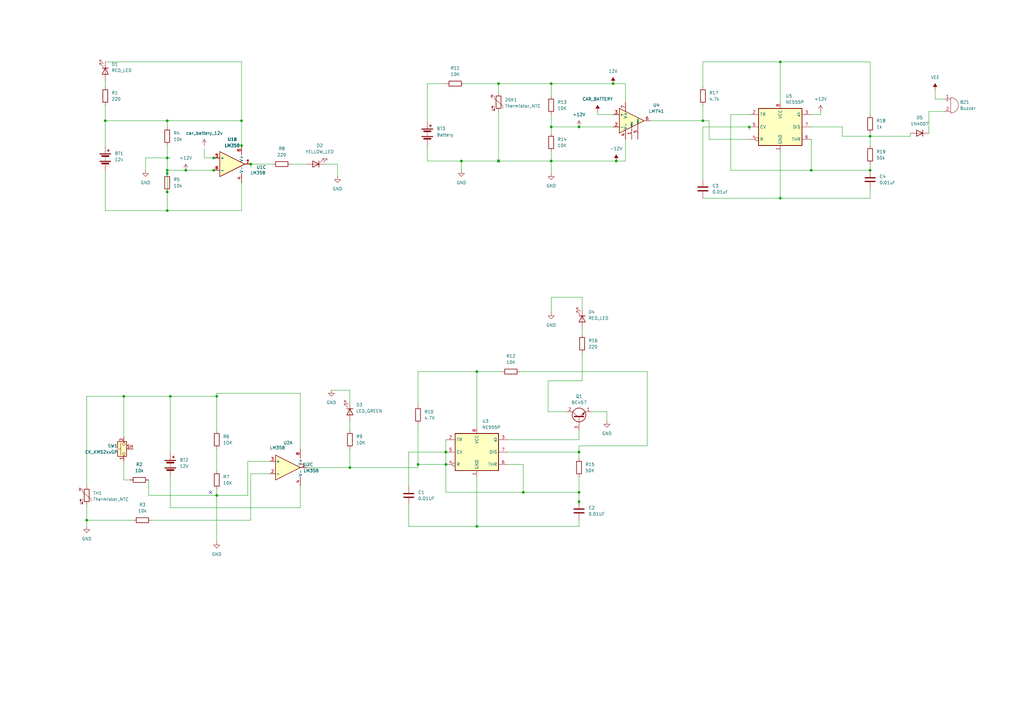
<source format=kicad_sch>
(kicad_sch
	(version 20250114)
	(generator "eeschema")
	(generator_version "9.0")
	(uuid "8dba1ee4-7e07-4ceb-821d-654a1700de44")
	(paper "A3")
	(lib_symbols
		(symbol "Amplifier_Operational:LM358"
			(pin_names
				(offset 0.127)
			)
			(exclude_from_sim no)
			(in_bom yes)
			(on_board yes)
			(property "Reference" "U"
				(at 0 5.08 0)
				(effects
					(font
						(size 1.27 1.27)
					)
					(justify left)
				)
			)
			(property "Value" "LM358"
				(at 0 -5.08 0)
				(effects
					(font
						(size 1.27 1.27)
					)
					(justify left)
				)
			)
			(property "Footprint" ""
				(at 0 0 0)
				(effects
					(font
						(size 1.27 1.27)
					)
					(hide yes)
				)
			)
			(property "Datasheet" "http://www.ti.com/lit/ds/symlink/lm2904-n.pdf"
				(at 0 0 0)
				(effects
					(font
						(size 1.27 1.27)
					)
					(hide yes)
				)
			)
			(property "Description" "Low-Power, Dual Operational Amplifiers, DIP-8/SOIC-8/TO-99-8"
				(at 0 0 0)
				(effects
					(font
						(size 1.27 1.27)
					)
					(hide yes)
				)
			)
			(property "ki_locked" ""
				(at 0 0 0)
				(effects
					(font
						(size 1.27 1.27)
					)
				)
			)
			(property "ki_keywords" "dual opamp"
				(at 0 0 0)
				(effects
					(font
						(size 1.27 1.27)
					)
					(hide yes)
				)
			)
			(property "ki_fp_filters" "SOIC*3.9x4.9mm*P1.27mm* DIP*W7.62mm* TO*99* OnSemi*Micro8* TSSOP*3x3mm*P0.65mm* TSSOP*4.4x3mm*P0.65mm* MSOP*3x3mm*P0.65mm* SSOP*3.9x4.9mm*P0.635mm* LFCSP*2x2mm*P0.5mm* *SIP* SOIC*5.3x6.2mm*P1.27mm*"
				(at 0 0 0)
				(effects
					(font
						(size 1.27 1.27)
					)
					(hide yes)
				)
			)
			(symbol "LM358_1_1"
				(polyline
					(pts
						(xy -5.08 5.08) (xy 5.08 0) (xy -5.08 -5.08) (xy -5.08 5.08)
					)
					(stroke
						(width 0.254)
						(type default)
					)
					(fill
						(type background)
					)
				)
				(pin input line
					(at -7.62 2.54 0)
					(length 2.54)
					(name "+"
						(effects
							(font
								(size 1.27 1.27)
							)
						)
					)
					(number "3"
						(effects
							(font
								(size 1.27 1.27)
							)
						)
					)
				)
				(pin input line
					(at -7.62 -2.54 0)
					(length 2.54)
					(name "-"
						(effects
							(font
								(size 1.27 1.27)
							)
						)
					)
					(number "2"
						(effects
							(font
								(size 1.27 1.27)
							)
						)
					)
				)
				(pin output line
					(at 7.62 0 180)
					(length 2.54)
					(name "~"
						(effects
							(font
								(size 1.27 1.27)
							)
						)
					)
					(number "1"
						(effects
							(font
								(size 1.27 1.27)
							)
						)
					)
				)
			)
			(symbol "LM358_2_1"
				(polyline
					(pts
						(xy -5.08 5.08) (xy 5.08 0) (xy -5.08 -5.08) (xy -5.08 5.08)
					)
					(stroke
						(width 0.254)
						(type default)
					)
					(fill
						(type background)
					)
				)
				(pin input line
					(at -7.62 2.54 0)
					(length 2.54)
					(name "+"
						(effects
							(font
								(size 1.27 1.27)
							)
						)
					)
					(number "5"
						(effects
							(font
								(size 1.27 1.27)
							)
						)
					)
				)
				(pin input line
					(at -7.62 -2.54 0)
					(length 2.54)
					(name "-"
						(effects
							(font
								(size 1.27 1.27)
							)
						)
					)
					(number "6"
						(effects
							(font
								(size 1.27 1.27)
							)
						)
					)
				)
				(pin output line
					(at 7.62 0 180)
					(length 2.54)
					(name "~"
						(effects
							(font
								(size 1.27 1.27)
							)
						)
					)
					(number "7"
						(effects
							(font
								(size 1.27 1.27)
							)
						)
					)
				)
			)
			(symbol "LM358_3_1"
				(pin power_in line
					(at -2.54 7.62 270)
					(length 3.81)
					(name "V+"
						(effects
							(font
								(size 1.27 1.27)
							)
						)
					)
					(number "8"
						(effects
							(font
								(size 1.27 1.27)
							)
						)
					)
				)
				(pin power_in line
					(at -2.54 -7.62 90)
					(length 3.81)
					(name "V-"
						(effects
							(font
								(size 1.27 1.27)
							)
						)
					)
					(number "4"
						(effects
							(font
								(size 1.27 1.27)
							)
						)
					)
				)
			)
			(embedded_fonts no)
		)
		(symbol "Amplifier_Operational:LM741"
			(pin_names
				(offset 0.127)
			)
			(exclude_from_sim no)
			(in_bom yes)
			(on_board yes)
			(property "Reference" "U"
				(at 0 6.35 0)
				(effects
					(font
						(size 1.27 1.27)
					)
					(justify left)
				)
			)
			(property "Value" "LM741"
				(at 0 3.81 0)
				(effects
					(font
						(size 1.27 1.27)
					)
					(justify left)
				)
			)
			(property "Footprint" ""
				(at 1.27 1.27 0)
				(effects
					(font
						(size 1.27 1.27)
					)
					(hide yes)
				)
			)
			(property "Datasheet" "http://www.ti.com/lit/ds/symlink/lm741.pdf"
				(at 3.81 3.81 0)
				(effects
					(font
						(size 1.27 1.27)
					)
					(hide yes)
				)
			)
			(property "Description" "Operational Amplifier, DIP-8/TO-99-8"
				(at 0 0 0)
				(effects
					(font
						(size 1.27 1.27)
					)
					(hide yes)
				)
			)
			(property "ki_keywords" "single opamp"
				(at 0 0 0)
				(effects
					(font
						(size 1.27 1.27)
					)
					(hide yes)
				)
			)
			(property "ki_fp_filters" "SOIC*3.9x4.9mm*P1.27mm* DIP*W7.62mm* TSSOP*3x3mm*P0.65mm*"
				(at 0 0 0)
				(effects
					(font
						(size 1.27 1.27)
					)
					(hide yes)
				)
			)
			(symbol "LM741_0_1"
				(polyline
					(pts
						(xy -5.08 5.08) (xy 5.08 0) (xy -5.08 -5.08) (xy -5.08 5.08)
					)
					(stroke
						(width 0.254)
						(type default)
					)
					(fill
						(type background)
					)
				)
			)
			(symbol "LM741_1_1"
				(pin input line
					(at -7.62 2.54 0)
					(length 2.54)
					(name "+"
						(effects
							(font
								(size 1.27 1.27)
							)
						)
					)
					(number "3"
						(effects
							(font
								(size 1.27 1.27)
							)
						)
					)
				)
				(pin input line
					(at -7.62 -2.54 0)
					(length 2.54)
					(name "-"
						(effects
							(font
								(size 1.27 1.27)
							)
						)
					)
					(number "2"
						(effects
							(font
								(size 1.27 1.27)
							)
						)
					)
				)
				(pin power_in line
					(at -2.54 7.62 270)
					(length 3.81)
					(name "V+"
						(effects
							(font
								(size 1.27 1.27)
							)
						)
					)
					(number "7"
						(effects
							(font
								(size 1.27 1.27)
							)
						)
					)
				)
				(pin power_in line
					(at -2.54 -7.62 90)
					(length 3.81)
					(name "V-"
						(effects
							(font
								(size 1.27 1.27)
							)
						)
					)
					(number "4"
						(effects
							(font
								(size 1.27 1.27)
							)
						)
					)
				)
				(pin no_connect line
					(at 0 2.54 270)
					(length 2.54)
					(hide yes)
					(name "NC"
						(effects
							(font
								(size 1.27 1.27)
							)
						)
					)
					(number "8"
						(effects
							(font
								(size 1.27 1.27)
							)
						)
					)
				)
				(pin input line
					(at 0 -7.62 90)
					(length 5.08)
					(name "NULL"
						(effects
							(font
								(size 0.508 0.508)
							)
						)
					)
					(number "1"
						(effects
							(font
								(size 1.27 1.27)
							)
						)
					)
				)
				(pin input line
					(at 2.54 -7.62 90)
					(length 6.35)
					(name "NULL"
						(effects
							(font
								(size 0.508 0.508)
							)
						)
					)
					(number "5"
						(effects
							(font
								(size 1.27 1.27)
							)
						)
					)
				)
				(pin output line
					(at 7.62 0 180)
					(length 2.54)
					(name "~"
						(effects
							(font
								(size 1.27 1.27)
							)
						)
					)
					(number "6"
						(effects
							(font
								(size 1.27 1.27)
							)
						)
					)
				)
			)
			(embedded_fonts no)
		)
		(symbol "Device:Battery"
			(pin_numbers
				(hide yes)
			)
			(pin_names
				(offset 0)
				(hide yes)
			)
			(exclude_from_sim no)
			(in_bom yes)
			(on_board yes)
			(property "Reference" "BT"
				(at 2.54 2.54 0)
				(effects
					(font
						(size 1.27 1.27)
					)
					(justify left)
				)
			)
			(property "Value" "Battery"
				(at 2.54 0 0)
				(effects
					(font
						(size 1.27 1.27)
					)
					(justify left)
				)
			)
			(property "Footprint" ""
				(at 0 1.524 90)
				(effects
					(font
						(size 1.27 1.27)
					)
					(hide yes)
				)
			)
			(property "Datasheet" "~"
				(at 0 1.524 90)
				(effects
					(font
						(size 1.27 1.27)
					)
					(hide yes)
				)
			)
			(property "Description" "Multiple-cell battery"
				(at 0 0 0)
				(effects
					(font
						(size 1.27 1.27)
					)
					(hide yes)
				)
			)
			(property "ki_keywords" "batt voltage-source cell"
				(at 0 0 0)
				(effects
					(font
						(size 1.27 1.27)
					)
					(hide yes)
				)
			)
			(symbol "Battery_0_1"
				(rectangle
					(start -2.286 1.778)
					(end 2.286 1.524)
					(stroke
						(width 0)
						(type default)
					)
					(fill
						(type outline)
					)
				)
				(rectangle
					(start -2.286 -1.27)
					(end 2.286 -1.524)
					(stroke
						(width 0)
						(type default)
					)
					(fill
						(type outline)
					)
				)
				(rectangle
					(start -1.524 1.016)
					(end 1.524 0.508)
					(stroke
						(width 0)
						(type default)
					)
					(fill
						(type outline)
					)
				)
				(rectangle
					(start -1.524 -2.032)
					(end 1.524 -2.54)
					(stroke
						(width 0)
						(type default)
					)
					(fill
						(type outline)
					)
				)
				(polyline
					(pts
						(xy 0 1.778) (xy 0 2.54)
					)
					(stroke
						(width 0)
						(type default)
					)
					(fill
						(type none)
					)
				)
				(polyline
					(pts
						(xy 0 0) (xy 0 0.254)
					)
					(stroke
						(width 0)
						(type default)
					)
					(fill
						(type none)
					)
				)
				(polyline
					(pts
						(xy 0 -0.508) (xy 0 -0.254)
					)
					(stroke
						(width 0)
						(type default)
					)
					(fill
						(type none)
					)
				)
				(polyline
					(pts
						(xy 0 -1.016) (xy 0 -0.762)
					)
					(stroke
						(width 0)
						(type default)
					)
					(fill
						(type none)
					)
				)
				(polyline
					(pts
						(xy 0.762 3.048) (xy 1.778 3.048)
					)
					(stroke
						(width 0.254)
						(type default)
					)
					(fill
						(type none)
					)
				)
				(polyline
					(pts
						(xy 1.27 3.556) (xy 1.27 2.54)
					)
					(stroke
						(width 0.254)
						(type default)
					)
					(fill
						(type none)
					)
				)
			)
			(symbol "Battery_1_1"
				(pin passive line
					(at 0 5.08 270)
					(length 2.54)
					(name "+"
						(effects
							(font
								(size 1.27 1.27)
							)
						)
					)
					(number "1"
						(effects
							(font
								(size 1.27 1.27)
							)
						)
					)
				)
				(pin passive line
					(at 0 -5.08 90)
					(length 2.54)
					(name "-"
						(effects
							(font
								(size 1.27 1.27)
							)
						)
					)
					(number "2"
						(effects
							(font
								(size 1.27 1.27)
							)
						)
					)
				)
			)
			(embedded_fonts no)
		)
		(symbol "Device:Buzzer"
			(pin_names
				(offset 0.0254)
				(hide yes)
			)
			(exclude_from_sim no)
			(in_bom yes)
			(on_board yes)
			(property "Reference" "BZ"
				(at 3.81 1.27 0)
				(effects
					(font
						(size 1.27 1.27)
					)
					(justify left)
				)
			)
			(property "Value" "Buzzer"
				(at 3.81 -1.27 0)
				(effects
					(font
						(size 1.27 1.27)
					)
					(justify left)
				)
			)
			(property "Footprint" ""
				(at -0.635 2.54 90)
				(effects
					(font
						(size 1.27 1.27)
					)
					(hide yes)
				)
			)
			(property "Datasheet" "~"
				(at -0.635 2.54 90)
				(effects
					(font
						(size 1.27 1.27)
					)
					(hide yes)
				)
			)
			(property "Description" "Buzzer, polarized"
				(at 0 0 0)
				(effects
					(font
						(size 1.27 1.27)
					)
					(hide yes)
				)
			)
			(property "ki_keywords" "quartz resonator ceramic"
				(at 0 0 0)
				(effects
					(font
						(size 1.27 1.27)
					)
					(hide yes)
				)
			)
			(property "ki_fp_filters" "*Buzzer*"
				(at 0 0 0)
				(effects
					(font
						(size 1.27 1.27)
					)
					(hide yes)
				)
			)
			(symbol "Buzzer_0_1"
				(polyline
					(pts
						(xy -1.651 1.905) (xy -1.143 1.905)
					)
					(stroke
						(width 0)
						(type default)
					)
					(fill
						(type none)
					)
				)
				(polyline
					(pts
						(xy -1.397 2.159) (xy -1.397 1.651)
					)
					(stroke
						(width 0)
						(type default)
					)
					(fill
						(type none)
					)
				)
				(arc
					(start 0 3.175)
					(mid 3.1612 0)
					(end 0 -3.175)
					(stroke
						(width 0)
						(type default)
					)
					(fill
						(type none)
					)
				)
				(polyline
					(pts
						(xy 0 3.175) (xy 0 -3.175)
					)
					(stroke
						(width 0)
						(type default)
					)
					(fill
						(type none)
					)
				)
			)
			(symbol "Buzzer_1_1"
				(pin passive line
					(at -2.54 2.54 0)
					(length 2.54)
					(name "+"
						(effects
							(font
								(size 1.27 1.27)
							)
						)
					)
					(number "1"
						(effects
							(font
								(size 1.27 1.27)
							)
						)
					)
				)
				(pin passive line
					(at -2.54 -2.54 0)
					(length 2.54)
					(name "-"
						(effects
							(font
								(size 1.27 1.27)
							)
						)
					)
					(number "2"
						(effects
							(font
								(size 1.27 1.27)
							)
						)
					)
				)
			)
			(embedded_fonts no)
		)
		(symbol "Device:C"
			(pin_numbers
				(hide yes)
			)
			(pin_names
				(offset 0.254)
			)
			(exclude_from_sim no)
			(in_bom yes)
			(on_board yes)
			(property "Reference" "C"
				(at 0.635 2.54 0)
				(effects
					(font
						(size 1.27 1.27)
					)
					(justify left)
				)
			)
			(property "Value" "C"
				(at 0.635 -2.54 0)
				(effects
					(font
						(size 1.27 1.27)
					)
					(justify left)
				)
			)
			(property "Footprint" ""
				(at 0.9652 -3.81 0)
				(effects
					(font
						(size 1.27 1.27)
					)
					(hide yes)
				)
			)
			(property "Datasheet" "~"
				(at 0 0 0)
				(effects
					(font
						(size 1.27 1.27)
					)
					(hide yes)
				)
			)
			(property "Description" "Unpolarized capacitor"
				(at 0 0 0)
				(effects
					(font
						(size 1.27 1.27)
					)
					(hide yes)
				)
			)
			(property "ki_keywords" "cap capacitor"
				(at 0 0 0)
				(effects
					(font
						(size 1.27 1.27)
					)
					(hide yes)
				)
			)
			(property "ki_fp_filters" "C_*"
				(at 0 0 0)
				(effects
					(font
						(size 1.27 1.27)
					)
					(hide yes)
				)
			)
			(symbol "C_0_1"
				(polyline
					(pts
						(xy -2.032 0.762) (xy 2.032 0.762)
					)
					(stroke
						(width 0.508)
						(type default)
					)
					(fill
						(type none)
					)
				)
				(polyline
					(pts
						(xy -2.032 -0.762) (xy 2.032 -0.762)
					)
					(stroke
						(width 0.508)
						(type default)
					)
					(fill
						(type none)
					)
				)
			)
			(symbol "C_1_1"
				(pin passive line
					(at 0 3.81 270)
					(length 2.794)
					(name "~"
						(effects
							(font
								(size 1.27 1.27)
							)
						)
					)
					(number "1"
						(effects
							(font
								(size 1.27 1.27)
							)
						)
					)
				)
				(pin passive line
					(at 0 -3.81 90)
					(length 2.794)
					(name "~"
						(effects
							(font
								(size 1.27 1.27)
							)
						)
					)
					(number "2"
						(effects
							(font
								(size 1.27 1.27)
							)
						)
					)
				)
			)
			(embedded_fonts no)
		)
		(symbol "Device:D"
			(pin_numbers
				(hide yes)
			)
			(pin_names
				(offset 1.016)
				(hide yes)
			)
			(exclude_from_sim no)
			(in_bom yes)
			(on_board yes)
			(property "Reference" "D"
				(at 0 2.54 0)
				(effects
					(font
						(size 1.27 1.27)
					)
				)
			)
			(property "Value" "D"
				(at 0 -2.54 0)
				(effects
					(font
						(size 1.27 1.27)
					)
				)
			)
			(property "Footprint" ""
				(at 0 0 0)
				(effects
					(font
						(size 1.27 1.27)
					)
					(hide yes)
				)
			)
			(property "Datasheet" "~"
				(at 0 0 0)
				(effects
					(font
						(size 1.27 1.27)
					)
					(hide yes)
				)
			)
			(property "Description" "Diode"
				(at 0 0 0)
				(effects
					(font
						(size 1.27 1.27)
					)
					(hide yes)
				)
			)
			(property "Sim.Device" "D"
				(at 0 0 0)
				(effects
					(font
						(size 1.27 1.27)
					)
					(hide yes)
				)
			)
			(property "Sim.Pins" "1=K 2=A"
				(at 0 0 0)
				(effects
					(font
						(size 1.27 1.27)
					)
					(hide yes)
				)
			)
			(property "ki_keywords" "diode"
				(at 0 0 0)
				(effects
					(font
						(size 1.27 1.27)
					)
					(hide yes)
				)
			)
			(property "ki_fp_filters" "TO-???* *_Diode_* *SingleDiode* D_*"
				(at 0 0 0)
				(effects
					(font
						(size 1.27 1.27)
					)
					(hide yes)
				)
			)
			(symbol "D_0_1"
				(polyline
					(pts
						(xy -1.27 1.27) (xy -1.27 -1.27)
					)
					(stroke
						(width 0.254)
						(type default)
					)
					(fill
						(type none)
					)
				)
				(polyline
					(pts
						(xy 1.27 1.27) (xy 1.27 -1.27) (xy -1.27 0) (xy 1.27 1.27)
					)
					(stroke
						(width 0.254)
						(type default)
					)
					(fill
						(type none)
					)
				)
				(polyline
					(pts
						(xy 1.27 0) (xy -1.27 0)
					)
					(stroke
						(width 0)
						(type default)
					)
					(fill
						(type none)
					)
				)
			)
			(symbol "D_1_1"
				(pin passive line
					(at -3.81 0 0)
					(length 2.54)
					(name "K"
						(effects
							(font
								(size 1.27 1.27)
							)
						)
					)
					(number "1"
						(effects
							(font
								(size 1.27 1.27)
							)
						)
					)
				)
				(pin passive line
					(at 3.81 0 180)
					(length 2.54)
					(name "A"
						(effects
							(font
								(size 1.27 1.27)
							)
						)
					)
					(number "2"
						(effects
							(font
								(size 1.27 1.27)
							)
						)
					)
				)
			)
			(embedded_fonts no)
		)
		(symbol "Device:LED"
			(pin_numbers
				(hide yes)
			)
			(pin_names
				(offset 1.016)
				(hide yes)
			)
			(exclude_from_sim no)
			(in_bom yes)
			(on_board yes)
			(property "Reference" "D"
				(at 0 2.54 0)
				(effects
					(font
						(size 1.27 1.27)
					)
				)
			)
			(property "Value" "LED"
				(at 0 -2.54 0)
				(effects
					(font
						(size 1.27 1.27)
					)
				)
			)
			(property "Footprint" ""
				(at 0 0 0)
				(effects
					(font
						(size 1.27 1.27)
					)
					(hide yes)
				)
			)
			(property "Datasheet" "~"
				(at 0 0 0)
				(effects
					(font
						(size 1.27 1.27)
					)
					(hide yes)
				)
			)
			(property "Description" "Light emitting diode"
				(at 0 0 0)
				(effects
					(font
						(size 1.27 1.27)
					)
					(hide yes)
				)
			)
			(property "Sim.Pins" "1=K 2=A"
				(at 0 0 0)
				(effects
					(font
						(size 1.27 1.27)
					)
					(hide yes)
				)
			)
			(property "ki_keywords" "LED diode"
				(at 0 0 0)
				(effects
					(font
						(size 1.27 1.27)
					)
					(hide yes)
				)
			)
			(property "ki_fp_filters" "LED* LED_SMD:* LED_THT:*"
				(at 0 0 0)
				(effects
					(font
						(size 1.27 1.27)
					)
					(hide yes)
				)
			)
			(symbol "LED_0_1"
				(polyline
					(pts
						(xy -3.048 -0.762) (xy -4.572 -2.286) (xy -3.81 -2.286) (xy -4.572 -2.286) (xy -4.572 -1.524)
					)
					(stroke
						(width 0)
						(type default)
					)
					(fill
						(type none)
					)
				)
				(polyline
					(pts
						(xy -1.778 -0.762) (xy -3.302 -2.286) (xy -2.54 -2.286) (xy -3.302 -2.286) (xy -3.302 -1.524)
					)
					(stroke
						(width 0)
						(type default)
					)
					(fill
						(type none)
					)
				)
				(polyline
					(pts
						(xy -1.27 0) (xy 1.27 0)
					)
					(stroke
						(width 0)
						(type default)
					)
					(fill
						(type none)
					)
				)
				(polyline
					(pts
						(xy -1.27 -1.27) (xy -1.27 1.27)
					)
					(stroke
						(width 0.254)
						(type default)
					)
					(fill
						(type none)
					)
				)
				(polyline
					(pts
						(xy 1.27 -1.27) (xy 1.27 1.27) (xy -1.27 0) (xy 1.27 -1.27)
					)
					(stroke
						(width 0.254)
						(type default)
					)
					(fill
						(type none)
					)
				)
			)
			(symbol "LED_1_1"
				(pin passive line
					(at -3.81 0 0)
					(length 2.54)
					(name "K"
						(effects
							(font
								(size 1.27 1.27)
							)
						)
					)
					(number "1"
						(effects
							(font
								(size 1.27 1.27)
							)
						)
					)
				)
				(pin passive line
					(at 3.81 0 180)
					(length 2.54)
					(name "A"
						(effects
							(font
								(size 1.27 1.27)
							)
						)
					)
					(number "2"
						(effects
							(font
								(size 1.27 1.27)
							)
						)
					)
				)
			)
			(embedded_fonts no)
		)
		(symbol "Device:R"
			(pin_numbers
				(hide yes)
			)
			(pin_names
				(offset 0)
			)
			(exclude_from_sim no)
			(in_bom yes)
			(on_board yes)
			(property "Reference" "R"
				(at 2.032 0 90)
				(effects
					(font
						(size 1.27 1.27)
					)
				)
			)
			(property "Value" "R"
				(at 0 0 90)
				(effects
					(font
						(size 1.27 1.27)
					)
				)
			)
			(property "Footprint" ""
				(at -1.778 0 90)
				(effects
					(font
						(size 1.27 1.27)
					)
					(hide yes)
				)
			)
			(property "Datasheet" "~"
				(at 0 0 0)
				(effects
					(font
						(size 1.27 1.27)
					)
					(hide yes)
				)
			)
			(property "Description" "Resistor"
				(at 0 0 0)
				(effects
					(font
						(size 1.27 1.27)
					)
					(hide yes)
				)
			)
			(property "ki_keywords" "R res resistor"
				(at 0 0 0)
				(effects
					(font
						(size 1.27 1.27)
					)
					(hide yes)
				)
			)
			(property "ki_fp_filters" "R_*"
				(at 0 0 0)
				(effects
					(font
						(size 1.27 1.27)
					)
					(hide yes)
				)
			)
			(symbol "R_0_1"
				(rectangle
					(start -1.016 -2.54)
					(end 1.016 2.54)
					(stroke
						(width 0.254)
						(type default)
					)
					(fill
						(type none)
					)
				)
			)
			(symbol "R_1_1"
				(pin passive line
					(at 0 3.81 270)
					(length 1.27)
					(name "~"
						(effects
							(font
								(size 1.27 1.27)
							)
						)
					)
					(number "1"
						(effects
							(font
								(size 1.27 1.27)
							)
						)
					)
				)
				(pin passive line
					(at 0 -3.81 90)
					(length 1.27)
					(name "~"
						(effects
							(font
								(size 1.27 1.27)
							)
						)
					)
					(number "2"
						(effects
							(font
								(size 1.27 1.27)
							)
						)
					)
				)
			)
			(embedded_fonts no)
		)
		(symbol "Device:Thermistor_NTC"
			(pin_numbers
				(hide yes)
			)
			(pin_names
				(offset 0)
			)
			(exclude_from_sim no)
			(in_bom yes)
			(on_board yes)
			(property "Reference" "TH"
				(at -4.445 0 90)
				(effects
					(font
						(size 1.27 1.27)
					)
				)
			)
			(property "Value" "Thermistor_NTC"
				(at 3.175 0 90)
				(effects
					(font
						(size 1.27 1.27)
					)
				)
			)
			(property "Footprint" ""
				(at 0 1.27 0)
				(effects
					(font
						(size 1.27 1.27)
					)
					(hide yes)
				)
			)
			(property "Datasheet" "~"
				(at 0 1.27 0)
				(effects
					(font
						(size 1.27 1.27)
					)
					(hide yes)
				)
			)
			(property "Description" "Temperature dependent resistor, negative temperature coefficient"
				(at 0 0 0)
				(effects
					(font
						(size 1.27 1.27)
					)
					(hide yes)
				)
			)
			(property "ki_keywords" "thermistor NTC resistor sensor RTD"
				(at 0 0 0)
				(effects
					(font
						(size 1.27 1.27)
					)
					(hide yes)
				)
			)
			(property "ki_fp_filters" "*NTC* *Thermistor* PIN?ARRAY* bornier* *Terminal?Block* R_*"
				(at 0 0 0)
				(effects
					(font
						(size 1.27 1.27)
					)
					(hide yes)
				)
			)
			(symbol "Thermistor_NTC_0_1"
				(arc
					(start -3.175 2.413)
					(mid -3.0506 2.3165)
					(end -3.048 2.159)
					(stroke
						(width 0)
						(type default)
					)
					(fill
						(type none)
					)
				)
				(arc
					(start -3.048 2.794)
					(mid -2.9736 2.9736)
					(end -2.794 3.048)
					(stroke
						(width 0)
						(type default)
					)
					(fill
						(type none)
					)
				)
				(arc
					(start -2.794 3.048)
					(mid -2.6144 2.9736)
					(end -2.54 2.794)
					(stroke
						(width 0)
						(type default)
					)
					(fill
						(type none)
					)
				)
				(arc
					(start -2.794 2.54)
					(mid -2.9736 2.6144)
					(end -3.048 2.794)
					(stroke
						(width 0)
						(type default)
					)
					(fill
						(type none)
					)
				)
				(arc
					(start -2.794 1.905)
					(mid -2.9736 1.9794)
					(end -3.048 2.159)
					(stroke
						(width 0)
						(type default)
					)
					(fill
						(type none)
					)
				)
				(arc
					(start -2.54 2.159)
					(mid -2.6144 1.9794)
					(end -2.794 1.905)
					(stroke
						(width 0)
						(type default)
					)
					(fill
						(type none)
					)
				)
				(arc
					(start -2.159 2.794)
					(mid -2.434 2.5608)
					(end -2.794 2.54)
					(stroke
						(width 0)
						(type default)
					)
					(fill
						(type none)
					)
				)
				(polyline
					(pts
						(xy -2.54 2.159) (xy -2.54 2.794)
					)
					(stroke
						(width 0)
						(type default)
					)
					(fill
						(type none)
					)
				)
				(polyline
					(pts
						(xy -2.54 -3.683) (xy -2.54 -1.397) (xy -2.794 -2.159) (xy -2.286 -2.159) (xy -2.54 -1.397) (xy -2.54 -1.651)
					)
					(stroke
						(width 0)
						(type default)
					)
					(fill
						(type outline)
					)
				)
				(polyline
					(pts
						(xy -1.778 2.54) (xy -1.778 1.524) (xy 1.778 -1.524) (xy 1.778 -2.54)
					)
					(stroke
						(width 0)
						(type default)
					)
					(fill
						(type none)
					)
				)
				(polyline
					(pts
						(xy -1.778 -1.397) (xy -1.778 -3.683) (xy -2.032 -2.921) (xy -1.524 -2.921) (xy -1.778 -3.683)
						(xy -1.778 -3.429)
					)
					(stroke
						(width 0)
						(type default)
					)
					(fill
						(type outline)
					)
				)
				(rectangle
					(start -1.016 2.54)
					(end 1.016 -2.54)
					(stroke
						(width 0.254)
						(type default)
					)
					(fill
						(type none)
					)
				)
			)
			(symbol "Thermistor_NTC_1_1"
				(pin passive line
					(at 0 3.81 270)
					(length 1.27)
					(name "~"
						(effects
							(font
								(size 1.27 1.27)
							)
						)
					)
					(number "1"
						(effects
							(font
								(size 1.27 1.27)
							)
						)
					)
				)
				(pin passive line
					(at 0 -3.81 90)
					(length 1.27)
					(name "~"
						(effects
							(font
								(size 1.27 1.27)
							)
						)
					)
					(number "2"
						(effects
							(font
								(size 1.27 1.27)
							)
						)
					)
				)
			)
			(embedded_fonts no)
		)
		(symbol "Switch:CK_KMS2xxGP"
			(pin_names
				(offset 1.016)
				(hide yes)
			)
			(exclude_from_sim no)
			(in_bom yes)
			(on_board yes)
			(property "Reference" "SW"
				(at 4.318 2.032 0)
				(effects
					(font
						(size 1.27 1.27)
					)
					(justify left)
				)
			)
			(property "Value" "CK_KMS2xxGP"
				(at 0 4.572 0)
				(effects
					(font
						(size 1.27 1.27)
					)
				)
			)
			(property "Footprint" "Button_Switch_SMD:SW_SPST_CK_KMS2xxGP"
				(at 0 5.08 0)
				(effects
					(font
						(size 1.27 1.27)
					)
					(hide yes)
				)
			)
			(property "Datasheet" "https://www.ckswitches.com/media/1482/kms.pdf"
				(at 0 5.08 0)
				(effects
					(font
						(size 1.27 1.27)
					)
					(hide yes)
				)
			)
			(property "Description" "Microminiature SMT Side Actuated, 4.2 x 2.8 x 1.42mm, with pegs, with shield pin"
				(at 0 0 0)
				(effects
					(font
						(size 1.27 1.27)
					)
					(hide yes)
				)
			)
			(property "ki_keywords" "switch normally-open pushbutton push-button"
				(at 0 0 0)
				(effects
					(font
						(size 1.27 1.27)
					)
					(hide yes)
				)
			)
			(property "ki_fp_filters" "*SW*KMS2*GP*"
				(at 0 0 0)
				(effects
					(font
						(size 1.27 1.27)
					)
					(hide yes)
				)
			)
			(symbol "CK_KMS2xxGP_0_1"
				(circle
					(center -2.032 0)
					(radius 0.508)
					(stroke
						(width 0)
						(type default)
					)
					(fill
						(type none)
					)
				)
				(polyline
					(pts
						(xy 0 1.27) (xy 0 3.048)
					)
					(stroke
						(width 0)
						(type default)
					)
					(fill
						(type none)
					)
				)
				(polyline
					(pts
						(xy 0.508 2.54) (xy 3.048 2.54) (xy 3.048 -1.143) (xy -3.048 -1.143) (xy -3.048 2.54) (xy -0.508 2.54)
					)
					(stroke
						(width -0.0254)
						(type default)
					)
					(fill
						(type none)
					)
				)
				(polyline
					(pts
						(xy 0.508 2.54) (xy 3.048 2.54) (xy 3.048 -1.143) (xy -3.048 -1.143) (xy -3.048 2.54) (xy -0.508 2.54)
					)
					(stroke
						(width 0.254)
						(type default)
					)
					(fill
						(type none)
					)
				)
				(circle
					(center 2.032 0)
					(radius 0.508)
					(stroke
						(width 0)
						(type default)
					)
					(fill
						(type none)
					)
				)
				(polyline
					(pts
						(xy 2.54 1.27) (xy -2.54 1.27)
					)
					(stroke
						(width 0)
						(type default)
					)
					(fill
						(type none)
					)
				)
				(pin passive line
					(at -5.08 0 0)
					(length 2.54)
					(name "1"
						(effects
							(font
								(size 1.27 1.27)
							)
						)
					)
					(number "1"
						(effects
							(font
								(size 1.27 1.27)
							)
						)
					)
				)
				(pin passive line
					(at 5.08 0 180)
					(length 2.54)
					(name "2"
						(effects
							(font
								(size 1.27 1.27)
							)
						)
					)
					(number "2"
						(effects
							(font
								(size 1.27 1.27)
							)
						)
					)
				)
			)
			(symbol "CK_KMS2xxGP_1_1"
				(rectangle
					(start -3.048 2.54)
					(end 3.048 -1.27)
					(stroke
						(width -0.0254)
						(type default)
					)
					(fill
						(type background)
					)
				)
				(pin passive line
					(at 0 -3.81 90)
					(length 2.54)
					(name "B"
						(effects
							(font
								(size 1.27 1.27)
							)
						)
					)
					(number "SH"
						(effects
							(font
								(size 1.27 1.27)
							)
						)
					)
				)
			)
			(embedded_fonts no)
		)
		(symbol "Timer:NE555P"
			(exclude_from_sim no)
			(in_bom yes)
			(on_board yes)
			(property "Reference" "U"
				(at -10.16 8.89 0)
				(effects
					(font
						(size 1.27 1.27)
					)
					(justify left)
				)
			)
			(property "Value" "NE555P"
				(at 2.54 8.89 0)
				(effects
					(font
						(size 1.27 1.27)
					)
					(justify left)
				)
			)
			(property "Footprint" "Package_DIP:DIP-8_W7.62mm"
				(at 16.51 -10.16 0)
				(effects
					(font
						(size 1.27 1.27)
					)
					(hide yes)
				)
			)
			(property "Datasheet" "http://www.ti.com/lit/ds/symlink/ne555.pdf"
				(at 21.59 -10.16 0)
				(effects
					(font
						(size 1.27 1.27)
					)
					(hide yes)
				)
			)
			(property "Description" "Precision Timers, 555 compatible,  PDIP-8"
				(at 0 0 0)
				(effects
					(font
						(size 1.27 1.27)
					)
					(hide yes)
				)
			)
			(property "ki_keywords" "single timer 555"
				(at 0 0 0)
				(effects
					(font
						(size 1.27 1.27)
					)
					(hide yes)
				)
			)
			(property "ki_fp_filters" "DIP*W7.62mm*"
				(at 0 0 0)
				(effects
					(font
						(size 1.27 1.27)
					)
					(hide yes)
				)
			)
			(symbol "NE555P_0_0"
				(pin power_in line
					(at 0 10.16 270)
					(length 2.54)
					(name "VCC"
						(effects
							(font
								(size 1.27 1.27)
							)
						)
					)
					(number "8"
						(effects
							(font
								(size 1.27 1.27)
							)
						)
					)
				)
				(pin power_in line
					(at 0 -10.16 90)
					(length 2.54)
					(name "GND"
						(effects
							(font
								(size 1.27 1.27)
							)
						)
					)
					(number "1"
						(effects
							(font
								(size 1.27 1.27)
							)
						)
					)
				)
			)
			(symbol "NE555P_0_1"
				(rectangle
					(start -8.89 -7.62)
					(end 8.89 7.62)
					(stroke
						(width 0.254)
						(type default)
					)
					(fill
						(type background)
					)
				)
				(rectangle
					(start -8.89 -7.62)
					(end 8.89 7.62)
					(stroke
						(width 0.254)
						(type default)
					)
					(fill
						(type background)
					)
				)
			)
			(symbol "NE555P_1_1"
				(pin input line
					(at -12.7 5.08 0)
					(length 3.81)
					(name "TR"
						(effects
							(font
								(size 1.27 1.27)
							)
						)
					)
					(number "2"
						(effects
							(font
								(size 1.27 1.27)
							)
						)
					)
				)
				(pin input line
					(at -12.7 0 0)
					(length 3.81)
					(name "CV"
						(effects
							(font
								(size 1.27 1.27)
							)
						)
					)
					(number "5"
						(effects
							(font
								(size 1.27 1.27)
							)
						)
					)
				)
				(pin input inverted
					(at -12.7 -5.08 0)
					(length 3.81)
					(name "R"
						(effects
							(font
								(size 1.27 1.27)
							)
						)
					)
					(number "4"
						(effects
							(font
								(size 1.27 1.27)
							)
						)
					)
				)
				(pin output line
					(at 12.7 5.08 180)
					(length 3.81)
					(name "Q"
						(effects
							(font
								(size 1.27 1.27)
							)
						)
					)
					(number "3"
						(effects
							(font
								(size 1.27 1.27)
							)
						)
					)
				)
				(pin input line
					(at 12.7 0 180)
					(length 3.81)
					(name "DIS"
						(effects
							(font
								(size 1.27 1.27)
							)
						)
					)
					(number "7"
						(effects
							(font
								(size 1.27 1.27)
							)
						)
					)
				)
				(pin input line
					(at 12.7 -5.08 180)
					(length 3.81)
					(name "THR"
						(effects
							(font
								(size 1.27 1.27)
							)
						)
					)
					(number "6"
						(effects
							(font
								(size 1.27 1.27)
							)
						)
					)
				)
			)
			(embedded_fonts no)
		)
		(symbol "Transistor_BJT:BF457"
			(pin_names
				(offset 0)
				(hide yes)
			)
			(exclude_from_sim no)
			(in_bom yes)
			(on_board yes)
			(property "Reference" "Q"
				(at 5.08 1.905 0)
				(effects
					(font
						(size 1.27 1.27)
					)
					(justify left)
				)
			)
			(property "Value" "BF457"
				(at 5.08 0 0)
				(effects
					(font
						(size 1.27 1.27)
					)
					(justify left)
				)
			)
			(property "Footprint" "Package_TO_SOT_THT:TO-126-3_Vertical"
				(at 5.08 -1.905 0)
				(effects
					(font
						(size 1.27 1.27)
						(italic yes)
					)
					(justify left)
					(hide yes)
				)
			)
			(property "Datasheet" "https://www.pcpaudio.com/pcpfiles/transistores/BF457-8-9.pdf"
				(at 0 0 0)
				(effects
					(font
						(size 1.27 1.27)
					)
					(justify left)
					(hide yes)
				)
			)
			(property "Description" "0.1A Ic, 160V Vce, High Voltage NPN Transistor, TO-126"
				(at 0 0 0)
				(effects
					(font
						(size 1.27 1.27)
					)
					(hide yes)
				)
			)
			(property "ki_keywords" "NPN HV High Voltage Transistor"
				(at 0 0 0)
				(effects
					(font
						(size 1.27 1.27)
					)
					(hide yes)
				)
			)
			(property "ki_fp_filters" "TO?126*"
				(at 0 0 0)
				(effects
					(font
						(size 1.27 1.27)
					)
					(hide yes)
				)
			)
			(symbol "BF457_0_1"
				(polyline
					(pts
						(xy -2.54 0) (xy 0.635 0)
					)
					(stroke
						(width 0)
						(type default)
					)
					(fill
						(type none)
					)
				)
				(polyline
					(pts
						(xy 0.635 1.905) (xy 0.635 -1.905)
					)
					(stroke
						(width 0.508)
						(type default)
					)
					(fill
						(type none)
					)
				)
				(circle
					(center 1.27 0)
					(radius 2.8194)
					(stroke
						(width 0.254)
						(type default)
					)
					(fill
						(type none)
					)
				)
			)
			(symbol "BF457_1_1"
				(polyline
					(pts
						(xy 0.635 0.635) (xy 2.54 2.54)
					)
					(stroke
						(width 0)
						(type default)
					)
					(fill
						(type none)
					)
				)
				(polyline
					(pts
						(xy 0.635 -0.635) (xy 2.54 -2.54)
					)
					(stroke
						(width 0)
						(type default)
					)
					(fill
						(type none)
					)
				)
				(polyline
					(pts
						(xy 1.27 -1.778) (xy 1.778 -1.27) (xy 2.286 -2.286) (xy 1.27 -1.778)
					)
					(stroke
						(width 0)
						(type default)
					)
					(fill
						(type outline)
					)
				)
				(pin input line
					(at -5.08 0 0)
					(length 2.54)
					(name "B"
						(effects
							(font
								(size 1.27 1.27)
							)
						)
					)
					(number "3"
						(effects
							(font
								(size 1.27 1.27)
							)
						)
					)
				)
				(pin passive line
					(at 2.54 5.08 270)
					(length 2.54)
					(name "C"
						(effects
							(font
								(size 1.27 1.27)
							)
						)
					)
					(number "2"
						(effects
							(font
								(size 1.27 1.27)
							)
						)
					)
				)
				(pin passive line
					(at 2.54 -5.08 90)
					(length 2.54)
					(name "E"
						(effects
							(font
								(size 1.27 1.27)
							)
						)
					)
					(number "1"
						(effects
							(font
								(size 1.27 1.27)
							)
						)
					)
				)
			)
			(embedded_fonts no)
		)
		(symbol "power:+12V"
			(power)
			(pin_numbers
				(hide yes)
			)
			(pin_names
				(offset 0)
				(hide yes)
			)
			(exclude_from_sim no)
			(in_bom yes)
			(on_board yes)
			(property "Reference" "#PWR"
				(at 0 -3.81 0)
				(effects
					(font
						(size 1.27 1.27)
					)
					(hide yes)
				)
			)
			(property "Value" "+12V"
				(at 0 3.556 0)
				(effects
					(font
						(size 1.27 1.27)
					)
				)
			)
			(property "Footprint" ""
				(at 0 0 0)
				(effects
					(font
						(size 1.27 1.27)
					)
					(hide yes)
				)
			)
			(property "Datasheet" ""
				(at 0 0 0)
				(effects
					(font
						(size 1.27 1.27)
					)
					(hide yes)
				)
			)
			(property "Description" "Power symbol creates a global label with name \"+12V\""
				(at 0 0 0)
				(effects
					(font
						(size 1.27 1.27)
					)
					(hide yes)
				)
			)
			(property "ki_keywords" "global power"
				(at 0 0 0)
				(effects
					(font
						(size 1.27 1.27)
					)
					(hide yes)
				)
			)
			(symbol "+12V_0_1"
				(polyline
					(pts
						(xy -0.762 1.27) (xy 0 2.54)
					)
					(stroke
						(width 0)
						(type default)
					)
					(fill
						(type none)
					)
				)
				(polyline
					(pts
						(xy 0 2.54) (xy 0.762 1.27)
					)
					(stroke
						(width 0)
						(type default)
					)
					(fill
						(type none)
					)
				)
				(polyline
					(pts
						(xy 0 0) (xy 0 2.54)
					)
					(stroke
						(width 0)
						(type default)
					)
					(fill
						(type none)
					)
				)
			)
			(symbol "+12V_1_1"
				(pin power_in line
					(at 0 0 90)
					(length 0)
					(name "~"
						(effects
							(font
								(size 1.27 1.27)
							)
						)
					)
					(number "1"
						(effects
							(font
								(size 1.27 1.27)
							)
						)
					)
				)
			)
			(embedded_fonts no)
		)
		(symbol "power:+BATT"
			(power)
			(pin_numbers
				(hide yes)
			)
			(pin_names
				(offset 0)
				(hide yes)
			)
			(exclude_from_sim no)
			(in_bom yes)
			(on_board yes)
			(property "Reference" "#PWR"
				(at 0 -3.81 0)
				(effects
					(font
						(size 1.27 1.27)
					)
					(hide yes)
				)
			)
			(property "Value" "+BATT"
				(at 0 3.556 0)
				(effects
					(font
						(size 1.27 1.27)
					)
				)
			)
			(property "Footprint" ""
				(at 0 0 0)
				(effects
					(font
						(size 1.27 1.27)
					)
					(hide yes)
				)
			)
			(property "Datasheet" ""
				(at 0 0 0)
				(effects
					(font
						(size 1.27 1.27)
					)
					(hide yes)
				)
			)
			(property "Description" "Power symbol creates a global label with name \"+BATT\""
				(at 0 0 0)
				(effects
					(font
						(size 1.27 1.27)
					)
					(hide yes)
				)
			)
			(property "ki_keywords" "global power battery"
				(at 0 0 0)
				(effects
					(font
						(size 1.27 1.27)
					)
					(hide yes)
				)
			)
			(symbol "+BATT_0_1"
				(polyline
					(pts
						(xy -0.762 1.27) (xy 0 2.54)
					)
					(stroke
						(width 0)
						(type default)
					)
					(fill
						(type none)
					)
				)
				(polyline
					(pts
						(xy 0 2.54) (xy 0.762 1.27)
					)
					(stroke
						(width 0)
						(type default)
					)
					(fill
						(type none)
					)
				)
				(polyline
					(pts
						(xy 0 0) (xy 0 2.54)
					)
					(stroke
						(width 0)
						(type default)
					)
					(fill
						(type none)
					)
				)
			)
			(symbol "+BATT_1_1"
				(pin power_in line
					(at 0 0 90)
					(length 0)
					(name "~"
						(effects
							(font
								(size 1.27 1.27)
							)
						)
					)
					(number "1"
						(effects
							(font
								(size 1.27 1.27)
							)
						)
					)
				)
			)
			(embedded_fonts no)
		)
		(symbol "power:GND"
			(power)
			(pin_numbers
				(hide yes)
			)
			(pin_names
				(offset 0)
				(hide yes)
			)
			(exclude_from_sim no)
			(in_bom yes)
			(on_board yes)
			(property "Reference" "#PWR"
				(at 0 -6.35 0)
				(effects
					(font
						(size 1.27 1.27)
					)
					(hide yes)
				)
			)
			(property "Value" "GND"
				(at 0 -3.81 0)
				(effects
					(font
						(size 1.27 1.27)
					)
				)
			)
			(property "Footprint" ""
				(at 0 0 0)
				(effects
					(font
						(size 1.27 1.27)
					)
					(hide yes)
				)
			)
			(property "Datasheet" ""
				(at 0 0 0)
				(effects
					(font
						(size 1.27 1.27)
					)
					(hide yes)
				)
			)
			(property "Description" "Power symbol creates a global label with name \"GND\" , ground"
				(at 0 0 0)
				(effects
					(font
						(size 1.27 1.27)
					)
					(hide yes)
				)
			)
			(property "ki_keywords" "global power"
				(at 0 0 0)
				(effects
					(font
						(size 1.27 1.27)
					)
					(hide yes)
				)
			)
			(symbol "GND_0_1"
				(polyline
					(pts
						(xy 0 0) (xy 0 -1.27) (xy 1.27 -1.27) (xy 0 -2.54) (xy -1.27 -1.27) (xy 0 -1.27)
					)
					(stroke
						(width 0)
						(type default)
					)
					(fill
						(type none)
					)
				)
			)
			(symbol "GND_1_1"
				(pin power_in line
					(at 0 0 270)
					(length 0)
					(name "~"
						(effects
							(font
								(size 1.27 1.27)
							)
						)
					)
					(number "1"
						(effects
							(font
								(size 1.27 1.27)
							)
						)
					)
				)
			)
			(embedded_fonts no)
		)
		(symbol "power:VEE"
			(power)
			(pin_numbers
				(hide yes)
			)
			(pin_names
				(offset 0)
				(hide yes)
			)
			(exclude_from_sim no)
			(in_bom yes)
			(on_board yes)
			(property "Reference" "#PWR"
				(at 0 -3.81 0)
				(effects
					(font
						(size 1.27 1.27)
					)
					(hide yes)
				)
			)
			(property "Value" "VEE"
				(at 0 3.556 0)
				(effects
					(font
						(size 1.27 1.27)
					)
				)
			)
			(property "Footprint" ""
				(at 0 0 0)
				(effects
					(font
						(size 1.27 1.27)
					)
					(hide yes)
				)
			)
			(property "Datasheet" ""
				(at 0 0 0)
				(effects
					(font
						(size 1.27 1.27)
					)
					(hide yes)
				)
			)
			(property "Description" "Power symbol creates a global label with name \"VEE\""
				(at 0 0 0)
				(effects
					(font
						(size 1.27 1.27)
					)
					(hide yes)
				)
			)
			(property "ki_keywords" "global power"
				(at 0 0 0)
				(effects
					(font
						(size 1.27 1.27)
					)
					(hide yes)
				)
			)
			(symbol "VEE_0_1"
				(polyline
					(pts
						(xy 0 0) (xy 0 2.54)
					)
					(stroke
						(width 0)
						(type default)
					)
					(fill
						(type none)
					)
				)
				(polyline
					(pts
						(xy 0.762 1.27) (xy -0.762 1.27) (xy 0 2.54) (xy 0.762 1.27)
					)
					(stroke
						(width 0)
						(type default)
					)
					(fill
						(type outline)
					)
				)
			)
			(symbol "VEE_1_1"
				(pin power_in line
					(at 0 0 90)
					(length 0)
					(name "~"
						(effects
							(font
								(size 1.27 1.27)
							)
						)
					)
					(number "1"
						(effects
							(font
								(size 1.27 1.27)
							)
						)
					)
				)
			)
			(embedded_fonts no)
		)
	)
	(junction
		(at 88.9 162.56)
		(diameter 0)
		(color 0 0 0 0)
		(uuid "070cd73a-ab3b-461b-931a-225ff757bb57")
	)
	(junction
		(at 237.49 201.93)
		(diameter 0)
		(color 0 0 0 0)
		(uuid "0d18f003-0ac5-4c9f-a23a-4c1b3cbce463")
	)
	(junction
		(at 288.29 49.53)
		(diameter 0)
		(color 0 0 0 0)
		(uuid "1f634679-0e7d-47b9-b9bd-d841dbfde18d")
	)
	(junction
		(at 68.58 71.12)
		(diameter 0)
		(color 0 0 0 0)
		(uuid "2075f2d2-74d7-46c1-af09-4cc3becef593")
	)
	(junction
		(at 102.87 67.31)
		(diameter 0)
		(color 0 0 0 0)
		(uuid "22c5224d-070e-4845-8061-4972034409bc")
	)
	(junction
		(at 99.06 59.69)
		(diameter 0)
		(color 0 0 0 0)
		(uuid "3b504df9-4c6b-4214-891b-bc15e5d22026")
	)
	(junction
		(at 204.47 66.04)
		(diameter 0)
		(color 0 0 0 0)
		(uuid "3f0cf0db-16bc-45e1-b7e5-52a51825de75")
	)
	(junction
		(at 356.87 55.88)
		(diameter 0)
		(color 0 0 0 0)
		(uuid "404d9a57-9f33-417e-863d-b54667380f76")
	)
	(junction
		(at 356.87 69.85)
		(diameter 0)
		(color 0 0 0 0)
		(uuid "43692a86-300c-4b7e-ab0a-3313a248b133")
	)
	(junction
		(at 252.73 66.04)
		(diameter 0)
		(color 0 0 0 0)
		(uuid "496afdd7-2a76-4a2c-a414-3e7525219363")
	)
	(junction
		(at 226.06 66.04)
		(diameter 0)
		(color 0 0 0 0)
		(uuid "505e71c9-bf33-4517-838e-5c6fe6a546f3")
	)
	(junction
		(at 69.85 162.56)
		(diameter 0)
		(color 0 0 0 0)
		(uuid "5230f46f-b2da-42b9-bffe-8da3d0dc27c9")
	)
	(junction
		(at 320.04 25.4)
		(diameter 0)
		(color 0 0 0 0)
		(uuid "5a3b7d14-6fd1-4f0c-a7be-4a348c420dc0")
	)
	(junction
		(at 182.88 185.42)
		(diameter 0)
		(color 0 0 0 0)
		(uuid "5e50cb73-0fd5-4fc6-a673-4bc8b3571f73")
	)
	(junction
		(at 35.56 213.36)
		(diameter 0)
		(color 0 0 0 0)
		(uuid "6d1647be-e143-4b36-b9eb-64690a972cff")
	)
	(junction
		(at 143.51 191.77)
		(diameter 0)
		(color 0 0 0 0)
		(uuid "75a6d0f8-7e8e-4e27-aaad-04cc3c3dfe97")
	)
	(junction
		(at 237.49 185.42)
		(diameter 0)
		(color 0 0 0 0)
		(uuid "7aa7016e-be8b-4e22-a591-fdf6036e4c34")
	)
	(junction
		(at 237.49 52.07)
		(diameter 0)
		(color 0 0 0 0)
		(uuid "84cb787c-50f3-468b-8b49-198e295c361f")
	)
	(junction
		(at 68.58 69.85)
		(diameter 0)
		(color 0 0 0 0)
		(uuid "867e6d9e-14b0-4357-b8a4-fb09ec71e3a6")
	)
	(junction
		(at 87.63 69.85)
		(diameter 0)
		(color 0 0 0 0)
		(uuid "89e63eba-bc4a-49ee-a8e8-fa4fd9f11872")
	)
	(junction
		(at 68.58 49.53)
		(diameter 0)
		(color 0 0 0 0)
		(uuid "8a8c1245-a645-4b78-bf66-cea517dbbf9d")
	)
	(junction
		(at 226.06 52.07)
		(diameter 0)
		(color 0 0 0 0)
		(uuid "8cee0efb-8409-4504-aef8-5d4ce1485811")
	)
	(junction
		(at 87.63 64.77)
		(diameter 0)
		(color 0 0 0 0)
		(uuid "92be8c44-2630-4595-ab8a-a58b59a64da6")
	)
	(junction
		(at 195.58 152.4)
		(diameter 0)
		(color 0 0 0 0)
		(uuid "98d45368-05ac-42c1-bf5e-d3ec63db5f05")
	)
	(junction
		(at 332.74 69.85)
		(diameter 0)
		(color 0 0 0 0)
		(uuid "9c1b5fe6-740d-4dd0-869d-8ae3484a10ba")
	)
	(junction
		(at 189.23 66.04)
		(diameter 0)
		(color 0 0 0 0)
		(uuid "9d565209-bcaa-41c8-865b-0e747e360e9f")
	)
	(junction
		(at 68.58 86.36)
		(diameter 0)
		(color 0 0 0 0)
		(uuid "9d6ad3fb-e48d-4121-95c3-cb0c3916952c")
	)
	(junction
		(at 214.63 201.93)
		(diameter 0)
		(color 0 0 0 0)
		(uuid "a02523b8-6775-4656-a198-287f846aa1d1")
	)
	(junction
		(at 171.45 190.5)
		(diameter 0)
		(color 0 0 0 0)
		(uuid "a8d66cda-1f35-42d7-ab81-54961dbed382")
	)
	(junction
		(at 226.06 34.29)
		(diameter 0)
		(color 0 0 0 0)
		(uuid "aff69b4c-66b8-4899-993e-102cc78da53a")
	)
	(junction
		(at 320.04 81.28)
		(diameter 0)
		(color 0 0 0 0)
		(uuid "b1936ea8-5486-4c5c-9cab-2db3368b7ef4")
	)
	(junction
		(at 68.58 64.77)
		(diameter 0)
		(color 0 0 0 0)
		(uuid "b2c1d565-4ce7-485f-a648-51be55138e1f")
	)
	(junction
		(at 43.18 49.53)
		(diameter 0)
		(color 0 0 0 0)
		(uuid "b388b337-bfad-4de2-971a-d4ab3d9d5be7")
	)
	(junction
		(at 251.46 34.29)
		(diameter 0)
		(color 0 0 0 0)
		(uuid "bbd9e4e1-58f3-4126-b1dc-9a93f2163a98")
	)
	(junction
		(at 99.06 49.53)
		(diameter 0)
		(color 0 0 0 0)
		(uuid "cb43985a-4095-4c3f-a112-ee6e0a9fe5d8")
	)
	(junction
		(at 68.58 78.74)
		(diameter 0)
		(color 0 0 0 0)
		(uuid "d00a4982-bccd-4dee-8c39-1abb166b8464")
	)
	(junction
		(at 182.88 190.5)
		(diameter 0)
		(color 0 0 0 0)
		(uuid "dd2b70d3-ae83-49db-b8c6-d48be40fdf2d")
	)
	(junction
		(at 195.58 215.9)
		(diameter 0)
		(color 0 0 0 0)
		(uuid "e4ec085a-79a8-46cc-b2c9-c5ad9c746656")
	)
	(junction
		(at 307.34 52.07)
		(diameter 0)
		(color 0 0 0 0)
		(uuid "e8c68faf-9515-441e-a4d1-f810c29846ae")
	)
	(junction
		(at 76.2 69.85)
		(diameter 0)
		(color 0 0 0 0)
		(uuid "f2aef555-464f-46d3-8f8d-556d1cc3bc77")
	)
	(junction
		(at 50.8 162.56)
		(diameter 0)
		(color 0 0 0 0)
		(uuid "f4d5f319-6efd-454c-9981-6c4ea7d5820e")
	)
	(junction
		(at 237.49 205.74)
		(diameter 0)
		(color 0 0 0 0)
		(uuid "fb035d64-1b5b-43d7-b152-37c192abf689")
	)
	(junction
		(at 88.9 203.2)
		(diameter 0)
		(color 0 0 0 0)
		(uuid "fb2c06ea-7b60-4d9f-8a79-91310b0adbf6")
	)
	(junction
		(at 204.47 34.29)
		(diameter 0)
		(color 0 0 0 0)
		(uuid "fbaaf112-2d8b-45e3-b7c3-cc8e31242e0d")
	)
	(no_connect
		(at 86.36 201.93)
		(uuid "53118d8e-c502-41b9-9d4c-78b06bb84d00")
	)
	(no_connect
		(at 204.47 66.04)
		(uuid "dcf6781a-56cf-4149-badb-a3c26fa14200")
	)
	(wire
		(pts
			(xy 68.58 86.36) (xy 43.18 86.36)
		)
		(stroke
			(width 0)
			(type default)
		)
		(uuid "00272018-fa43-41e2-a914-5741c24c887c")
	)
	(wire
		(pts
			(xy 68.58 64.77) (xy 68.58 69.85)
		)
		(stroke
			(width 0)
			(type default)
		)
		(uuid "0129911b-882c-4d4b-9037-239558a82065")
	)
	(wire
		(pts
			(xy 171.45 190.5) (xy 171.45 173.99)
		)
		(stroke
			(width 0)
			(type default)
		)
		(uuid "02220e89-7256-42a2-9e2a-17170d659314")
	)
	(wire
		(pts
			(xy 237.49 195.58) (xy 237.49 201.93)
		)
		(stroke
			(width 0)
			(type default)
		)
		(uuid "02f7770f-ade2-4a7d-abce-a5c098ae21be")
	)
	(wire
		(pts
			(xy 60.96 196.85) (xy 60.96 203.2)
		)
		(stroke
			(width 0)
			(type default)
		)
		(uuid "035b8236-0aff-49d7-9b90-14ceab11929f")
	)
	(wire
		(pts
			(xy 43.18 43.18) (xy 43.18 49.53)
		)
		(stroke
			(width 0)
			(type default)
		)
		(uuid "03fc93a0-7db0-44d6-8b9e-fa9d5c78d4c7")
	)
	(wire
		(pts
			(xy 320.04 62.23) (xy 320.04 81.28)
		)
		(stroke
			(width 0)
			(type default)
		)
		(uuid "06467189-7361-44f8-b2de-eaf2b155b898")
	)
	(wire
		(pts
			(xy 232.41 168.91) (xy 224.79 168.91)
		)
		(stroke
			(width 0)
			(type default)
		)
		(uuid "06a4f78c-8106-4ffe-b8c5-a85e8d7226d9")
	)
	(wire
		(pts
			(xy 383.54 36.83) (xy 383.54 40.64)
		)
		(stroke
			(width 0)
			(type default)
		)
		(uuid "0a013218-98f1-4cef-8e49-7c794cd0c15c")
	)
	(wire
		(pts
			(xy 356.87 55.88) (xy 356.87 59.69)
		)
		(stroke
			(width 0)
			(type default)
		)
		(uuid "0a0a3895-207a-45bb-b66c-9d687c144d85")
	)
	(wire
		(pts
			(xy 356.87 81.28) (xy 356.87 77.47)
		)
		(stroke
			(width 0)
			(type default)
		)
		(uuid "0b770dcc-a428-4ac4-93f6-14504b102fb0")
	)
	(wire
		(pts
			(xy 35.56 213.36) (xy 54.61 213.36)
		)
		(stroke
			(width 0)
			(type default)
		)
		(uuid "0d71ce46-9ac3-42bc-b259-aab05d463dfe")
	)
	(wire
		(pts
			(xy 135.89 160.02) (xy 143.51 160.02)
		)
		(stroke
			(width 0)
			(type default)
		)
		(uuid "13f299cd-6a9a-427d-a0eb-6903635c3c90")
	)
	(wire
		(pts
			(xy 256.54 34.29) (xy 256.54 41.91)
		)
		(stroke
			(width 0)
			(type default)
		)
		(uuid "143833df-8a9c-4e95-89c7-0d07a293a91b")
	)
	(wire
		(pts
			(xy 299.72 46.99) (xy 299.72 69.85)
		)
		(stroke
			(width 0)
			(type default)
		)
		(uuid "1487626a-6e51-4f4b-8ce5-c892ee564bd5")
	)
	(wire
		(pts
			(xy 59.69 64.77) (xy 59.69 69.85)
		)
		(stroke
			(width 0)
			(type default)
		)
		(uuid "1518fd93-7387-4b60-aefa-08a9e84ca072")
	)
	(wire
		(pts
			(xy 204.47 45.72) (xy 204.47 66.04)
		)
		(stroke
			(width 0)
			(type default)
		)
		(uuid "15f9b115-5a34-4153-95a1-ab4e304e1671")
	)
	(wire
		(pts
			(xy 237.49 52.07) (xy 226.06 52.07)
		)
		(stroke
			(width 0)
			(type default)
		)
		(uuid "17496769-8406-4588-abc6-d4f8f4bb9e31")
	)
	(wire
		(pts
			(xy 119.38 67.31) (xy 125.73 67.31)
		)
		(stroke
			(width 0)
			(type default)
		)
		(uuid "1753ddf5-8866-4418-a27a-3a0f84723cb1")
	)
	(wire
		(pts
			(xy 383.54 40.64) (xy 387.35 40.64)
		)
		(stroke
			(width 0)
			(type default)
		)
		(uuid "17d22529-c607-4604-87db-dbc5f06c13e4")
	)
	(wire
		(pts
			(xy 111.76 67.31) (xy 102.87 67.31)
		)
		(stroke
			(width 0)
			(type default)
		)
		(uuid "181d34ff-1dee-407b-9fc0-c3a443a884c3")
	)
	(wire
		(pts
			(xy 68.58 49.53) (xy 68.58 52.07)
		)
		(stroke
			(width 0)
			(type default)
		)
		(uuid "19f2891d-3206-4ba8-8092-01f43a2b555f")
	)
	(wire
		(pts
			(xy 50.8 162.56) (xy 69.85 162.56)
		)
		(stroke
			(width 0)
			(type default)
		)
		(uuid "1bcbdac0-dcae-4fcd-a038-71f23c7b5db9")
	)
	(wire
		(pts
			(xy 226.06 66.04) (xy 226.06 62.23)
		)
		(stroke
			(width 0)
			(type default)
		)
		(uuid "1d05792e-5fed-4e8f-af9d-eb29b280ae29")
	)
	(wire
		(pts
			(xy 76.2 69.85) (xy 68.58 69.85)
		)
		(stroke
			(width 0)
			(type default)
		)
		(uuid "1da1e21f-5ca8-4bc6-97a7-5a8ba3442ac0")
	)
	(wire
		(pts
			(xy 143.51 172.72) (xy 143.51 176.53)
		)
		(stroke
			(width 0)
			(type default)
		)
		(uuid "1f3b1f91-4e05-4a33-8be1-ebd42d99128d")
	)
	(wire
		(pts
			(xy 43.18 86.36) (xy 43.18 69.85)
		)
		(stroke
			(width 0)
			(type default)
		)
		(uuid "1fc6894f-2649-4dd6-9145-04884f2711cb")
	)
	(wire
		(pts
			(xy 224.79 156.21) (xy 238.76 156.21)
		)
		(stroke
			(width 0)
			(type default)
		)
		(uuid "2026d579-1302-4ced-a309-3e288725e309")
	)
	(wire
		(pts
			(xy 189.23 69.85) (xy 189.23 66.04)
		)
		(stroke
			(width 0)
			(type default)
		)
		(uuid "20e8ad75-e39e-4306-9160-7da172fae81f")
	)
	(wire
		(pts
			(xy 332.74 46.99) (xy 336.55 46.99)
		)
		(stroke
			(width 0)
			(type default)
		)
		(uuid "216baed1-c971-4155-b3d5-59acf91a44fd")
	)
	(wire
		(pts
			(xy 88.9 161.29) (xy 123.19 161.29)
		)
		(stroke
			(width 0)
			(type default)
		)
		(uuid "23d14a09-396f-496c-86dd-3d893d5db781")
	)
	(wire
		(pts
			(xy 88.9 203.2) (xy 101.6 203.2)
		)
		(stroke
			(width 0)
			(type default)
		)
		(uuid "25041c01-b118-41d5-a383-dbc828f71e30")
	)
	(wire
		(pts
			(xy 167.64 215.9) (xy 195.58 215.9)
		)
		(stroke
			(width 0)
			(type default)
		)
		(uuid "256bfef1-fd24-4973-8909-2102d440440f")
	)
	(wire
		(pts
			(xy 43.18 25.4) (xy 99.06 25.4)
		)
		(stroke
			(width 0)
			(type default)
		)
		(uuid "26626ef5-c3ea-4b1c-99fb-eea65cee912b")
	)
	(wire
		(pts
			(xy 59.69 64.77) (xy 68.58 64.77)
		)
		(stroke
			(width 0)
			(type default)
		)
		(uuid "281ae1c2-512a-4ad0-b5fe-1196cc11fbaf")
	)
	(wire
		(pts
			(xy 88.9 184.15) (xy 88.9 193.04)
		)
		(stroke
			(width 0)
			(type default)
		)
		(uuid "28f7a2a0-c158-4ce4-b38b-fcc86f0dbaad")
	)
	(wire
		(pts
			(xy 69.85 64.77) (xy 68.58 64.77)
		)
		(stroke
			(width 0)
			(type default)
		)
		(uuid "2ba2cf0a-89ea-4239-8135-25db33639056")
	)
	(wire
		(pts
			(xy 345.44 55.88) (xy 356.87 55.88)
		)
		(stroke
			(width 0)
			(type default)
		)
		(uuid "2da7707d-f47f-4384-994f-93de8d9ac39f")
	)
	(wire
		(pts
			(xy 226.06 66.04) (xy 226.06 71.12)
		)
		(stroke
			(width 0)
			(type default)
		)
		(uuid "2f11666c-bc18-412a-919b-5a7b0105a8d3")
	)
	(wire
		(pts
			(xy 125.73 191.77) (xy 143.51 191.77)
		)
		(stroke
			(width 0)
			(type default)
		)
		(uuid "303a7ca5-6d1b-4f35-9ead-c93b0cd0e71d")
	)
	(wire
		(pts
			(xy 332.74 57.15) (xy 332.74 69.85)
		)
		(stroke
			(width 0)
			(type default)
		)
		(uuid "31c052fa-aeea-445b-963a-ca97b0a9b7e0")
	)
	(wire
		(pts
			(xy 68.58 78.74) (xy 68.58 86.36)
		)
		(stroke
			(width 0)
			(type default)
		)
		(uuid "32373f1e-8a7e-4704-8f0d-93d19b22e4d6")
	)
	(wire
		(pts
			(xy 83.82 64.77) (xy 87.63 64.77)
		)
		(stroke
			(width 0)
			(type default)
		)
		(uuid "3401ff1c-e147-4d4e-a97d-ffaa19ed81b8")
	)
	(wire
		(pts
			(xy 345.44 52.07) (xy 345.44 55.88)
		)
		(stroke
			(width 0)
			(type default)
		)
		(uuid "34ce195a-fc7b-42e5-8f96-fd8eb9d0dd39")
	)
	(wire
		(pts
			(xy 237.49 185.42) (xy 237.49 187.96)
		)
		(stroke
			(width 0)
			(type default)
		)
		(uuid "36c4eb70-f7e5-4e90-9e7a-6c0089f5a357")
	)
	(wire
		(pts
			(xy 99.06 86.36) (xy 68.58 86.36)
		)
		(stroke
			(width 0)
			(type default)
		)
		(uuid "37fedc24-890c-4a40-8b50-6562acd8d01f")
	)
	(wire
		(pts
			(xy 182.88 185.42) (xy 182.88 190.5)
		)
		(stroke
			(width 0)
			(type default)
		)
		(uuid "3cfee3aa-5ad6-4f8b-83a1-ad1ffd2ae979")
	)
	(wire
		(pts
			(xy 356.87 54.61) (xy 356.87 55.88)
		)
		(stroke
			(width 0)
			(type default)
		)
		(uuid "3eed9360-016f-426d-8d78-c707f8350988")
	)
	(wire
		(pts
			(xy 171.45 190.5) (xy 182.88 190.5)
		)
		(stroke
			(width 0)
			(type default)
		)
		(uuid "4366b217-b98e-48a1-8d1b-938573bfc49f")
	)
	(wire
		(pts
			(xy 320.04 25.4) (xy 356.87 25.4)
		)
		(stroke
			(width 0)
			(type default)
		)
		(uuid "43b64d8a-dba1-4111-bed6-9624696b354e")
	)
	(wire
		(pts
			(xy 245.11 45.72) (xy 245.11 46.99)
		)
		(stroke
			(width 0)
			(type default)
		)
		(uuid "46dcf8bb-36b9-4053-bf79-1fe3b945c732")
	)
	(wire
		(pts
			(xy 204.47 66.04) (xy 226.06 66.04)
		)
		(stroke
			(width 0)
			(type default)
		)
		(uuid "4890531d-33a9-4b3b-aac3-61195b038b6a")
	)
	(wire
		(pts
			(xy 226.06 34.29) (xy 251.46 34.29)
		)
		(stroke
			(width 0)
			(type default)
		)
		(uuid "48ae2d93-eafc-4f7a-8c01-aff3e8cec052")
	)
	(wire
		(pts
			(xy 182.88 201.93) (xy 214.63 201.93)
		)
		(stroke
			(width 0)
			(type default)
		)
		(uuid "4aa54fe1-1ae8-4c18-b9f1-8a97d853e660")
	)
	(wire
		(pts
			(xy 68.58 49.53) (xy 99.06 49.53)
		)
		(stroke
			(width 0)
			(type default)
		)
		(uuid "4aae9133-8e4b-4587-8eb2-52150c829049")
	)
	(wire
		(pts
			(xy 171.45 191.77) (xy 171.45 190.5)
		)
		(stroke
			(width 0)
			(type default)
		)
		(uuid "4b73308b-0b26-49fd-8e3f-33340253b49d")
	)
	(wire
		(pts
			(xy 356.87 67.31) (xy 356.87 69.85)
		)
		(stroke
			(width 0)
			(type default)
		)
		(uuid "4bc046c2-f49a-441c-8bb7-c8afdb9305dc")
	)
	(wire
		(pts
			(xy 248.92 168.91) (xy 248.92 172.72)
		)
		(stroke
			(width 0)
			(type default)
		)
		(uuid "4f6bd336-442e-45b7-9cd0-a435259b001c")
	)
	(wire
		(pts
			(xy 208.28 190.5) (xy 214.63 190.5)
		)
		(stroke
			(width 0)
			(type default)
		)
		(uuid "4fdb11a9-ea98-4bcf-92ab-9d219795c1b7")
	)
	(wire
		(pts
			(xy 266.7 49.53) (xy 288.29 49.53)
		)
		(stroke
			(width 0)
			(type default)
		)
		(uuid "508ccbac-b492-4252-beff-fa9de694fd77")
	)
	(wire
		(pts
			(xy 69.85 195.58) (xy 69.85 208.28)
		)
		(stroke
			(width 0)
			(type default)
		)
		(uuid "52ac7bb0-961d-4319-acd4-03b0676b47e4")
	)
	(wire
		(pts
			(xy 299.72 69.85) (xy 332.74 69.85)
		)
		(stroke
			(width 0)
			(type default)
		)
		(uuid "533708eb-73e6-4666-af6a-f738064f7193")
	)
	(wire
		(pts
			(xy 167.64 185.42) (xy 167.64 199.39)
		)
		(stroke
			(width 0)
			(type default)
		)
		(uuid "554b0fd5-3067-4ee6-bac5-6679a10a7402")
	)
	(wire
		(pts
			(xy 35.56 207.01) (xy 35.56 213.36)
		)
		(stroke
			(width 0)
			(type default)
		)
		(uuid "56332cce-6443-40ab-b39c-f08e497f7fa6")
	)
	(wire
		(pts
			(xy 332.74 69.85) (xy 356.87 69.85)
		)
		(stroke
			(width 0)
			(type default)
		)
		(uuid "5697e5f0-6fd4-47c2-87d5-84da60a6bde3")
	)
	(wire
		(pts
			(xy 101.6 189.23) (xy 110.49 189.23)
		)
		(stroke
			(width 0)
			(type default)
		)
		(uuid "56d2ae28-ab06-4dac-8e06-91c6299cb6fd")
	)
	(wire
		(pts
			(xy 204.47 34.29) (xy 226.06 34.29)
		)
		(stroke
			(width 0)
			(type default)
		)
		(uuid "57c16f10-0fd5-480a-abe4-752e51a1797e")
	)
	(wire
		(pts
			(xy 50.8 189.23) (xy 50.8 196.85)
		)
		(stroke
			(width 0)
			(type default)
		)
		(uuid "588db935-fa48-4c8e-a430-4e774f0f97b9")
	)
	(wire
		(pts
			(xy 167.64 207.01) (xy 167.64 215.9)
		)
		(stroke
			(width 0)
			(type default)
		)
		(uuid "5c60c067-0ed0-4921-bad3-7ecd08c43b28")
	)
	(wire
		(pts
			(xy 290.83 57.15) (xy 307.34 57.15)
		)
		(stroke
			(width 0)
			(type default)
		)
		(uuid "5f1dd092-b0f8-404c-8558-df448779eead")
	)
	(wire
		(pts
			(xy 237.49 215.9) (xy 237.49 213.36)
		)
		(stroke
			(width 0)
			(type default)
		)
		(uuid "5f36c249-026b-43ae-9513-94ca8304ca32")
	)
	(wire
		(pts
			(xy 88.9 162.56) (xy 88.9 161.29)
		)
		(stroke
			(width 0)
			(type default)
		)
		(uuid "5f442142-b5d9-42f7-80be-00c0c7548403")
	)
	(wire
		(pts
			(xy 143.51 160.02) (xy 143.51 165.1)
		)
		(stroke
			(width 0)
			(type default)
		)
		(uuid "5fdb5ddf-5e08-4020-8d06-43733cc40ffd")
	)
	(wire
		(pts
			(xy 288.29 43.18) (xy 288.29 49.53)
		)
		(stroke
			(width 0)
			(type default)
		)
		(uuid "6087d18a-37c6-4b4b-bda5-eb2d319bd264")
	)
	(wire
		(pts
			(xy 251.46 34.29) (xy 256.54 34.29)
		)
		(stroke
			(width 0)
			(type default)
		)
		(uuid "60c89f99-1f8a-4561-89da-d74bc8c6d681")
	)
	(wire
		(pts
			(xy 102.87 67.31) (xy 102.87 68.58)
		)
		(stroke
			(width 0)
			(type default)
		)
		(uuid "623173b5-35e7-4949-830f-1a46d6d08857")
	)
	(wire
		(pts
			(xy 195.58 215.9) (xy 237.49 215.9)
		)
		(stroke
			(width 0)
			(type default)
		)
		(uuid "64c8d96b-dd89-47f5-ab0c-5e784338900d")
	)
	(wire
		(pts
			(xy 50.8 179.07) (xy 50.8 162.56)
		)
		(stroke
			(width 0)
			(type default)
		)
		(uuid "66704b21-7bef-4406-86b6-000abd954a1b")
	)
	(wire
		(pts
			(xy 320.04 81.28) (xy 356.87 81.28)
		)
		(stroke
			(width 0)
			(type default)
		)
		(uuid "66e1133c-9b82-460b-8a98-6a8e7be1bf43")
	)
	(wire
		(pts
			(xy 50.8 196.85) (xy 53.34 196.85)
		)
		(stroke
			(width 0)
			(type default)
		)
		(uuid "66e6d261-bcf9-4462-b685-196ad2ece7c6")
	)
	(wire
		(pts
			(xy 69.85 185.42) (xy 69.85 162.56)
		)
		(stroke
			(width 0)
			(type default)
		)
		(uuid "676a8766-290d-43d9-aec7-3c94791f7808")
	)
	(wire
		(pts
			(xy 123.19 161.29) (xy 123.19 184.15)
		)
		(stroke
			(width 0)
			(type default)
		)
		(uuid "67e05b5b-7297-4aee-9ab4-8c5409a41e81")
	)
	(wire
		(pts
			(xy 238.76 134.62) (xy 238.76 137.16)
		)
		(stroke
			(width 0)
			(type default)
		)
		(uuid "69854f00-c258-4b3a-a0a0-06a10a9033a8")
	)
	(wire
		(pts
			(xy 35.56 162.56) (xy 50.8 162.56)
		)
		(stroke
			(width 0)
			(type default)
		)
		(uuid "69d46e8e-87d1-49ef-a1fe-0dfe61b65a6b")
	)
	(wire
		(pts
			(xy 102.87 213.36) (xy 102.87 194.31)
		)
		(stroke
			(width 0)
			(type default)
		)
		(uuid "6a135fbd-00f4-4bcc-8ba5-ace03ec279a6")
	)
	(wire
		(pts
			(xy 87.63 69.85) (xy 76.2 69.85)
		)
		(stroke
			(width 0)
			(type default)
		)
		(uuid "6bc10e06-2b1a-4f8d-bf85-bcb2b259dd79")
	)
	(wire
		(pts
			(xy 208.28 185.42) (xy 237.49 185.42)
		)
		(stroke
			(width 0)
			(type default)
		)
		(uuid "6c7c4546-056e-4db1-8bc1-8e6037231ccd")
	)
	(wire
		(pts
			(xy 88.9 176.53) (xy 88.9 162.56)
		)
		(stroke
			(width 0)
			(type default)
		)
		(uuid "6f74cd3c-9b07-484e-8571-fae6d69dd40b")
	)
	(wire
		(pts
			(xy 252.73 66.04) (xy 256.54 66.04)
		)
		(stroke
			(width 0)
			(type default)
		)
		(uuid "7055b63a-e4ca-4c51-9fb5-d70a961ae76e")
	)
	(wire
		(pts
			(xy 237.49 201.93) (xy 237.49 205.74)
		)
		(stroke
			(width 0)
			(type default)
		)
		(uuid "7436a286-572a-469b-9e55-18ac27c06b6b")
	)
	(wire
		(pts
			(xy 182.88 190.5) (xy 182.88 201.93)
		)
		(stroke
			(width 0)
			(type default)
		)
		(uuid "75466e79-ef2d-4a52-9115-7b601da6d87b")
	)
	(wire
		(pts
			(xy 123.19 208.28) (xy 123.19 199.39)
		)
		(stroke
			(width 0)
			(type default)
		)
		(uuid "7919a885-e738-4c3c-9f76-c3a8ad834b9e")
	)
	(wire
		(pts
			(xy 265.43 152.4) (xy 213.36 152.4)
		)
		(stroke
			(width 0)
			(type default)
		)
		(uuid "7ab77581-70a3-4b00-ab66-65b82b2e3317")
	)
	(wire
		(pts
			(xy 208.28 180.34) (xy 237.49 180.34)
		)
		(stroke
			(width 0)
			(type default)
		)
		(uuid "7b89a288-ff04-4065-8612-f72cb2050445")
	)
	(wire
		(pts
			(xy 256.54 66.04) (xy 256.54 57.15)
		)
		(stroke
			(width 0)
			(type default)
		)
		(uuid "8069dafb-8d87-4728-aff2-2bc4aeeada33")
	)
	(wire
		(pts
			(xy 171.45 152.4) (xy 195.58 152.4)
		)
		(stroke
			(width 0)
			(type default)
		)
		(uuid "81b4361f-e2c5-4f96-92d6-15138e7b0dfa")
	)
	(wire
		(pts
			(xy 237.49 205.74) (xy 237.49 207.01)
		)
		(stroke
			(width 0)
			(type default)
		)
		(uuid "82456db2-778c-479e-bece-6ab41dfd6210")
	)
	(wire
		(pts
			(xy 307.34 52.07) (xy 307.34 53.34)
		)
		(stroke
			(width 0)
			(type default)
		)
		(uuid "85473a36-15d4-4eae-b3a6-89f670ec83f7")
	)
	(wire
		(pts
			(xy 226.06 46.99) (xy 226.06 52.07)
		)
		(stroke
			(width 0)
			(type default)
		)
		(uuid "89905161-31b2-4850-80ac-925b928d2fcf")
	)
	(wire
		(pts
			(xy 69.85 162.56) (xy 88.9 162.56)
		)
		(stroke
			(width 0)
			(type default)
		)
		(uuid "8a879fe0-f48b-4068-9e53-9d6458e67899")
	)
	(wire
		(pts
			(xy 189.23 66.04) (xy 204.47 66.04)
		)
		(stroke
			(width 0)
			(type default)
		)
		(uuid "8d4e71ad-4bfa-4228-b8e9-c958aac9124b")
	)
	(wire
		(pts
			(xy 195.58 152.4) (xy 195.58 175.26)
		)
		(stroke
			(width 0)
			(type default)
		)
		(uuid "8d56d319-8750-4a55-9687-86fbecfce65f")
	)
	(wire
		(pts
			(xy 43.18 33.02) (xy 43.18 35.56)
		)
		(stroke
			(width 0)
			(type default)
		)
		(uuid "8d579109-eaec-4521-a589-8606e7862619")
	)
	(wire
		(pts
			(xy 265.43 182.88) (xy 265.43 152.4)
		)
		(stroke
			(width 0)
			(type default)
		)
		(uuid "8e2cb34c-3c92-4000-ac67-ded11643e90c")
	)
	(wire
		(pts
			(xy 68.58 71.12) (xy 68.58 78.74)
		)
		(stroke
			(width 0)
			(type default)
		)
		(uuid "9058823a-3da3-4eb7-ad3a-322ba8cec1bb")
	)
	(wire
		(pts
			(xy 238.76 121.92) (xy 238.76 127)
		)
		(stroke
			(width 0)
			(type default)
		)
		(uuid "95652e3b-440e-4f66-842a-dd35b4e3e438")
	)
	(wire
		(pts
			(xy 182.88 34.29) (xy 175.26 34.29)
		)
		(stroke
			(width 0)
			(type default)
		)
		(uuid "95bf88b2-64fb-413e-aa8f-e7f71d197a27")
	)
	(wire
		(pts
			(xy 143.51 191.77) (xy 143.51 184.15)
		)
		(stroke
			(width 0)
			(type default)
		)
		(uuid "96fe14c0-79e3-4a59-966e-1b2f3690cb90")
	)
	(wire
		(pts
			(xy 175.26 34.29) (xy 175.26 49.53)
		)
		(stroke
			(width 0)
			(type default)
		)
		(uuid "97d19be2-8b2d-426b-9f09-278ffe62cb1c")
	)
	(wire
		(pts
			(xy 237.49 182.88) (xy 237.49 185.42)
		)
		(stroke
			(width 0)
			(type default)
		)
		(uuid "981b8378-5476-467f-a937-1d62f3dc348a")
	)
	(wire
		(pts
			(xy 307.34 46.99) (xy 299.72 46.99)
		)
		(stroke
			(width 0)
			(type default)
		)
		(uuid "98573d2b-7c01-4575-90e2-666114dc9323")
	)
	(wire
		(pts
			(xy 356.87 55.88) (xy 373.38 55.88)
		)
		(stroke
			(width 0)
			(type default)
		)
		(uuid "993fb80a-ae90-43ee-81ff-49d0275a365f")
	)
	(wire
		(pts
			(xy 175.26 66.04) (xy 175.26 59.69)
		)
		(stroke
			(width 0)
			(type default)
		)
		(uuid "9ceb9042-c55f-43fb-a3c5-d76508f780e8")
	)
	(wire
		(pts
			(xy 68.58 59.69) (xy 68.58 64.77)
		)
		(stroke
			(width 0)
			(type default)
		)
		(uuid "9e3079d9-5d54-47f0-a844-e8185702e299")
	)
	(wire
		(pts
			(xy 35.56 213.36) (xy 35.56 215.9)
		)
		(stroke
			(width 0)
			(type default)
		)
		(uuid "9f642289-17da-49f3-82ae-09c962d469a6")
	)
	(wire
		(pts
			(xy 99.06 25.4) (xy 99.06 49.53)
		)
		(stroke
			(width 0)
			(type default)
		)
		(uuid "a0954b71-c87d-4ef1-ae22-244b7a385ae5")
	)
	(wire
		(pts
			(xy 226.06 39.37) (xy 226.06 34.29)
		)
		(stroke
			(width 0)
			(type default)
		)
		(uuid "a13406a7-f28a-4b4e-bdcc-f76ca1297d52")
	)
	(wire
		(pts
			(xy 381 54.61) (xy 381 45.72)
		)
		(stroke
			(width 0)
			(type default)
		)
		(uuid "a4474b82-7375-4f75-aad4-f038f0d076bd")
	)
	(wire
		(pts
			(xy 133.35 67.31) (xy 138.43 67.31)
		)
		(stroke
			(width 0)
			(type default)
		)
		(uuid "a5aacc31-404f-4b0f-b540-699aa7fbbe4f")
	)
	(wire
		(pts
			(xy 237.49 182.88) (xy 265.43 182.88)
		)
		(stroke
			(width 0)
			(type default)
		)
		(uuid "aeb48fc7-e581-401c-9756-58f950fd1b3f")
	)
	(wire
		(pts
			(xy 99.06 49.53) (xy 99.06 59.69)
		)
		(stroke
			(width 0)
			(type default)
		)
		(uuid "af1a17a4-c51d-4118-bc62-4426aea0f52e")
	)
	(wire
		(pts
			(xy 195.58 152.4) (xy 205.74 152.4)
		)
		(stroke
			(width 0)
			(type default)
		)
		(uuid "b00c1b7d-18b3-479c-acea-f32ea3833a13")
	)
	(wire
		(pts
			(xy 336.55 46.99) (xy 336.55 45.72)
		)
		(stroke
			(width 0)
			(type default)
		)
		(uuid "b0a62bf2-9f57-47ec-9687-83aa8356948d")
	)
	(wire
		(pts
			(xy 288.29 81.28) (xy 320.04 81.28)
		)
		(stroke
			(width 0)
			(type default)
		)
		(uuid "b0d9bd18-fc4e-43a5-9115-0570913a57f4")
	)
	(wire
		(pts
			(xy 102.87 194.31) (xy 110.49 194.31)
		)
		(stroke
			(width 0)
			(type default)
		)
		(uuid "b1de524e-c0ce-4baa-8255-720bb2bf6c2a")
	)
	(wire
		(pts
			(xy 88.9 203.2) (xy 88.9 222.25)
		)
		(stroke
			(width 0)
			(type default)
		)
		(uuid "b3c996fb-e0dd-40cf-abcb-cf548ae295ea")
	)
	(wire
		(pts
			(xy 238.76 156.21) (xy 238.76 144.78)
		)
		(stroke
			(width 0)
			(type default)
		)
		(uuid "b41494e3-36b5-4d92-907a-87a4b59dd9be")
	)
	(wire
		(pts
			(xy 224.79 168.91) (xy 224.79 156.21)
		)
		(stroke
			(width 0)
			(type default)
		)
		(uuid "b426f7db-782b-48eb-949e-aca1a0f56428")
	)
	(wire
		(pts
			(xy 226.06 66.04) (xy 252.73 66.04)
		)
		(stroke
			(width 0)
			(type default)
		)
		(uuid "b492c611-a2b0-4a59-bede-84b4646a38d7")
	)
	(wire
		(pts
			(xy 182.88 185.42) (xy 167.64 185.42)
		)
		(stroke
			(width 0)
			(type default)
		)
		(uuid "b9a07b3f-b741-4c61-8955-b34814c29eb7")
	)
	(wire
		(pts
			(xy 226.06 128.27) (xy 226.06 121.92)
		)
		(stroke
			(width 0)
			(type default)
		)
		(uuid "ba91703a-aefd-4426-adf2-441de0dea441")
	)
	(wire
		(pts
			(xy 214.63 190.5) (xy 214.63 201.93)
		)
		(stroke
			(width 0)
			(type default)
		)
		(uuid "be6bb818-5b90-4872-92bb-da9808dc08fe")
	)
	(wire
		(pts
			(xy 288.29 73.66) (xy 288.29 52.07)
		)
		(stroke
			(width 0)
			(type default)
		)
		(uuid "bfdd6e2a-1fe3-4e8a-add3-db2c7ef65120")
	)
	(wire
		(pts
			(xy 237.49 180.34) (xy 237.49 176.53)
		)
		(stroke
			(width 0)
			(type default)
		)
		(uuid "c1d2e8e2-aecb-4e6a-a70c-14d926ce9a44")
	)
	(wire
		(pts
			(xy 195.58 195.58) (xy 195.58 215.9)
		)
		(stroke
			(width 0)
			(type default)
		)
		(uuid "c1f1f4ab-684a-4b52-b24c-a3c7f2ccf5f8")
	)
	(wire
		(pts
			(xy 288.29 49.53) (xy 290.83 49.53)
		)
		(stroke
			(width 0)
			(type default)
		)
		(uuid "c22b1593-3c29-40b8-90cd-701871315b91")
	)
	(wire
		(pts
			(xy 290.83 49.53) (xy 290.83 57.15)
		)
		(stroke
			(width 0)
			(type default)
		)
		(uuid "c2527fa3-8362-49ad-bbb4-54797af5ed04")
	)
	(wire
		(pts
			(xy 242.57 168.91) (xy 248.92 168.91)
		)
		(stroke
			(width 0)
			(type default)
		)
		(uuid "c31b8c79-e572-4390-841e-9f27eda5acde")
	)
	(wire
		(pts
			(xy 99.06 74.93) (xy 99.06 86.36)
		)
		(stroke
			(width 0)
			(type default)
		)
		(uuid "c6619383-74b4-4101-85ef-6a39afaf267b")
	)
	(wire
		(pts
			(xy 68.58 69.85) (xy 68.58 71.12)
		)
		(stroke
			(width 0)
			(type default)
		)
		(uuid "ca9a67d7-7993-4a76-a673-f743973ad7ef")
	)
	(wire
		(pts
			(xy 101.6 203.2) (xy 101.6 189.23)
		)
		(stroke
			(width 0)
			(type default)
		)
		(uuid "cb3373b7-6f9d-4393-9a27-957f76a181d9")
	)
	(wire
		(pts
			(xy 99.06 59.69) (xy 99.06 60.96)
		)
		(stroke
			(width 0)
			(type default)
		)
		(uuid "cc25fba6-7be8-4097-832f-70145435e96b")
	)
	(wire
		(pts
			(xy 288.29 35.56) (xy 288.29 25.4)
		)
		(stroke
			(width 0)
			(type default)
		)
		(uuid "d157c0e0-46ab-4c39-a8db-6b73ad782be2")
	)
	(wire
		(pts
			(xy 171.45 166.37) (xy 171.45 152.4)
		)
		(stroke
			(width 0)
			(type default)
		)
		(uuid "d6b52978-1709-49fe-adbb-8f2c43f08917")
	)
	(wire
		(pts
			(xy 43.18 49.53) (xy 68.58 49.53)
		)
		(stroke
			(width 0)
			(type default)
		)
		(uuid "dbb3ddc6-0b54-414b-9c02-f2b9b5127c44")
	)
	(wire
		(pts
			(xy 138.43 67.31) (xy 138.43 72.39)
		)
		(stroke
			(width 0)
			(type default)
		)
		(uuid "de624599-6022-4fd9-9d7e-5044b5486640")
	)
	(wire
		(pts
			(xy 288.29 52.07) (xy 307.34 52.07)
		)
		(stroke
			(width 0)
			(type default)
		)
		(uuid "de9aab27-0cf5-4e4b-9c76-9ac9f3717b69")
	)
	(wire
		(pts
			(xy 62.23 213.36) (xy 102.87 213.36)
		)
		(stroke
			(width 0)
			(type default)
		)
		(uuid "df9e2cc7-1b78-484a-b44f-3a92b406bd10")
	)
	(wire
		(pts
			(xy 332.74 52.07) (xy 345.44 52.07)
		)
		(stroke
			(width 0)
			(type default)
		)
		(uuid "e27e5f42-2511-4ebb-b0f5-aa8f08bf2b48")
	)
	(wire
		(pts
			(xy 356.87 25.4) (xy 356.87 46.99)
		)
		(stroke
			(width 0)
			(type default)
		)
		(uuid "e3e578f4-3dbf-49cc-bbaa-95bfc12e3ca9")
	)
	(wire
		(pts
			(xy 373.38 55.88) (xy 373.38 54.61)
		)
		(stroke
			(width 0)
			(type default)
		)
		(uuid "e4fd4a34-ad46-403f-b1a3-bdfb64715035")
	)
	(wire
		(pts
			(xy 204.47 34.29) (xy 204.47 38.1)
		)
		(stroke
			(width 0)
			(type default)
		)
		(uuid "e7693d32-9fa4-4c1b-8596-c73a9f9125fa")
	)
	(wire
		(pts
			(xy 190.5 34.29) (xy 204.47 34.29)
		)
		(stroke
			(width 0)
			(type default)
		)
		(uuid "e7f003cf-648b-4bdb-848d-7bb1560013f4")
	)
	(wire
		(pts
			(xy 381 45.72) (xy 387.35 45.72)
		)
		(stroke
			(width 0)
			(type default)
		)
		(uuid "e96985cb-34b6-4091-b115-68462c122e47")
	)
	(wire
		(pts
			(xy 226.06 52.07) (xy 226.06 54.61)
		)
		(stroke
			(width 0)
			(type default)
		)
		(uuid "eb6da667-9eda-4bbd-9cb4-72688e856f7a")
	)
	(wire
		(pts
			(xy 43.18 49.53) (xy 43.18 59.69)
		)
		(stroke
			(width 0)
			(type default)
		)
		(uuid "ecca910f-c37b-4da7-b14c-bb62caccf2ea")
	)
	(wire
		(pts
			(xy 182.88 180.34) (xy 182.88 185.42)
		)
		(stroke
			(width 0)
			(type default)
		)
		(uuid "ed416a55-30bc-479f-a9a6-8ec4f1fd796f")
	)
	(wire
		(pts
			(xy 60.96 203.2) (xy 88.9 203.2)
		)
		(stroke
			(width 0)
			(type default)
		)
		(uuid "ed730b50-b41d-49c8-b6eb-da7b6d0f2ed9")
	)
	(wire
		(pts
			(xy 69.85 208.28) (xy 123.19 208.28)
		)
		(stroke
			(width 0)
			(type default)
		)
		(uuid "ee8f8e33-1b3d-484b-b4b8-daa20f669e92")
	)
	(wire
		(pts
			(xy 320.04 25.4) (xy 320.04 41.91)
		)
		(stroke
			(width 0)
			(type default)
		)
		(uuid "eed5a4b3-1a4b-421c-bacf-155caa7ad62c")
	)
	(wire
		(pts
			(xy 175.26 66.04) (xy 189.23 66.04)
		)
		(stroke
			(width 0)
			(type default)
		)
		(uuid "efc98de1-c9b0-43df-8058-f9ececbd30a9")
	)
	(wire
		(pts
			(xy 214.63 201.93) (xy 237.49 201.93)
		)
		(stroke
			(width 0)
			(type default)
		)
		(uuid "f021d295-3721-4e33-ab5c-f21dcda4e28a")
	)
	(wire
		(pts
			(xy 288.29 25.4) (xy 320.04 25.4)
		)
		(stroke
			(width 0)
			(type default)
		)
		(uuid "f0e1d693-223f-4a35-b186-48a80c65b936")
	)
	(wire
		(pts
			(xy 251.46 52.07) (xy 237.49 52.07)
		)
		(stroke
			(width 0)
			(type default)
		)
		(uuid "f458046c-8296-4767-9b8b-1aacd0d0849d")
	)
	(wire
		(pts
			(xy 143.51 191.77) (xy 171.45 191.77)
		)
		(stroke
			(width 0)
			(type default)
		)
		(uuid "f56e7446-83a5-4ed8-9669-cde521cc241e")
	)
	(wire
		(pts
			(xy 226.06 121.92) (xy 238.76 121.92)
		)
		(stroke
			(width 0)
			(type default)
		)
		(uuid "f7005d11-ee5e-4f30-ab11-6220d2d906e8")
	)
	(wire
		(pts
			(xy 88.9 203.2) (xy 88.9 200.66)
		)
		(stroke
			(width 0)
			(type default)
		)
		(uuid "f924ba6a-dd39-4dbd-9c1b-6ee6cfc7c9f9")
	)
	(wire
		(pts
			(xy 35.56 199.39) (xy 35.56 162.56)
		)
		(stroke
			(width 0)
			(type default)
		)
		(uuid "fc379a62-2782-4cf5-a7d0-85c956ce4ae7")
	)
	(wire
		(pts
			(xy 245.11 46.99) (xy 251.46 46.99)
		)
		(stroke
			(width 0)
			(type default)
		)
		(uuid "fd096ba3-e6c6-4ee7-bb57-d2ae77e76cb3")
	)
	(wire
		(pts
			(xy 83.82 60.96) (xy 83.82 64.77)
		)
		(stroke
			(width 0)
			(type default)
		)
		(uuid "ff1b1a39-f9ce-480c-a818-7393e522dd32")
	)
	(symbol
		(lib_id "Device:Battery")
		(at 175.26 54.61 0)
		(unit 1)
		(exclude_from_sim no)
		(in_bom yes)
		(on_board yes)
		(dnp no)
		(fields_autoplaced yes)
		(uuid "001c78ab-d29d-40a5-ad8b-2d2765ca88af")
		(property "Reference" "BT3"
			(at 179.07 52.7684 0)
			(effects
				(font
					(size 1.27 1.27)
				)
				(justify left)
			)
		)
		(property "Value" "Battery"
			(at 179.07 55.3084 0)
			(effects
				(font
					(size 1.27 1.27)
				)
				(justify left)
			)
		)
		(property "Footprint" "Battery:BatteryHolder_Keystone_103_1x20mm"
			(at 175.26 53.086 90)
			(effects
				(font
					(size 1.27 1.27)
				)
				(hide yes)
			)
		)
		(property "Datasheet" "~"
			(at 175.26 53.086 90)
			(effects
				(font
					(size 1.27 1.27)
				)
				(hide yes)
			)
		)
		(property "Description" "Multiple-cell battery"
			(at 175.26 54.61 0)
			(effects
				(font
					(size 1.27 1.27)
				)
				(hide yes)
			)
		)
		(pin "1"
			(uuid "86f99238-5141-4f6e-ad3f-4af77e1956c6")
		)
		(pin "2"
			(uuid "1575186e-53c3-468f-be42-3a30f9473c5a")
		)
		(instances
			(project ""
				(path "/8dba1ee4-7e07-4ceb-821d-654a1700de44"
					(reference "BT3")
					(unit 1)
				)
			)
		)
	)
	(symbol
		(lib_id "Device:R")
		(at 143.51 180.34 0)
		(unit 1)
		(exclude_from_sim no)
		(in_bom yes)
		(on_board yes)
		(dnp no)
		(fields_autoplaced yes)
		(uuid "0213024b-7544-43c2-be00-e1391bbb429b")
		(property "Reference" "R9"
			(at 146.05 179.0699 0)
			(effects
				(font
					(size 1.27 1.27)
				)
				(justify left)
			)
		)
		(property "Value" "10K"
			(at 146.05 181.6099 0)
			(effects
				(font
					(size 1.27 1.27)
				)
				(justify left)
			)
		)
		(property "Footprint" "Resistor_SMD:R_0201_0603Metric_Pad0.64x0.40mm_HandSolder"
			(at 141.732 180.34 90)
			(effects
				(font
					(size 1.27 1.27)
				)
				(hide yes)
			)
		)
		(property "Datasheet" "~"
			(at 143.51 180.34 0)
			(effects
				(font
					(size 1.27 1.27)
				)
				(hide yes)
			)
		)
		(property "Description" "Resistor"
			(at 143.51 180.34 0)
			(effects
				(font
					(size 1.27 1.27)
				)
				(hide yes)
			)
		)
		(pin "1"
			(uuid "a26f1b0e-c2d1-4715-a6d0-cefbb24394b4")
		)
		(pin "2"
			(uuid "5bc05733-c2ad-4b1b-bcf0-3067036667e5")
		)
		(instances
			(project ""
				(path "/8dba1ee4-7e07-4ceb-821d-654a1700de44"
					(reference "R9")
					(unit 1)
				)
			)
		)
	)
	(symbol
		(lib_id "Device:R")
		(at 115.57 67.31 90)
		(unit 1)
		(exclude_from_sim no)
		(in_bom yes)
		(on_board yes)
		(dnp no)
		(fields_autoplaced yes)
		(uuid "051a0b80-a2e5-454a-8eba-103ae08b2f80")
		(property "Reference" "R8"
			(at 115.57 60.96 90)
			(effects
				(font
					(size 1.27 1.27)
				)
			)
		)
		(property "Value" "220"
			(at 115.57 63.5 90)
			(effects
				(font
					(size 1.27 1.27)
				)
			)
		)
		(property "Footprint" "Resistor_SMD:R_0201_0603Metric_Pad0.64x0.40mm_HandSolder"
			(at 115.57 69.088 90)
			(effects
				(font
					(size 1.27 1.27)
				)
				(hide yes)
			)
		)
		(property "Datasheet" "~"
			(at 115.57 67.31 0)
			(effects
				(font
					(size 1.27 1.27)
				)
				(hide yes)
			)
		)
		(property "Description" "Resistor"
			(at 115.57 67.31 0)
			(effects
				(font
					(size 1.27 1.27)
				)
				(hide yes)
			)
		)
		(pin "1"
			(uuid "a8619b24-e77b-4930-a377-e5957ea55162")
		)
		(pin "2"
			(uuid "920ce46c-22e2-4666-8f28-d2693aee4f4d")
		)
		(instances
			(project "bugbuster"
				(path "/8dba1ee4-7e07-4ceb-821d-654a1700de44"
					(reference "R8")
					(unit 1)
				)
			)
		)
	)
	(symbol
		(lib_id "Device:LED")
		(at 129.54 67.31 180)
		(unit 1)
		(exclude_from_sim no)
		(in_bom yes)
		(on_board yes)
		(dnp no)
		(fields_autoplaced yes)
		(uuid "07d57b17-5823-4ed4-b7f0-9940797e2839")
		(property "Reference" "D2"
			(at 131.1275 59.69 0)
			(effects
				(font
					(size 1.27 1.27)
				)
			)
		)
		(property "Value" "YELLOW_LED"
			(at 131.1275 62.23 0)
			(effects
				(font
					(size 1.27 1.27)
				)
			)
		)
		(property "Footprint" "LED_SMD:LED_0201_0603Metric_Pad0.64x0.40mm_HandSolder"
			(at 129.54 67.31 0)
			(effects
				(font
					(size 1.27 1.27)
				)
				(hide yes)
			)
		)
		(property "Datasheet" "~"
			(at 129.54 67.31 0)
			(effects
				(font
					(size 1.27 1.27)
				)
				(hide yes)
			)
		)
		(property "Description" "Light emitting diode"
			(at 129.54 67.31 0)
			(effects
				(font
					(size 1.27 1.27)
				)
				(hide yes)
			)
		)
		(property "Sim.Pins" "1=K 2=A"
			(at 129.54 67.31 0)
			(effects
				(font
					(size 1.27 1.27)
				)
				(hide yes)
			)
		)
		(pin "2"
			(uuid "b325dd7c-e8bf-48d7-a716-db7b3e5e9b42")
		)
		(pin "1"
			(uuid "12ae815e-7b29-42d7-8982-c9c64383a04f")
		)
		(instances
			(project ""
				(path "/8dba1ee4-7e07-4ceb-821d-654a1700de44"
					(reference "D2")
					(unit 1)
				)
			)
		)
	)
	(symbol
		(lib_id "Device:R")
		(at 58.42 213.36 270)
		(unit 1)
		(exclude_from_sim no)
		(in_bom yes)
		(on_board yes)
		(dnp no)
		(fields_autoplaced yes)
		(uuid "0aabb879-8559-430a-9b7a-28022e236503")
		(property "Reference" "R3"
			(at 58.42 207.01 90)
			(effects
				(font
					(size 1.27 1.27)
				)
			)
		)
		(property "Value" "10k"
			(at 58.42 209.55 90)
			(effects
				(font
					(size 1.27 1.27)
				)
			)
		)
		(property "Footprint" "Resistor_SMD:R_0201_0603Metric_Pad0.64x0.40mm_HandSolder"
			(at 58.42 211.582 90)
			(effects
				(font
					(size 1.27 1.27)
				)
				(hide yes)
			)
		)
		(property "Datasheet" "~"
			(at 58.42 213.36 0)
			(effects
				(font
					(size 1.27 1.27)
				)
				(hide yes)
			)
		)
		(property "Description" "Resistor"
			(at 58.42 213.36 0)
			(effects
				(font
					(size 1.27 1.27)
				)
				(hide yes)
			)
		)
		(pin "1"
			(uuid "383de4ea-84c5-43b1-bc5e-1030d10814a0")
		)
		(pin "2"
			(uuid "247a7b01-82e5-4c8e-8315-bc5aa237332c")
		)
		(instances
			(project "bugbuster"
				(path "/8dba1ee4-7e07-4ceb-821d-654a1700de44"
					(reference "R3")
					(unit 1)
				)
			)
		)
	)
	(symbol
		(lib_id "power:GND")
		(at 138.43 72.39 0)
		(unit 1)
		(exclude_from_sim no)
		(in_bom yes)
		(on_board yes)
		(dnp no)
		(fields_autoplaced yes)
		(uuid "0abc41f5-c922-4e22-8a43-0736f44b3cc3")
		(property "Reference" "#PWR0109"
			(at 138.43 78.74 0)
			(effects
				(font
					(size 1.27 1.27)
				)
				(hide yes)
			)
		)
		(property "Value" "GND"
			(at 138.43 77.47 0)
			(effects
				(font
					(size 1.27 1.27)
				)
			)
		)
		(property "Footprint" ""
			(at 138.43 72.39 0)
			(effects
				(font
					(size 1.27 1.27)
				)
				(hide yes)
			)
		)
		(property "Datasheet" ""
			(at 138.43 72.39 0)
			(effects
				(font
					(size 1.27 1.27)
				)
				(hide yes)
			)
		)
		(property "Description" "Power symbol creates a global label with name \"GND\" , ground"
			(at 138.43 72.39 0)
			(effects
				(font
					(size 1.27 1.27)
				)
				(hide yes)
			)
		)
		(pin "1"
			(uuid "a95fa35e-a232-420e-b5c8-d2782ff40300")
		)
		(instances
			(project ""
				(path "/8dba1ee4-7e07-4ceb-821d-654a1700de44"
					(reference "#PWR0109")
					(unit 1)
				)
			)
		)
	)
	(symbol
		(lib_id "power:GND")
		(at 59.69 69.85 0)
		(unit 1)
		(exclude_from_sim no)
		(in_bom yes)
		(on_board yes)
		(dnp no)
		(fields_autoplaced yes)
		(uuid "1026de1a-9ed4-48f0-bfa7-8ac0a8b1a247")
		(property "Reference" "#PWR0101"
			(at 59.69 76.2 0)
			(effects
				(font
					(size 1.27 1.27)
				)
				(hide yes)
			)
		)
		(property "Value" "GND"
			(at 59.69 74.93 0)
			(effects
				(font
					(size 1.27 1.27)
				)
			)
		)
		(property "Footprint" ""
			(at 59.69 69.85 0)
			(effects
				(font
					(size 1.27 1.27)
				)
				(hide yes)
			)
		)
		(property "Datasheet" ""
			(at 59.69 69.85 0)
			(effects
				(font
					(size 1.27 1.27)
				)
				(hide yes)
			)
		)
		(property "Description" "Power symbol creates a global label with name \"GND\" , ground"
			(at 59.69 69.85 0)
			(effects
				(font
					(size 1.27 1.27)
				)
				(hide yes)
			)
		)
		(pin "1"
			(uuid "1b7a56de-04d7-4bdf-956c-3ac96ef641eb")
		)
		(instances
			(project ""
				(path "/8dba1ee4-7e07-4ceb-821d-654a1700de44"
					(reference "#PWR0101")
					(unit 1)
				)
			)
		)
	)
	(symbol
		(lib_id "power:GND")
		(at 226.06 71.12 0)
		(unit 1)
		(exclude_from_sim no)
		(in_bom yes)
		(on_board yes)
		(dnp no)
		(fields_autoplaced yes)
		(uuid "184f4f89-508f-4774-9927-e8211a427836")
		(property "Reference" "#PWR0116"
			(at 226.06 77.47 0)
			(effects
				(font
					(size 1.27 1.27)
				)
				(hide yes)
			)
		)
		(property "Value" "GND"
			(at 226.06 76.2 0)
			(effects
				(font
					(size 1.27 1.27)
				)
			)
		)
		(property "Footprint" ""
			(at 226.06 71.12 0)
			(effects
				(font
					(size 1.27 1.27)
				)
				(hide yes)
			)
		)
		(property "Datasheet" ""
			(at 226.06 71.12 0)
			(effects
				(font
					(size 1.27 1.27)
				)
				(hide yes)
			)
		)
		(property "Description" "Power symbol creates a global label with name \"GND\" , ground"
			(at 226.06 71.12 0)
			(effects
				(font
					(size 1.27 1.27)
				)
				(hide yes)
			)
		)
		(pin "1"
			(uuid "9fd804a1-8195-4498-b165-d0e448393f2c")
		)
		(instances
			(project ""
				(path "/8dba1ee4-7e07-4ceb-821d-654a1700de44"
					(reference "#PWR0116")
					(unit 1)
				)
			)
		)
	)
	(symbol
		(lib_id "Timer:NE555P")
		(at 320.04 52.07 0)
		(unit 1)
		(exclude_from_sim no)
		(in_bom yes)
		(on_board yes)
		(dnp no)
		(fields_autoplaced yes)
		(uuid "1e9473e3-6355-40f6-8a5f-f0db5f3b7421")
		(property "Reference" "U5"
			(at 322.1833 39.37 0)
			(effects
				(font
					(size 1.27 1.27)
				)
				(justify left)
			)
		)
		(property "Value" "NE555P"
			(at 322.1833 41.91 0)
			(effects
				(font
					(size 1.27 1.27)
				)
				(justify left)
			)
		)
		(property "Footprint" "Package_DIP:DIP-8_W7.62mm"
			(at 336.55 62.23 0)
			(effects
				(font
					(size 1.27 1.27)
				)
				(hide yes)
			)
		)
		(property "Datasheet" "http://www.ti.com/lit/ds/symlink/ne555.pdf"
			(at 341.63 62.23 0)
			(effects
				(font
					(size 1.27 1.27)
				)
				(hide yes)
			)
		)
		(property "Description" "Precision Timers, 555 compatible,  PDIP-8"
			(at 320.04 52.07 0)
			(effects
				(font
					(size 1.27 1.27)
				)
				(hide yes)
			)
		)
		(pin "3"
			(uuid "a308acab-b9a0-4249-a053-3b33be5f060e")
		)
		(pin "8"
			(uuid "e48c7569-188b-4fae-b430-9d7b1715434e")
		)
		(pin "1"
			(uuid "be929be7-31d6-415c-8d41-8b677b0c985b")
		)
		(pin "2"
			(uuid "9c4e6c36-3fe9-443b-ace5-41616ead3df6")
		)
		(pin "5"
			(uuid "3bfdabea-8025-465a-9e65-4fd021fa98ca")
		)
		(pin "4"
			(uuid "32631b93-22a8-40d7-9f07-ff73e8863af3")
		)
		(pin "6"
			(uuid "8ade5ef8-2a6b-4bb5-8ffd-2a6852ef4ebd")
		)
		(pin "7"
			(uuid "f32981be-0c17-43cf-b6a7-93ad4ff8320f")
		)
		(instances
			(project ""
				(path "/8dba1ee4-7e07-4ceb-821d-654a1700de44"
					(reference "U5")
					(unit 1)
				)
			)
		)
	)
	(symbol
		(lib_id "Device:Battery")
		(at 69.85 190.5 0)
		(unit 1)
		(exclude_from_sim no)
		(in_bom yes)
		(on_board yes)
		(dnp no)
		(fields_autoplaced yes)
		(uuid "27de852a-d9b5-482a-817c-28d5613d7672")
		(property "Reference" "BT2"
			(at 73.66 188.6584 0)
			(effects
				(font
					(size 1.27 1.27)
				)
				(justify left)
			)
		)
		(property "Value" "12V"
			(at 73.66 191.1984 0)
			(effects
				(font
					(size 1.27 1.27)
				)
				(justify left)
			)
		)
		(property "Footprint" "Battery:BatteryHolder_Keystone_103_1x20mm"
			(at 69.85 188.976 90)
			(effects
				(font
					(size 1.27 1.27)
				)
				(hide yes)
			)
		)
		(property "Datasheet" "~"
			(at 69.85 188.976 90)
			(effects
				(font
					(size 1.27 1.27)
				)
				(hide yes)
			)
		)
		(property "Description" "Multiple-cell battery"
			(at 69.85 190.5 0)
			(effects
				(font
					(size 1.27 1.27)
				)
				(hide yes)
			)
		)
		(pin "2"
			(uuid "c9fae832-9133-4817-ad1c-f849fcb0647d")
		)
		(pin "1"
			(uuid "c761c3f0-9b3b-408b-8da0-9ed53dbca850")
		)
		(instances
			(project ""
				(path "/8dba1ee4-7e07-4ceb-821d-654a1700de44"
					(reference "BT2")
					(unit 1)
				)
			)
		)
	)
	(symbol
		(lib_id "Amplifier_Operational:LM358")
		(at 125.73 191.77 0)
		(unit 3)
		(exclude_from_sim no)
		(in_bom yes)
		(on_board yes)
		(dnp no)
		(fields_autoplaced yes)
		(uuid "2bf1596f-90c7-4354-861a-ab6db79228b6")
		(property "Reference" "U2"
			(at 124.46 190.4999 0)
			(effects
				(font
					(size 1.27 1.27)
				)
				(justify left)
			)
		)
		(property "Value" "LM358"
			(at 124.46 193.0399 0)
			(effects
				(font
					(size 1.27 1.27)
				)
				(justify left)
			)
		)
		(property "Footprint" "Connector_PinSocket_2.00mm:PinSocket_1x05_P2.00mm_Vertical_SMD_Pin1Right"
			(at 125.73 191.77 0)
			(effects
				(font
					(size 1.27 1.27)
				)
				(hide yes)
			)
		)
		(property "Datasheet" "http://www.ti.com/lit/ds/symlink/lm2904-n.pdf"
			(at 125.73 191.77 0)
			(effects
				(font
					(size 1.27 1.27)
				)
				(hide yes)
			)
		)
		(property "Description" "Low-Power, Dual Operational Amplifiers, DIP-8/SOIC-8/TO-99-8"
			(at 125.73 191.77 0)
			(effects
				(font
					(size 1.27 1.27)
				)
				(hide yes)
			)
		)
		(pin "2"
			(uuid "9f99a908-64b5-4916-981b-96eb293553a3")
		)
		(pin "4"
			(uuid "bb002d47-e1dd-400f-bcbb-107e78a86780")
		)
		(pin "3"
			(uuid "57f3ee6f-eb50-4d30-99e3-74431b665673")
		)
		(pin "1"
			(uuid "3a2909a3-3a18-4c55-9c37-a824c31b34bb")
		)
		(pin "5"
			(uuid "7b03dfc0-5d61-4d60-a583-ee451622e075")
		)
		(pin "6"
			(uuid "0ac47640-4d1a-4f4b-a19c-3ede8ea75eaf")
		)
		(pin "7"
			(uuid "5701954c-ee6f-4fca-94d4-c15554c3446e")
		)
		(pin "8"
			(uuid "a8929591-63e0-4573-94b0-4db5d1d9b277")
		)
		(instances
			(project ""
				(path "/8dba1ee4-7e07-4ceb-821d-654a1700de44"
					(reference "U2")
					(unit 3)
				)
			)
		)
	)
	(symbol
		(lib_id "Device:R")
		(at 238.76 140.97 0)
		(unit 1)
		(exclude_from_sim no)
		(in_bom yes)
		(on_board yes)
		(dnp no)
		(fields_autoplaced yes)
		(uuid "37388f72-bd9c-4004-a16f-a981e3e1d6f8")
		(property "Reference" "R16"
			(at 241.3 139.6999 0)
			(effects
				(font
					(size 1.27 1.27)
				)
				(justify left)
			)
		)
		(property "Value" "220"
			(at 241.3 142.2399 0)
			(effects
				(font
					(size 1.27 1.27)
				)
				(justify left)
			)
		)
		(property "Footprint" "Resistor_SMD:R_0201_0603Metric_Pad0.64x0.40mm_HandSolder"
			(at 236.982 140.97 90)
			(effects
				(font
					(size 1.27 1.27)
				)
				(hide yes)
			)
		)
		(property "Datasheet" "~"
			(at 238.76 140.97 0)
			(effects
				(font
					(size 1.27 1.27)
				)
				(hide yes)
			)
		)
		(property "Description" "Resistor"
			(at 238.76 140.97 0)
			(effects
				(font
					(size 1.27 1.27)
				)
				(hide yes)
			)
		)
		(pin "2"
			(uuid "da0b63fa-383f-411b-8e89-01c6dcc9b3b4")
		)
		(pin "1"
			(uuid "f9dde905-cf0b-4513-a22a-5d402b95ef9b")
		)
		(instances
			(project "bugbuster"
				(path "/8dba1ee4-7e07-4ceb-821d-654a1700de44"
					(reference "R16")
					(unit 1)
				)
			)
		)
	)
	(symbol
		(lib_id "power:GND")
		(at 189.23 69.85 0)
		(unit 1)
		(exclude_from_sim no)
		(in_bom yes)
		(on_board yes)
		(dnp no)
		(fields_autoplaced yes)
		(uuid "3f5b353e-d978-41ed-a42d-bd209eb3f66b")
		(property "Reference" "#PWR0117"
			(at 189.23 76.2 0)
			(effects
				(font
					(size 1.27 1.27)
				)
				(hide yes)
			)
		)
		(property "Value" "GND"
			(at 189.23 74.93 0)
			(effects
				(font
					(size 1.27 1.27)
				)
			)
		)
		(property "Footprint" ""
			(at 189.23 69.85 0)
			(effects
				(font
					(size 1.27 1.27)
				)
				(hide yes)
			)
		)
		(property "Datasheet" ""
			(at 189.23 69.85 0)
			(effects
				(font
					(size 1.27 1.27)
				)
				(hide yes)
			)
		)
		(property "Description" "Power symbol creates a global label with name \"GND\" , ground"
			(at 189.23 69.85 0)
			(effects
				(font
					(size 1.27 1.27)
				)
				(hide yes)
			)
		)
		(pin "1"
			(uuid "f2cd21aa-2597-4093-8458-44beb54b41ba")
		)
		(instances
			(project ""
				(path "/8dba1ee4-7e07-4ceb-821d-654a1700de44"
					(reference "#PWR0117")
					(unit 1)
				)
			)
		)
	)
	(symbol
		(lib_id "Amplifier_Operational:LM358")
		(at 95.25 67.31 0)
		(unit 1)
		(exclude_from_sim no)
		(in_bom yes)
		(on_board yes)
		(dnp no)
		(fields_autoplaced yes)
		(uuid "4033558e-f3f1-4cca-9a38-6c80a75e6ffa")
		(property "Reference" "U1"
			(at 95.25 57.15 0)
			(effects
				(font
					(size 1.27 1.27)
				)
			)
		)
		(property "Value" "LM358"
			(at 95.25 59.69 0)
			(effects
				(font
					(size 1.27 1.27)
				)
			)
		)
		(property "Footprint" "Connector_PinSocket_2.00mm:PinSocket_1x05_P2.00mm_Horizontal"
			(at 95.25 67.31 0)
			(effects
				(font
					(size 1.27 1.27)
				)
				(hide yes)
			)
		)
		(property "Datasheet" "http://www.ti.com/lit/ds/symlink/lm2904-n.pdf"
			(at 95.25 67.31 0)
			(effects
				(font
					(size 1.27 1.27)
				)
				(hide yes)
			)
		)
		(property "Description" "Low-Power, Dual Operational Amplifiers, DIP-8/SOIC-8/TO-99-8"
			(at 95.25 67.31 0)
			(effects
				(font
					(size 1.27 1.27)
				)
				(hide yes)
			)
		)
		(pin "6"
			(uuid "4b580eb9-ffa6-48ec-a206-d382801012d2")
		)
		(pin "5"
			(uuid "f63f2ce4-a839-49c1-b53c-16418b818c72")
		)
		(pin "2"
			(uuid "a0cea8ee-44f2-44cf-8327-6499d861e133")
		)
		(pin "3"
			(uuid "e929cf55-730a-4f19-bdb3-de46522f82a0")
		)
		(pin "7"
			(uuid "216c05a5-9e24-410e-8b1a-074604db39ac")
		)
		(pin "8"
			(uuid "af90e1b7-3040-4a0a-865f-fef4e767f0fb")
		)
		(pin "1"
			(uuid "eb053a17-f256-44da-b586-28afd5e964b4")
		)
		(pin "4"
			(uuid "c7a96b83-e429-463b-ac47-cd150e959f9b")
		)
		(instances
			(project ""
				(path "/8dba1ee4-7e07-4ceb-821d-654a1700de44"
					(reference "U1")
					(unit 1)
				)
			)
		)
	)
	(symbol
		(lib_id "Amplifier_Operational:LM358")
		(at 101.6 67.31 0)
		(unit 3)
		(exclude_from_sim no)
		(in_bom yes)
		(on_board yes)
		(dnp no)
		(uuid "42599a61-025d-4b5b-827f-817413661980")
		(property "Reference" "U1"
			(at 105.156 68.58 0)
			(effects
				(font
					(size 1.27 1.27)
				)
				(justify left)
			)
		)
		(property "Value" "LM358"
			(at 102.616 70.866 0)
			(effects
				(font
					(size 1.27 1.27)
				)
				(justify left)
			)
		)
		(property "Footprint" "Connector_PinSocket_2.00mm:PinSocket_1x05_P2.00mm_Horizontal"
			(at 101.6 67.31 0)
			(effects
				(font
					(size 1.27 1.27)
				)
				(hide yes)
			)
		)
		(property "Datasheet" "http://www.ti.com/lit/ds/symlink/lm2904-n.pdf"
			(at 101.6 67.31 0)
			(effects
				(font
					(size 1.27 1.27)
				)
				(hide yes)
			)
		)
		(property "Description" "Low-Power, Dual Operational Amplifiers, DIP-8/SOIC-8/TO-99-8"
			(at 101.6 67.31 0)
			(effects
				(font
					(size 1.27 1.27)
				)
				(hide yes)
			)
		)
		(pin "1"
			(uuid "9550e00f-dd09-4400-967a-fba561f621ca")
		)
		(pin "3"
			(uuid "4df61018-e338-4a26-91b5-56eb57b9a1e1")
		)
		(pin "2"
			(uuid "91abbd50-5e2b-4876-a164-de2753839015")
		)
		(pin "6"
			(uuid "31b1971e-f144-4215-93ca-2c9b1ac55f44")
		)
		(pin "5"
			(uuid "8acfa020-6971-4d40-8d72-73c4976d4869")
		)
		(pin "7"
			(uuid "92102ae0-5abb-474a-be75-cec313b9cdf0")
		)
		(pin "8"
			(uuid "8c5c95ce-72c0-43ae-a93c-fe6b277ff1e8")
		)
		(pin "4"
			(uuid "b63f36c9-d647-4a5e-93c3-25a3df6fe9e8")
		)
		(instances
			(project ""
				(path "/8dba1ee4-7e07-4ceb-821d-654a1700de44"
					(reference "U1")
					(unit 3)
				)
			)
		)
	)
	(symbol
		(lib_id "power:GND")
		(at 248.92 172.72 0)
		(unit 1)
		(exclude_from_sim no)
		(in_bom yes)
		(on_board yes)
		(dnp no)
		(fields_autoplaced yes)
		(uuid "4f06d043-c66d-4cbb-a380-ce0d830cde11")
		(property "Reference" "#PWR0105"
			(at 248.92 179.07 0)
			(effects
				(font
					(size 1.27 1.27)
				)
				(hide yes)
			)
		)
		(property "Value" "GND"
			(at 248.92 177.8 0)
			(effects
				(font
					(size 1.27 1.27)
				)
			)
		)
		(property "Footprint" ""
			(at 248.92 172.72 0)
			(effects
				(font
					(size 1.27 1.27)
				)
				(hide yes)
			)
		)
		(property "Datasheet" ""
			(at 248.92 172.72 0)
			(effects
				(font
					(size 1.27 1.27)
				)
				(hide yes)
			)
		)
		(property "Description" "Power symbol creates a global label with name \"GND\" , ground"
			(at 248.92 172.72 0)
			(effects
				(font
					(size 1.27 1.27)
				)
				(hide yes)
			)
		)
		(pin "1"
			(uuid "c82c2384-3f13-483f-8105-54bc8c41d3b6")
		)
		(instances
			(project ""
				(path "/8dba1ee4-7e07-4ceb-821d-654a1700de44"
					(reference "#PWR0105")
					(unit 1)
				)
			)
		)
	)
	(symbol
		(lib_id "Device:R")
		(at 209.55 152.4 90)
		(unit 1)
		(exclude_from_sim no)
		(in_bom yes)
		(on_board yes)
		(dnp no)
		(fields_autoplaced yes)
		(uuid "558aeb68-56db-42c1-b4c7-a96c95f01e1c")
		(property "Reference" "R12"
			(at 209.55 146.05 90)
			(effects
				(font
					(size 1.27 1.27)
				)
			)
		)
		(property "Value" "10K"
			(at 209.55 148.59 90)
			(effects
				(font
					(size 1.27 1.27)
				)
			)
		)
		(property "Footprint" "Resistor_SMD:R_0201_0603Metric_Pad0.64x0.40mm_HandSolder"
			(at 209.55 154.178 90)
			(effects
				(font
					(size 1.27 1.27)
				)
				(hide yes)
			)
		)
		(property "Datasheet" "~"
			(at 209.55 152.4 0)
			(effects
				(font
					(size 1.27 1.27)
				)
				(hide yes)
			)
		)
		(property "Description" "Resistor"
			(at 209.55 152.4 0)
			(effects
				(font
					(size 1.27 1.27)
				)
				(hide yes)
			)
		)
		(pin "2"
			(uuid "1f04d4c6-18e1-4cbe-8f1b-5739722ee3a3")
		)
		(pin "1"
			(uuid "f70876fa-a41a-42c7-9e4e-b23f1230d651")
		)
		(instances
			(project "bugbuster"
				(path "/8dba1ee4-7e07-4ceb-821d-654a1700de44"
					(reference "R12")
					(unit 1)
				)
			)
		)
	)
	(symbol
		(lib_id "Device:LED")
		(at 43.18 29.21 270)
		(unit 1)
		(exclude_from_sim no)
		(in_bom yes)
		(on_board yes)
		(dnp no)
		(fields_autoplaced yes)
		(uuid "604cdb00-738f-4b13-bf30-eabd99c4bb49")
		(property "Reference" "D1"
			(at 45.72 26.3524 90)
			(effects
				(font
					(size 1.27 1.27)
				)
				(justify left)
			)
		)
		(property "Value" "RED_LED"
			(at 45.72 28.8924 90)
			(effects
				(font
					(size 1.27 1.27)
				)
				(justify left)
			)
		)
		(property "Footprint" "LED_SMD:LED_0201_0603Metric_Pad0.64x0.40mm_HandSolder"
			(at 43.18 29.21 0)
			(effects
				(font
					(size 1.27 1.27)
				)
				(hide yes)
			)
		)
		(property "Datasheet" "~"
			(at 43.18 29.21 0)
			(effects
				(font
					(size 1.27 1.27)
				)
				(hide yes)
			)
		)
		(property "Description" "Light emitting diode"
			(at 43.18 29.21 0)
			(effects
				(font
					(size 1.27 1.27)
				)
				(hide yes)
			)
		)
		(property "Sim.Pins" "1=K 2=A"
			(at 43.18 29.21 0)
			(effects
				(font
					(size 1.27 1.27)
				)
				(hide yes)
			)
		)
		(pin "1"
			(uuid "ca00c5de-f8c3-4f26-8fa5-3629845f2f15")
		)
		(pin "2"
			(uuid "95fde985-90f9-4633-87f1-9c586e2eee57")
		)
		(instances
			(project ""
				(path "/8dba1ee4-7e07-4ceb-821d-654a1700de44"
					(reference "D1")
					(unit 1)
				)
			)
		)
	)
	(symbol
		(lib_id "power:+12V")
		(at 237.49 52.07 0)
		(unit 1)
		(exclude_from_sim no)
		(in_bom yes)
		(on_board yes)
		(dnp no)
		(fields_autoplaced yes)
		(uuid "6063e622-18a5-4108-93e6-7682af636c6e")
		(property "Reference" "#PWR0110"
			(at 237.49 55.88 0)
			(effects
				(font
					(size 1.27 1.27)
				)
				(hide yes)
			)
		)
		(property "Value" "+12V"
			(at 237.49 46.99 0)
			(effects
				(font
					(size 1.27 1.27)
				)
			)
		)
		(property "Footprint" ""
			(at 237.49 52.07 0)
			(effects
				(font
					(size 1.27 1.27)
				)
				(hide yes)
			)
		)
		(property "Datasheet" ""
			(at 237.49 52.07 0)
			(effects
				(font
					(size 1.27 1.27)
				)
				(hide yes)
			)
		)
		(property "Description" "Power symbol creates a global label with name \"+12V\""
			(at 237.49 52.07 0)
			(effects
				(font
					(size 1.27 1.27)
				)
				(hide yes)
			)
		)
		(pin "1"
			(uuid "41f111a3-3f90-4c39-a0a4-40ac26f9e4ad")
		)
		(instances
			(project ""
				(path "/8dba1ee4-7e07-4ceb-821d-654a1700de44"
					(reference "#PWR0110")
					(unit 1)
				)
			)
		)
	)
	(symbol
		(lib_id "Device:R")
		(at 68.58 74.93 0)
		(unit 1)
		(exclude_from_sim no)
		(in_bom yes)
		(on_board yes)
		(dnp no)
		(fields_autoplaced yes)
		(uuid "643f5924-6af5-417c-a4d4-66bec6018109")
		(property "Reference" "R5"
			(at 71.12 73.6599 0)
			(effects
				(font
					(size 1.27 1.27)
				)
				(justify left)
			)
		)
		(property "Value" "10k"
			(at 71.12 76.1999 0)
			(effects
				(font
					(size 1.27 1.27)
				)
				(justify left)
			)
		)
		(property "Footprint" "Resistor_SMD:R_0201_0603Metric_Pad0.64x0.40mm_HandSolder"
			(at 66.802 74.93 90)
			(effects
				(font
					(size 1.27 1.27)
				)
				(hide yes)
			)
		)
		(property "Datasheet" "~"
			(at 68.58 74.93 0)
			(effects
				(font
					(size 1.27 1.27)
				)
				(hide yes)
			)
		)
		(property "Description" "Resistor"
			(at 68.58 74.93 0)
			(effects
				(font
					(size 1.27 1.27)
				)
				(hide yes)
			)
		)
		(pin "1"
			(uuid "c18adb49-cfec-4e11-9eef-eec27b895135")
		)
		(pin "2"
			(uuid "92ef3f3b-ea1e-46df-9f61-3884f09a2a08")
		)
		(instances
			(project ""
				(path "/8dba1ee4-7e07-4ceb-821d-654a1700de44"
					(reference "R5")
					(unit 1)
				)
			)
		)
	)
	(symbol
		(lib_id "Switch:CK_KMS2xxGP")
		(at 50.8 184.15 90)
		(unit 1)
		(exclude_from_sim no)
		(in_bom yes)
		(on_board yes)
		(dnp no)
		(fields_autoplaced yes)
		(uuid "712005c6-7694-49c6-90a4-c4d0fa3b2ab4")
		(property "Reference" "SW1"
			(at 48.26 182.8799 90)
			(effects
				(font
					(size 1.27 1.27)
				)
				(justify left)
			)
		)
		(property "Value" "CK_KMS2xxGP"
			(at 48.26 185.4199 90)
			(effects
				(font
					(size 1.27 1.27)
				)
				(justify left)
			)
		)
		(property "Footprint" "Button_Switch_SMD:SW_SPST_CK_KMS2xxGP"
			(at 45.72 184.15 0)
			(effects
				(font
					(size 1.27 1.27)
				)
				(hide yes)
			)
		)
		(property "Datasheet" "https://www.ckswitches.com/media/1482/kms.pdf"
			(at 45.72 184.15 0)
			(effects
				(font
					(size 1.27 1.27)
				)
				(hide yes)
			)
		)
		(property "Description" "Microminiature SMT Side Actuated, 4.2 x 2.8 x 1.42mm, with pegs, with shield pin"
			(at 50.8 184.15 0)
			(effects
				(font
					(size 1.27 1.27)
				)
				(hide yes)
			)
		)
		(pin "1"
			(uuid "2b2c7cc0-77a8-4f8e-b412-9e58bddc54f1")
		)
		(pin "SH"
			(uuid "4290d116-e7e5-4ecd-8159-b11c09549a87")
		)
		(pin "2"
			(uuid "827ccfb2-c5d1-42be-83e8-8d193f9622f1")
		)
		(instances
			(project ""
				(path "/8dba1ee4-7e07-4ceb-821d-654a1700de44"
					(reference "SW1")
					(unit 1)
				)
			)
		)
	)
	(symbol
		(lib_id "Device:R")
		(at 88.9 180.34 0)
		(unit 1)
		(exclude_from_sim no)
		(in_bom yes)
		(on_board yes)
		(dnp no)
		(fields_autoplaced yes)
		(uuid "73a8221e-e593-49f8-9288-992a020bc717")
		(property "Reference" "R6"
			(at 91.44 179.0699 0)
			(effects
				(font
					(size 1.27 1.27)
				)
				(justify left)
			)
		)
		(property "Value" "1OK"
			(at 91.44 181.6099 0)
			(effects
				(font
					(size 1.27 1.27)
				)
				(justify left)
			)
		)
		(property "Footprint" "Resistor_SMD:R_0201_0603Metric_Pad0.64x0.40mm_HandSolder"
			(at 87.122 180.34 90)
			(effects
				(font
					(size 1.27 1.27)
				)
				(hide yes)
			)
		)
		(property "Datasheet" "~"
			(at 88.9 180.34 0)
			(effects
				(font
					(size 1.27 1.27)
				)
				(hide yes)
			)
		)
		(property "Description" "Resistor"
			(at 88.9 180.34 0)
			(effects
				(font
					(size 1.27 1.27)
				)
				(hide yes)
			)
		)
		(pin "1"
			(uuid "0415749b-1e63-4e5b-af10-7625981d385e")
		)
		(pin "2"
			(uuid "d9ef576f-3f48-4f8e-a261-3398f15c4ac6")
		)
		(instances
			(project ""
				(path "/8dba1ee4-7e07-4ceb-821d-654a1700de44"
					(reference "R6")
					(unit 1)
				)
			)
		)
	)
	(symbol
		(lib_id "Device:C")
		(at 167.64 203.2 0)
		(unit 1)
		(exclude_from_sim no)
		(in_bom yes)
		(on_board yes)
		(dnp no)
		(fields_autoplaced yes)
		(uuid "7601bc18-5564-4b2d-9e4a-71499ec1e748")
		(property "Reference" "C1"
			(at 171.45 201.9299 0)
			(effects
				(font
					(size 1.27 1.27)
				)
				(justify left)
			)
		)
		(property "Value" "0.01UF"
			(at 171.45 204.4699 0)
			(effects
				(font
					(size 1.27 1.27)
				)
				(justify left)
			)
		)
		(property "Footprint" "Capacitor_SMD:CP_Elec_3x5.3"
			(at 168.6052 207.01 0)
			(effects
				(font
					(size 1.27 1.27)
				)
				(hide yes)
			)
		)
		(property "Datasheet" "~"
			(at 167.64 203.2 0)
			(effects
				(font
					(size 1.27 1.27)
				)
				(hide yes)
			)
		)
		(property "Description" "Unpolarized capacitor"
			(at 167.64 203.2 0)
			(effects
				(font
					(size 1.27 1.27)
				)
				(hide yes)
			)
		)
		(pin "1"
			(uuid "865b3617-06a6-4389-b9a6-215018122769")
		)
		(pin "2"
			(uuid "7fd7b8f8-6ec2-471d-84d8-05ce172a2b70")
		)
		(instances
			(project ""
				(path "/8dba1ee4-7e07-4ceb-821d-654a1700de44"
					(reference "C1")
					(unit 1)
				)
			)
		)
	)
	(symbol
		(lib_id "power:+BATT")
		(at 83.82 59.69 0)
		(unit 1)
		(exclude_from_sim no)
		(in_bom yes)
		(on_board yes)
		(dnp no)
		(fields_autoplaced yes)
		(uuid "7763e3f5-266a-4585-b4c7-9ec91c5819d7")
		(property "Reference" "#PWR0103"
			(at 83.82 63.5 0)
			(effects
				(font
					(size 1.27 1.27)
				)
				(hide yes)
			)
		)
		(property "Value" "car_battery_12v"
			(at 83.82 54.61 0)
			(effects
				(font
					(size 1.27 1.27)
				)
			)
		)
		(property "Footprint" ""
			(at 83.82 59.69 0)
			(effects
				(font
					(size 1.27 1.27)
				)
				(hide yes)
			)
		)
		(property "Datasheet" ""
			(at 83.82 59.69 0)
			(effects
				(font
					(size 1.27 1.27)
				)
				(hide yes)
			)
		)
		(property "Description" "Power symbol creates a global label with name \"+BATT\""
			(at 83.82 59.69 0)
			(effects
				(font
					(size 1.27 1.27)
				)
				(hide yes)
			)
		)
		(pin "1"
			(uuid "81603de8-56f5-4f29-8062-3a51eb607f31")
		)
		(instances
			(project ""
				(path "/8dba1ee4-7e07-4ceb-821d-654a1700de44"
					(reference "#PWR0103")
					(unit 1)
				)
			)
		)
	)
	(symbol
		(lib_id "Timer:NE555P")
		(at 195.58 185.42 0)
		(unit 1)
		(exclude_from_sim no)
		(in_bom yes)
		(on_board yes)
		(dnp no)
		(fields_autoplaced yes)
		(uuid "7afe4480-18bf-4550-9572-d8bfebfb0915")
		(property "Reference" "U3"
			(at 197.7233 172.72 0)
			(effects
				(font
					(size 1.27 1.27)
				)
				(justify left)
			)
		)
		(property "Value" "NE555P"
			(at 197.7233 175.26 0)
			(effects
				(font
					(size 1.27 1.27)
				)
				(justify left)
			)
		)
		(property "Footprint" "Package_DIP:DIP-8_W7.62mm"
			(at 212.09 195.58 0)
			(effects
				(font
					(size 1.27 1.27)
				)
				(hide yes)
			)
		)
		(property "Datasheet" "http://www.ti.com/lit/ds/symlink/ne555.pdf"
			(at 217.17 195.58 0)
			(effects
				(font
					(size 1.27 1.27)
				)
				(hide yes)
			)
		)
		(property "Description" "Precision Timers, 555 compatible,  PDIP-8"
			(at 195.58 185.42 0)
			(effects
				(font
					(size 1.27 1.27)
				)
				(hide yes)
			)
		)
		(pin "1"
			(uuid "a56f7894-9fcf-48d2-b93e-c8d0f87e5870")
		)
		(pin "5"
			(uuid "1ea1a768-bf63-4265-92af-7a25a0c5aee9")
		)
		(pin "4"
			(uuid "8486850d-5e3d-4c16-9aba-bf31ae313cc6")
		)
		(pin "6"
			(uuid "8bb33573-23b5-4611-95f0-a915dd5826b2")
		)
		(pin "8"
			(uuid "e963ba08-b129-4879-85b1-bc2d687627c1")
		)
		(pin "7"
			(uuid "ee939efe-95ee-4969-b09f-7aceaf176629")
		)
		(pin "3"
			(uuid "9d8444ee-3afe-4cc2-954e-f4d6b4e91f94")
		)
		(pin "2"
			(uuid "45ab89ad-a0aa-4fd1-8f61-d61f188a4422")
		)
		(instances
			(project ""
				(path "/8dba1ee4-7e07-4ceb-821d-654a1700de44"
					(reference "U3")
					(unit 1)
				)
			)
		)
	)
	(symbol
		(lib_id "power:VEE")
		(at 252.73 66.04 0)
		(unit 1)
		(exclude_from_sim no)
		(in_bom yes)
		(on_board yes)
		(dnp no)
		(fields_autoplaced yes)
		(uuid "7e4ae7ad-0ecd-47a3-82f8-b945824b69de")
		(property "Reference" "#PWR0111"
			(at 252.73 69.85 0)
			(effects
				(font
					(size 1.27 1.27)
				)
				(hide yes)
			)
		)
		(property "Value" "-12V"
			(at 252.73 60.96 0)
			(effects
				(font
					(size 1.27 1.27)
				)
			)
		)
		(property "Footprint" ""
			(at 252.73 66.04 0)
			(effects
				(font
					(size 1.27 1.27)
				)
				(hide yes)
			)
		)
		(property "Datasheet" ""
			(at 252.73 66.04 0)
			(effects
				(font
					(size 1.27 1.27)
				)
				(hide yes)
			)
		)
		(property "Description" "Power symbol creates a global label with name \"VEE\""
			(at 252.73 66.04 0)
			(effects
				(font
					(size 1.27 1.27)
				)
				(hide yes)
			)
		)
		(pin "1"
			(uuid "b589962f-4cc9-4c8b-972e-9653f8b71693")
		)
		(instances
			(project ""
				(path "/8dba1ee4-7e07-4ceb-821d-654a1700de44"
					(reference "#PWR0111")
					(unit 1)
				)
			)
		)
	)
	(symbol
		(lib_id "power:+12V")
		(at 336.55 45.72 0)
		(unit 1)
		(exclude_from_sim no)
		(in_bom yes)
		(on_board yes)
		(dnp no)
		(fields_autoplaced yes)
		(uuid "85ecacd0-add3-4bf3-97a4-889d0adc3bc5")
		(property "Reference" "#PWR0114"
			(at 336.55 49.53 0)
			(effects
				(font
					(size 1.27 1.27)
				)
				(hide yes)
			)
		)
		(property "Value" "+12V"
			(at 336.55 40.64 0)
			(effects
				(font
					(size 1.27 1.27)
				)
			)
		)
		(property "Footprint" ""
			(at 336.55 45.72 0)
			(effects
				(font
					(size 1.27 1.27)
				)
				(hide yes)
			)
		)
		(property "Datasheet" ""
			(at 336.55 45.72 0)
			(effects
				(font
					(size 1.27 1.27)
				)
				(hide yes)
			)
		)
		(property "Description" "Power symbol creates a global label with name \"+12V\""
			(at 336.55 45.72 0)
			(effects
				(font
					(size 1.27 1.27)
				)
				(hide yes)
			)
		)
		(pin "1"
			(uuid "b2e9a859-5bb7-4cff-a19f-556a4ea7277d")
		)
		(instances
			(project ""
				(path "/8dba1ee4-7e07-4ceb-821d-654a1700de44"
					(reference "#PWR0114")
					(unit 1)
				)
			)
		)
	)
	(symbol
		(lib_id "Device:C")
		(at 237.49 209.55 0)
		(unit 1)
		(exclude_from_sim no)
		(in_bom yes)
		(on_board yes)
		(dnp no)
		(fields_autoplaced yes)
		(uuid "8cea7d65-01c1-4425-8d08-2ae154d339c3")
		(property "Reference" "C2"
			(at 241.3 208.2799 0)
			(effects
				(font
					(size 1.27 1.27)
				)
				(justify left)
			)
		)
		(property "Value" "0.01UF"
			(at 241.3 210.8199 0)
			(effects
				(font
					(size 1.27 1.27)
				)
				(justify left)
			)
		)
		(property "Footprint" "Capacitor_SMD:CP_Elec_3x5.3"
			(at 238.4552 213.36 0)
			(effects
				(font
					(size 1.27 1.27)
				)
				(hide yes)
			)
		)
		(property "Datasheet" "~"
			(at 237.49 209.55 0)
			(effects
				(font
					(size 1.27 1.27)
				)
				(hide yes)
			)
		)
		(property "Description" "Unpolarized capacitor"
			(at 237.49 209.55 0)
			(effects
				(font
					(size 1.27 1.27)
				)
				(hide yes)
			)
		)
		(pin "2"
			(uuid "7b70adc2-7091-4106-9404-5f771dd8b1df")
		)
		(pin "1"
			(uuid "85659b9a-99e5-4437-9a0f-2c0d7d2d3055")
		)
		(instances
			(project ""
				(path "/8dba1ee4-7e07-4ceb-821d-654a1700de44"
					(reference "C2")
					(unit 1)
				)
			)
		)
	)
	(symbol
		(lib_id "Device:R")
		(at 186.69 34.29 90)
		(unit 1)
		(exclude_from_sim no)
		(in_bom yes)
		(on_board yes)
		(dnp no)
		(fields_autoplaced yes)
		(uuid "8e6e49e6-d996-434d-a78d-0a714dc22fc3")
		(property "Reference" "R11"
			(at 186.69 27.94 90)
			(effects
				(font
					(size 1.27 1.27)
				)
			)
		)
		(property "Value" "10K"
			(at 186.69 30.48 90)
			(effects
				(font
					(size 1.27 1.27)
				)
			)
		)
		(property "Footprint" "Resistor_SMD:R_0201_0603Metric_Pad0.64x0.40mm_HandSolder"
			(at 186.69 36.068 90)
			(effects
				(font
					(size 1.27 1.27)
				)
				(hide yes)
			)
		)
		(property "Datasheet" "~"
			(at 186.69 34.29 0)
			(effects
				(font
					(size 1.27 1.27)
				)
				(hide yes)
			)
		)
		(property "Description" "Resistor"
			(at 186.69 34.29 0)
			(effects
				(font
					(size 1.27 1.27)
				)
				(hide yes)
			)
		)
		(pin "2"
			(uuid "1c819f65-bc46-47e7-8b6a-28f7ad816bc1")
		)
		(pin "1"
			(uuid "3ad06471-7764-4d5a-9228-2138bac127f4")
		)
		(instances
			(project ""
				(path "/8dba1ee4-7e07-4ceb-821d-654a1700de44"
					(reference "R11")
					(unit 1)
				)
			)
		)
	)
	(symbol
		(lib_id "Device:LED")
		(at 143.51 168.91 270)
		(unit 1)
		(exclude_from_sim no)
		(in_bom yes)
		(on_board yes)
		(dnp no)
		(fields_autoplaced yes)
		(uuid "903a1389-0378-4bc3-8912-bb0e4b06517d")
		(property "Reference" "D3"
			(at 146.05 166.0524 90)
			(effects
				(font
					(size 1.27 1.27)
				)
				(justify left)
			)
		)
		(property "Value" "LED_GREEN"
			(at 146.05 168.5924 90)
			(effects
				(font
					(size 1.27 1.27)
				)
				(justify left)
			)
		)
		(property "Footprint" "LED_SMD:LED_0201_0603Metric_Pad0.64x0.40mm_HandSolder"
			(at 143.51 168.91 0)
			(effects
				(font
					(size 1.27 1.27)
				)
				(hide yes)
			)
		)
		(property "Datasheet" "~"
			(at 143.51 168.91 0)
			(effects
				(font
					(size 1.27 1.27)
				)
				(hide yes)
			)
		)
		(property "Description" "Light emitting diode"
			(at 143.51 168.91 0)
			(effects
				(font
					(size 1.27 1.27)
				)
				(hide yes)
			)
		)
		(property "Sim.Pins" "1=K 2=A"
			(at 143.51 168.91 0)
			(effects
				(font
					(size 1.27 1.27)
				)
				(hide yes)
			)
		)
		(pin "1"
			(uuid "1151b0f0-f0c6-403e-8c43-46746e2d6a5b")
		)
		(pin "2"
			(uuid "4cc958bd-8514-498c-9245-be53f77dd3c6")
		)
		(instances
			(project ""
				(path "/8dba1ee4-7e07-4ceb-821d-654a1700de44"
					(reference "D3")
					(unit 1)
				)
			)
		)
	)
	(symbol
		(lib_id "Device:R")
		(at 68.58 55.88 0)
		(unit 1)
		(exclude_from_sim no)
		(in_bom yes)
		(on_board yes)
		(dnp no)
		(fields_autoplaced yes)
		(uuid "995601da-af61-48d2-a765-af16d7fe4e35")
		(property "Reference" "R4"
			(at 71.12 54.6099 0)
			(effects
				(font
					(size 1.27 1.27)
				)
				(justify left)
			)
		)
		(property "Value" "10k"
			(at 71.12 57.1499 0)
			(effects
				(font
					(size 1.27 1.27)
				)
				(justify left)
			)
		)
		(property "Footprint" "Resistor_SMD:R_0201_0603Metric_Pad0.64x0.40mm_HandSolder"
			(at 66.802 55.88 90)
			(effects
				(font
					(size 1.27 1.27)
				)
				(hide yes)
			)
		)
		(property "Datasheet" "~"
			(at 68.58 55.88 0)
			(effects
				(font
					(size 1.27 1.27)
				)
				(hide yes)
			)
		)
		(property "Description" "Resistor"
			(at 68.58 55.88 0)
			(effects
				(font
					(size 1.27 1.27)
				)
				(hide yes)
			)
		)
		(pin "1"
			(uuid "60944e47-0e3a-48c5-aada-0a02be17d55a")
		)
		(pin "2"
			(uuid "457cbc12-e34a-45dc-b9b9-da5ae59be008")
		)
		(instances
			(project ""
				(path "/8dba1ee4-7e07-4ceb-821d-654a1700de44"
					(reference "R4")
					(unit 1)
				)
			)
		)
	)
	(symbol
		(lib_id "Device:D")
		(at 377.19 54.61 180)
		(unit 1)
		(exclude_from_sim no)
		(in_bom yes)
		(on_board yes)
		(dnp no)
		(fields_autoplaced yes)
		(uuid "9f717008-bb59-43ea-b568-815d69d89898")
		(property "Reference" "D5"
			(at 377.19 48.26 0)
			(effects
				(font
					(size 1.27 1.27)
				)
			)
		)
		(property "Value" "1N4007"
			(at 377.19 50.8 0)
			(effects
				(font
					(size 1.27 1.27)
				)
			)
		)
		(property "Footprint" "Diode_SMD:D_0402_1005Metric_Pad0.77x0.64mm_HandSolder"
			(at 377.19 54.61 0)
			(effects
				(font
					(size 1.27 1.27)
				)
				(hide yes)
			)
		)
		(property "Datasheet" "~"
			(at 377.19 54.61 0)
			(effects
				(font
					(size 1.27 1.27)
				)
				(hide yes)
			)
		)
		(property "Description" "Diode"
			(at 377.19 54.61 0)
			(effects
				(font
					(size 1.27 1.27)
				)
				(hide yes)
			)
		)
		(property "Sim.Device" "D"
			(at 377.19 54.61 0)
			(effects
				(font
					(size 1.27 1.27)
				)
				(hide yes)
			)
		)
		(property "Sim.Pins" "1=K 2=A"
			(at 377.19 54.61 0)
			(effects
				(font
					(size 1.27 1.27)
				)
				(hide yes)
			)
		)
		(pin "1"
			(uuid "d28182b2-2d9e-4e3b-a8eb-08b9e9d07526")
		)
		(pin "2"
			(uuid "0642e95a-8594-4225-8da5-846dcde4bb53")
		)
		(instances
			(project ""
				(path "/8dba1ee4-7e07-4ceb-821d-654a1700de44"
					(reference "D5")
					(unit 1)
				)
			)
		)
	)
	(symbol
		(lib_id "Device:Buzzer")
		(at 389.89 43.18 0)
		(unit 1)
		(exclude_from_sim no)
		(in_bom yes)
		(on_board yes)
		(dnp no)
		(fields_autoplaced yes)
		(uuid "a22b4865-9f8f-4728-a488-4a14d2f78367")
		(property "Reference" "BZ1"
			(at 393.7 41.9099 0)
			(effects
				(font
					(size 1.27 1.27)
				)
				(justify left)
			)
		)
		(property "Value" "Buzzer"
			(at 393.7 44.4499 0)
			(effects
				(font
					(size 1.27 1.27)
				)
				(justify left)
			)
		)
		(property "Footprint" "Audio_Module:Reverb_BTDR-1H"
			(at 389.255 40.64 90)
			(effects
				(font
					(size 1.27 1.27)
				)
				(hide yes)
			)
		)
		(property "Datasheet" "~"
			(at 389.255 40.64 90)
			(effects
				(font
					(size 1.27 1.27)
				)
				(hide yes)
			)
		)
		(property "Description" "Buzzer, polarized"
			(at 389.89 43.18 0)
			(effects
				(font
					(size 1.27 1.27)
				)
				(hide yes)
			)
		)
		(pin "1"
			(uuid "d1bce8f1-edee-4096-ad7f-deafce1da1c3")
		)
		(pin "2"
			(uuid "5f9fd7f6-b2bb-43f0-8993-67b78b90bf6f")
		)
		(instances
			(project ""
				(path "/8dba1ee4-7e07-4ceb-821d-654a1700de44"
					(reference "BZ1")
					(unit 1)
				)
			)
		)
	)
	(symbol
		(lib_id "Device:R")
		(at 226.06 43.18 0)
		(unit 1)
		(exclude_from_sim no)
		(in_bom yes)
		(on_board yes)
		(dnp no)
		(fields_autoplaced yes)
		(uuid "a237e5af-660c-4f61-a5e0-100fe2c3acfb")
		(property "Reference" "R13"
			(at 228.6 41.9099 0)
			(effects
				(font
					(size 1.27 1.27)
				)
				(justify left)
			)
		)
		(property "Value" "10K"
			(at 228.6 44.4499 0)
			(effects
				(font
					(size 1.27 1.27)
				)
				(justify left)
			)
		)
		(property "Footprint" "Resistor_SMD:R_0201_0603Metric_Pad0.64x0.40mm_HandSolder"
			(at 224.282 43.18 90)
			(effects
				(font
					(size 1.27 1.27)
				)
				(hide yes)
			)
		)
		(property "Datasheet" "~"
			(at 226.06 43.18 0)
			(effects
				(font
					(size 1.27 1.27)
				)
				(hide yes)
			)
		)
		(property "Description" "Resistor"
			(at 226.06 43.18 0)
			(effects
				(font
					(size 1.27 1.27)
				)
				(hide yes)
			)
		)
		(pin "2"
			(uuid "7d6b89dd-1415-48d8-8fb7-00adfa561615")
		)
		(pin "1"
			(uuid "de4f40c2-4b04-4234-a982-c229470c2f80")
		)
		(instances
			(project ""
				(path "/8dba1ee4-7e07-4ceb-821d-654a1700de44"
					(reference "R13")
					(unit 1)
				)
			)
		)
	)
	(symbol
		(lib_id "Device:Thermistor_NTC")
		(at 204.47 41.91 0)
		(unit 1)
		(exclude_from_sim no)
		(in_bom yes)
		(on_board yes)
		(dnp no)
		(fields_autoplaced yes)
		(uuid "a3670ffa-93ab-4237-a38c-1180ab1be225")
		(property "Reference" "20K1"
			(at 207.01 40.9574 0)
			(effects
				(font
					(size 1.27 1.27)
				)
				(justify left)
			)
		)
		(property "Value" "Thermistor_NTC"
			(at 207.01 43.4974 0)
			(effects
				(font
					(size 1.27 1.27)
				)
				(justify left)
			)
		)
		(property "Footprint" "Resistor_SMD:R_0612_1632Metric"
			(at 204.47 40.64 0)
			(effects
				(font
					(size 1.27 1.27)
				)
				(hide yes)
			)
		)
		(property "Datasheet" "~"
			(at 204.47 40.64 0)
			(effects
				(font
					(size 1.27 1.27)
				)
				(hide yes)
			)
		)
		(property "Description" "Temperature dependent resistor, negative temperature coefficient"
			(at 204.47 41.91 0)
			(effects
				(font
					(size 1.27 1.27)
				)
				(hide yes)
			)
		)
		(pin "1"
			(uuid "1a8cbc01-d589-4bd7-bcc8-ae48a4d66cef")
		)
		(pin "2"
			(uuid "ed0469b8-0dfd-4401-88a3-e82b145a5ebe")
		)
		(instances
			(project ""
				(path "/8dba1ee4-7e07-4ceb-821d-654a1700de44"
					(reference "20K1")
					(unit 1)
				)
			)
		)
	)
	(symbol
		(lib_id "Device:R")
		(at 356.87 63.5 0)
		(unit 1)
		(exclude_from_sim no)
		(in_bom yes)
		(on_board yes)
		(dnp no)
		(fields_autoplaced yes)
		(uuid "a4dee678-fb58-4eeb-a91d-093e70040a53")
		(property "Reference" "R19"
			(at 359.41 62.2299 0)
			(effects
				(font
					(size 1.27 1.27)
				)
				(justify left)
			)
		)
		(property "Value" "50k"
			(at 359.41 64.7699 0)
			(effects
				(font
					(size 1.27 1.27)
				)
				(justify left)
			)
		)
		(property "Footprint" "Resistor_SMD:R_0201_0603Metric_Pad0.64x0.40mm_HandSolder"
			(at 355.092 63.5 90)
			(effects
				(font
					(size 1.27 1.27)
				)
				(hide yes)
			)
		)
		(property "Datasheet" "~"
			(at 356.87 63.5 0)
			(effects
				(font
					(size 1.27 1.27)
				)
				(hide yes)
			)
		)
		(property "Description" "Resistor"
			(at 356.87 63.5 0)
			(effects
				(font
					(size 1.27 1.27)
				)
				(hide yes)
			)
		)
		(pin "2"
			(uuid "d0bffdca-4fce-49a4-9407-524289c20aee")
		)
		(pin "1"
			(uuid "d193b21b-f3bf-41aa-acec-9d526f310150")
		)
		(instances
			(project "bugbuster"
				(path "/8dba1ee4-7e07-4ceb-821d-654a1700de44"
					(reference "R19")
					(unit 1)
				)
			)
		)
	)
	(symbol
		(lib_id "power:+12V")
		(at 76.2 69.85 0)
		(unit 1)
		(exclude_from_sim no)
		(in_bom yes)
		(on_board yes)
		(dnp no)
		(fields_autoplaced yes)
		(uuid "a66d0be9-74d7-4e10-9eb6-901bebd2d30b")
		(property "Reference" "#PWR0102"
			(at 76.2 73.66 0)
			(effects
				(font
					(size 1.27 1.27)
				)
				(hide yes)
			)
		)
		(property "Value" "+12V"
			(at 76.2 64.77 0)
			(effects
				(font
					(size 1.27 1.27)
				)
			)
		)
		(property "Footprint" ""
			(at 76.2 69.85 0)
			(effects
				(font
					(size 1.27 1.27)
				)
				(hide yes)
			)
		)
		(property "Datasheet" ""
			(at 76.2 69.85 0)
			(effects
				(font
					(size 1.27 1.27)
				)
				(hide yes)
			)
		)
		(property "Description" "Power symbol creates a global label with name \"+12V\""
			(at 76.2 69.85 0)
			(effects
				(font
					(size 1.27 1.27)
				)
				(hide yes)
			)
		)
		(pin "1"
			(uuid "2fd5661f-76ee-47e5-b387-3c7c3cc03801")
		)
		(instances
			(project ""
				(path "/8dba1ee4-7e07-4ceb-821d-654a1700de44"
					(reference "#PWR0102")
					(unit 1)
				)
			)
		)
	)
	(symbol
		(lib_id "power:GND")
		(at 226.06 128.27 0)
		(unit 1)
		(exclude_from_sim no)
		(in_bom yes)
		(on_board yes)
		(dnp no)
		(fields_autoplaced yes)
		(uuid "a762d61d-751d-4e83-8343-d78e2166775f")
		(property "Reference" "#PWR0104"
			(at 226.06 134.62 0)
			(effects
				(font
					(size 1.27 1.27)
				)
				(hide yes)
			)
		)
		(property "Value" "GND"
			(at 226.06 133.35 0)
			(effects
				(font
					(size 1.27 1.27)
				)
			)
		)
		(property "Footprint" ""
			(at 226.06 128.27 0)
			(effects
				(font
					(size 1.27 1.27)
				)
				(hide yes)
			)
		)
		(property "Datasheet" ""
			(at 226.06 128.27 0)
			(effects
				(font
					(size 1.27 1.27)
				)
				(hide yes)
			)
		)
		(property "Description" "Power symbol creates a global label with name \"GND\" , ground"
			(at 226.06 128.27 0)
			(effects
				(font
					(size 1.27 1.27)
				)
				(hide yes)
			)
		)
		(pin "1"
			(uuid "3682b18f-236e-4732-9569-1fa7276fcfca")
		)
		(instances
			(project ""
				(path "/8dba1ee4-7e07-4ceb-821d-654a1700de44"
					(reference "#PWR0104")
					(unit 1)
				)
			)
		)
	)
	(symbol
		(lib_id "Device:C")
		(at 356.87 73.66 0)
		(unit 1)
		(exclude_from_sim no)
		(in_bom yes)
		(on_board yes)
		(dnp no)
		(fields_autoplaced yes)
		(uuid "a780d2ce-7b1d-4c39-8cd4-c14279f7efe4")
		(property "Reference" "C4"
			(at 360.68 72.3899 0)
			(effects
				(font
					(size 1.27 1.27)
				)
				(justify left)
			)
		)
		(property "Value" "0.01uf"
			(at 360.68 74.9299 0)
			(effects
				(font
					(size 1.27 1.27)
				)
				(justify left)
			)
		)
		(property "Footprint" "Capacitor_SMD:CP_Elec_3x5.3"
			(at 357.8352 77.47 0)
			(effects
				(font
					(size 1.27 1.27)
				)
				(hide yes)
			)
		)
		(property "Datasheet" "~"
			(at 356.87 73.66 0)
			(effects
				(font
					(size 1.27 1.27)
				)
				(hide yes)
			)
		)
		(property "Description" "Unpolarized capacitor"
			(at 356.87 73.66 0)
			(effects
				(font
					(size 1.27 1.27)
				)
				(hide yes)
			)
		)
		(pin "1"
			(uuid "0b01dca8-9539-476c-878a-a9a9028b9a22")
		)
		(pin "2"
			(uuid "4c123cac-63bc-493d-b5ca-14bbb707bc78")
		)
		(instances
			(project ""
				(path "/8dba1ee4-7e07-4ceb-821d-654a1700de44"
					(reference "C4")
					(unit 1)
				)
			)
		)
	)
	(symbol
		(lib_id "power:GND")
		(at 135.89 160.02 0)
		(unit 1)
		(exclude_from_sim no)
		(in_bom yes)
		(on_board yes)
		(dnp no)
		(fields_autoplaced yes)
		(uuid "a85ef4bb-b7a5-43e6-b4db-c25709b1850d")
		(property "Reference" "#PWR0106"
			(at 135.89 166.37 0)
			(effects
				(font
					(size 1.27 1.27)
				)
				(hide yes)
			)
		)
		(property "Value" "GND"
			(at 135.89 165.1 0)
			(effects
				(font
					(size 1.27 1.27)
				)
			)
		)
		(property "Footprint" ""
			(at 135.89 160.02 0)
			(effects
				(font
					(size 1.27 1.27)
				)
				(hide yes)
			)
		)
		(property "Datasheet" ""
			(at 135.89 160.02 0)
			(effects
				(font
					(size 1.27 1.27)
				)
				(hide yes)
			)
		)
		(property "Description" "Power symbol creates a global label with name \"GND\" , ground"
			(at 135.89 160.02 0)
			(effects
				(font
					(size 1.27 1.27)
				)
				(hide yes)
			)
		)
		(pin "1"
			(uuid "5e14372f-137c-463d-8b4f-8eb3f81a6979")
		)
		(instances
			(project ""
				(path "/8dba1ee4-7e07-4ceb-821d-654a1700de44"
					(reference "#PWR0106")
					(unit 1)
				)
			)
		)
	)
	(symbol
		(lib_id "Device:R")
		(at 57.15 196.85 90)
		(unit 1)
		(exclude_from_sim no)
		(in_bom yes)
		(on_board yes)
		(dnp no)
		(fields_autoplaced yes)
		(uuid "a8ac4a87-7d81-4645-88e6-eb2d691253cf")
		(property "Reference" "R2"
			(at 57.15 190.5 90)
			(effects
				(font
					(size 1.27 1.27)
				)
			)
		)
		(property "Value" "10k"
			(at 57.15 193.04 90)
			(effects
				(font
					(size 1.27 1.27)
				)
			)
		)
		(property "Footprint" "Resistor_SMD:R_0201_0603Metric_Pad0.64x0.40mm_HandSolder"
			(at 57.15 198.628 90)
			(effects
				(font
					(size 1.27 1.27)
				)
				(hide yes)
			)
		)
		(property "Datasheet" "~"
			(at 57.15 196.85 0)
			(effects
				(font
					(size 1.27 1.27)
				)
				(hide yes)
			)
		)
		(property "Description" "Resistor"
			(at 57.15 196.85 0)
			(effects
				(font
					(size 1.27 1.27)
				)
				(hide yes)
			)
		)
		(pin "1"
			(uuid "e879dce7-b83b-47ed-a436-3ec182f99374")
		)
		(pin "2"
			(uuid "11e8aeee-3f3e-42b5-ac31-f3b7697ba5a5")
		)
		(instances
			(project "bugbuster"
				(path "/8dba1ee4-7e07-4ceb-821d-654a1700de44"
					(reference "R2")
					(unit 1)
				)
			)
		)
	)
	(symbol
		(lib_id "power:GND")
		(at 35.56 215.9 0)
		(unit 1)
		(exclude_from_sim no)
		(in_bom yes)
		(on_board yes)
		(dnp no)
		(fields_autoplaced yes)
		(uuid "aaeb6105-5bdc-49b0-afaf-4c6a6f4a298e")
		(property "Reference" "#PWR0108"
			(at 35.56 222.25 0)
			(effects
				(font
					(size 1.27 1.27)
				)
				(hide yes)
			)
		)
		(property "Value" "GND"
			(at 35.56 220.98 0)
			(effects
				(font
					(size 1.27 1.27)
				)
			)
		)
		(property "Footprint" ""
			(at 35.56 215.9 0)
			(effects
				(font
					(size 1.27 1.27)
				)
				(hide yes)
			)
		)
		(property "Datasheet" ""
			(at 35.56 215.9 0)
			(effects
				(font
					(size 1.27 1.27)
				)
				(hide yes)
			)
		)
		(property "Description" "Power symbol creates a global label with name \"GND\" , ground"
			(at 35.56 215.9 0)
			(effects
				(font
					(size 1.27 1.27)
				)
				(hide yes)
			)
		)
		(pin "1"
			(uuid "4d22de06-af3f-4772-b140-fd4f9b68e628")
		)
		(instances
			(project ""
				(path "/8dba1ee4-7e07-4ceb-821d-654a1700de44"
					(reference "#PWR0108")
					(unit 1)
				)
			)
		)
	)
	(symbol
		(lib_id "power:GND")
		(at 88.9 222.25 0)
		(unit 1)
		(exclude_from_sim no)
		(in_bom yes)
		(on_board yes)
		(dnp no)
		(fields_autoplaced yes)
		(uuid "ad2e4ba4-8aa1-44e3-99c7-b41cabd0ebaa")
		(property "Reference" "#PWR0107"
			(at 88.9 228.6 0)
			(effects
				(font
					(size 1.27 1.27)
				)
				(hide yes)
			)
		)
		(property "Value" "GND"
			(at 88.9 227.33 0)
			(effects
				(font
					(size 1.27 1.27)
				)
			)
		)
		(property "Footprint" ""
			(at 88.9 222.25 0)
			(effects
				(font
					(size 1.27 1.27)
				)
				(hide yes)
			)
		)
		(property "Datasheet" ""
			(at 88.9 222.25 0)
			(effects
				(font
					(size 1.27 1.27)
				)
				(hide yes)
			)
		)
		(property "Description" "Power symbol creates a global label with name \"GND\" , ground"
			(at 88.9 222.25 0)
			(effects
				(font
					(size 1.27 1.27)
				)
				(hide yes)
			)
		)
		(pin "1"
			(uuid "66b998ae-21d0-4310-a5a8-2b2bbc008d4b")
		)
		(instances
			(project ""
				(path "/8dba1ee4-7e07-4ceb-821d-654a1700de44"
					(reference "#PWR0107")
					(unit 1)
				)
			)
		)
	)
	(symbol
		(lib_id "power:VEE")
		(at 245.11 45.72 0)
		(unit 1)
		(exclude_from_sim no)
		(in_bom yes)
		(on_board yes)
		(dnp no)
		(fields_autoplaced yes)
		(uuid "b0bd2838-7859-43f2-91c7-4f5415c237b2")
		(property "Reference" "#PWR0112"
			(at 245.11 49.53 0)
			(effects
				(font
					(size 1.27 1.27)
				)
				(hide yes)
			)
		)
		(property "Value" "CAR_BATTERY"
			(at 245.11 40.64 0)
			(effects
				(font
					(size 1.27 1.27)
				)
			)
		)
		(property "Footprint" ""
			(at 245.11 45.72 0)
			(effects
				(font
					(size 1.27 1.27)
				)
				(hide yes)
			)
		)
		(property "Datasheet" ""
			(at 245.11 45.72 0)
			(effects
				(font
					(size 1.27 1.27)
				)
				(hide yes)
			)
		)
		(property "Description" "Power symbol creates a global label with name \"VEE\""
			(at 245.11 45.72 0)
			(effects
				(font
					(size 1.27 1.27)
				)
				(hide yes)
			)
		)
		(pin "1"
			(uuid "a3f20c37-bedd-4137-b745-687abb43b899")
		)
		(instances
			(project ""
				(path "/8dba1ee4-7e07-4ceb-821d-654a1700de44"
					(reference "#PWR0112")
					(unit 1)
				)
			)
		)
	)
	(symbol
		(lib_id "Amplifier_Operational:LM358")
		(at 95.25 67.31 0)
		(unit 2)
		(exclude_from_sim no)
		(in_bom yes)
		(on_board yes)
		(dnp no)
		(fields_autoplaced yes)
		(uuid "b14c5947-bf6a-4bbb-b31f-69503b38eda2")
		(property "Reference" "U1"
			(at 95.25 57.15 0)
			(effects
				(font
					(size 1.27 1.27)
				)
			)
		)
		(property "Value" "LM358"
			(at 95.25 59.69 0)
			(effects
				(font
					(size 1.27 1.27)
				)
			)
		)
		(property "Footprint" "Connector_PinSocket_2.00mm:PinSocket_1x05_P2.00mm_Horizontal"
			(at 95.25 67.31 0)
			(effects
				(font
					(size 1.27 1.27)
				)
				(hide yes)
			)
		)
		(property "Datasheet" "http://www.ti.com/lit/ds/symlink/lm2904-n.pdf"
			(at 95.25 67.31 0)
			(effects
				(font
					(size 1.27 1.27)
				)
				(hide yes)
			)
		)
		(property "Description" "Low-Power, Dual Operational Amplifiers, DIP-8/SOIC-8/TO-99-8"
			(at 95.25 67.31 0)
			(effects
				(font
					(size 1.27 1.27)
				)
				(hide yes)
			)
		)
		(pin "6"
			(uuid "4b580eb9-ffa6-48ec-a206-d382801012d2")
		)
		(pin "5"
			(uuid "f63f2ce4-a839-49c1-b53c-16418b818c72")
		)
		(pin "2"
			(uuid "a0cea8ee-44f2-44cf-8327-6499d861e133")
		)
		(pin "3"
			(uuid "e929cf55-730a-4f19-bdb3-de46522f82a0")
		)
		(pin "7"
			(uuid "216c05a5-9e24-410e-8b1a-074604db39ac")
		)
		(pin "8"
			(uuid "af90e1b7-3040-4a0a-865f-fef4e767f0fb")
		)
		(pin "1"
			(uuid "eb053a17-f256-44da-b586-28afd5e964b4")
		)
		(pin "4"
			(uuid "c7a96b83-e429-463b-ac47-cd150e959f9b")
		)
		(instances
			(project ""
				(path "/8dba1ee4-7e07-4ceb-821d-654a1700de44"
					(reference "U1")
					(unit 2)
				)
			)
		)
	)
	(symbol
		(lib_id "power:VEE")
		(at 383.54 36.83 0)
		(unit 1)
		(exclude_from_sim no)
		(in_bom yes)
		(on_board yes)
		(dnp no)
		(fields_autoplaced yes)
		(uuid "b26164f9-781d-4c5b-87bc-53a4c93301bc")
		(property "Reference" "#PWR0115"
			(at 383.54 40.64 0)
			(effects
				(font
					(size 1.27 1.27)
				)
				(hide yes)
			)
		)
		(property "Value" "VEE"
			(at 383.54 31.75 0)
			(effects
				(font
					(size 1.27 1.27)
				)
			)
		)
		(property "Footprint" ""
			(at 383.54 36.83 0)
			(effects
				(font
					(size 1.27 1.27)
				)
				(hide yes)
			)
		)
		(property "Datasheet" ""
			(at 383.54 36.83 0)
			(effects
				(font
					(size 1.27 1.27)
				)
				(hide yes)
			)
		)
		(property "Description" "Power symbol creates a global label with name \"VEE\""
			(at 383.54 36.83 0)
			(effects
				(font
					(size 1.27 1.27)
				)
				(hide yes)
			)
		)
		(pin "1"
			(uuid "5b7f89d0-2e58-43e8-849f-226a531489e1")
		)
		(instances
			(project ""
				(path "/8dba1ee4-7e07-4ceb-821d-654a1700de44"
					(reference "#PWR0115")
					(unit 1)
				)
			)
		)
	)
	(symbol
		(lib_id "Device:R")
		(at 171.45 170.18 0)
		(unit 1)
		(exclude_from_sim no)
		(in_bom yes)
		(on_board yes)
		(dnp no)
		(fields_autoplaced yes)
		(uuid "b4358f14-1b04-4e25-8372-e12faa5fe010")
		(property "Reference" "R10"
			(at 173.99 168.9099 0)
			(effects
				(font
					(size 1.27 1.27)
				)
				(justify left)
			)
		)
		(property "Value" "4.7K"
			(at 173.99 171.4499 0)
			(effects
				(font
					(size 1.27 1.27)
				)
				(justify left)
			)
		)
		(property "Footprint" "Resistor_SMD:R_0201_0603Metric_Pad0.64x0.40mm_HandSolder"
			(at 169.672 170.18 90)
			(effects
				(font
					(size 1.27 1.27)
				)
				(hide yes)
			)
		)
		(property "Datasheet" "~"
			(at 171.45 170.18 0)
			(effects
				(font
					(size 1.27 1.27)
				)
				(hide yes)
			)
		)
		(property "Description" "Resistor"
			(at 171.45 170.18 0)
			(effects
				(font
					(size 1.27 1.27)
				)
				(hide yes)
			)
		)
		(pin "2"
			(uuid "a74a842f-975e-4fdc-bc95-dfb4b3510a20")
		)
		(pin "1"
			(uuid "bf544f36-ece2-4f71-b065-eb0b0b01aaf5")
		)
		(instances
			(project "bugbuster"
				(path "/8dba1ee4-7e07-4ceb-821d-654a1700de44"
					(reference "R10")
					(unit 1)
				)
			)
		)
	)
	(symbol
		(lib_id "Device:Thermistor_NTC")
		(at 35.56 203.2 0)
		(unit 1)
		(exclude_from_sim no)
		(in_bom yes)
		(on_board yes)
		(dnp no)
		(fields_autoplaced yes)
		(uuid "b51f8d96-c8a4-4d5e-9a69-ca81de5452ce")
		(property "Reference" "TH1"
			(at 38.1 202.2474 0)
			(effects
				(font
					(size 1.27 1.27)
				)
				(justify left)
			)
		)
		(property "Value" "Thermistor_NTC"
			(at 38.1 204.7874 0)
			(effects
				(font
					(size 1.27 1.27)
				)
				(justify left)
			)
		)
		(property "Footprint" "Resistor_SMD:R_0402_1005Metric_Pad0.72x0.64mm_HandSolder"
			(at 35.56 201.93 0)
			(effects
				(font
					(size 1.27 1.27)
				)
				(hide yes)
			)
		)
		(property "Datasheet" "~"
			(at 35.56 201.93 0)
			(effects
				(font
					(size 1.27 1.27)
				)
				(hide yes)
			)
		)
		(property "Description" "Temperature dependent resistor, negative temperature coefficient"
			(at 35.56 203.2 0)
			(effects
				(font
					(size 1.27 1.27)
				)
				(hide yes)
			)
		)
		(pin "1"
			(uuid "9d53b1ef-3455-4ad4-9f00-91ed16d767d4")
		)
		(pin "2"
			(uuid "be834b95-7ddf-4726-a0cd-7bb9b385204e")
		)
		(instances
			(project ""
				(path "/8dba1ee4-7e07-4ceb-821d-654a1700de44"
					(reference "TH1")
					(unit 1)
				)
			)
		)
	)
	(symbol
		(lib_id "Device:Battery")
		(at 43.18 64.77 0)
		(unit 1)
		(exclude_from_sim no)
		(in_bom yes)
		(on_board yes)
		(dnp no)
		(fields_autoplaced yes)
		(uuid "b7aec552-a22c-457b-a18b-48d088cd73ba")
		(property "Reference" "BT1"
			(at 46.99 62.9284 0)
			(effects
				(font
					(size 1.27 1.27)
				)
				(justify left)
			)
		)
		(property "Value" "12v"
			(at 46.99 65.4684 0)
			(effects
				(font
					(size 1.27 1.27)
				)
				(justify left)
			)
		)
		(property "Footprint" "Battery:BatteryHolder_Keystone_103_1x20mm"
			(at 43.18 63.246 90)
			(effects
				(font
					(size 1.27 1.27)
				)
				(hide yes)
			)
		)
		(property "Datasheet" "~"
			(at 43.18 63.246 90)
			(effects
				(font
					(size 1.27 1.27)
				)
				(hide yes)
			)
		)
		(property "Description" "Multiple-cell battery"
			(at 43.18 64.77 0)
			(effects
				(font
					(size 1.27 1.27)
				)
				(hide yes)
			)
		)
		(pin "2"
			(uuid "723a3299-2160-40c9-a145-ccf70ed383b6")
		)
		(pin "1"
			(uuid "4ee90bba-41ca-4fe8-a27c-1b586b04e94a")
		)
		(instances
			(project ""
				(path "/8dba1ee4-7e07-4ceb-821d-654a1700de44"
					(reference "BT1")
					(unit 1)
				)
			)
		)
	)
	(symbol
		(lib_id "Device:LED")
		(at 238.76 130.81 270)
		(unit 1)
		(exclude_from_sim no)
		(in_bom yes)
		(on_board yes)
		(dnp no)
		(fields_autoplaced yes)
		(uuid "bb8b1d75-a518-4213-927e-123e844d364d")
		(property "Reference" "D4"
			(at 241.3 127.9524 90)
			(effects
				(font
					(size 1.27 1.27)
				)
				(justify left)
			)
		)
		(property "Value" "RED_LED"
			(at 241.3 130.4924 90)
			(effects
				(font
					(size 1.27 1.27)
				)
				(justify left)
			)
		)
		(property "Footprint" "LED_SMD:LED_0201_0603Metric_Pad0.64x0.40mm_HandSolder"
			(at 238.76 130.81 0)
			(effects
				(font
					(size 1.27 1.27)
				)
				(hide yes)
			)
		)
		(property "Datasheet" "~"
			(at 238.76 130.81 0)
			(effects
				(font
					(size 1.27 1.27)
				)
				(hide yes)
			)
		)
		(property "Description" "Light emitting diode"
			(at 238.76 130.81 0)
			(effects
				(font
					(size 1.27 1.27)
				)
				(hide yes)
			)
		)
		(property "Sim.Pins" "1=K 2=A"
			(at 238.76 130.81 0)
			(effects
				(font
					(size 1.27 1.27)
				)
				(hide yes)
			)
		)
		(pin "1"
			(uuid "a4a00378-b79f-41c5-b725-1fa7f2e8deca")
		)
		(pin "2"
			(uuid "271ed448-8fdb-4f7a-b088-cf6456b43cee")
		)
		(instances
			(project ""
				(path "/8dba1ee4-7e07-4ceb-821d-654a1700de44"
					(reference "D4")
					(unit 1)
				)
			)
		)
	)
	(symbol
		(lib_id "Transistor_BJT:BF457")
		(at 237.49 171.45 90)
		(unit 1)
		(exclude_from_sim no)
		(in_bom yes)
		(on_board yes)
		(dnp no)
		(fields_autoplaced yes)
		(uuid "be75b1ee-6407-4e7c-b157-4b434807e827")
		(property "Reference" "Q1"
			(at 237.49 162.56 90)
			(effects
				(font
					(size 1.27 1.27)
				)
			)
		)
		(property "Value" "BC457"
			(at 237.49 165.1 90)
			(effects
				(font
					(size 1.27 1.27)
				)
			)
		)
		(property "Footprint" "Package_TO_SOT_THT:TO-126-3_Vertical"
			(at 239.395 166.37 0)
			(effects
				(font
					(size 1.27 1.27)
					(italic yes)
				)
				(justify left)
				(hide yes)
			)
		)
		(property "Datasheet" "https://www.pcpaudio.com/pcpfiles/transistores/BF457-8-9.pdf"
			(at 237.49 171.45 0)
			(effects
				(font
					(size 1.27 1.27)
				)
				(justify left)
				(hide yes)
			)
		)
		(property "Description" "0.1A Ic, 160V Vce, High Voltage NPN Transistor, TO-126"
			(at 237.49 171.45 0)
			(effects
				(font
					(size 1.27 1.27)
				)
				(hide yes)
			)
		)
		(pin "2"
			(uuid "40c81fe3-eba1-4635-b055-11cc52ae14bd")
		)
		(pin "3"
			(uuid "751d87df-6689-42f6-982a-af7aedca1b51")
		)
		(pin "1"
			(uuid "a0a2936a-7c3d-48cb-8ad0-861aad69c8b2")
		)
		(instances
			(project ""
				(path "/8dba1ee4-7e07-4ceb-821d-654a1700de44"
					(reference "Q1")
					(unit 1)
				)
			)
		)
	)
	(symbol
		(lib_id "Amplifier_Operational:LM358")
		(at 118.11 191.77 0)
		(unit 1)
		(exclude_from_sim no)
		(in_bom yes)
		(on_board yes)
		(dnp no)
		(uuid "c6450643-a93f-4b47-9071-309e2b64bf8e")
		(property "Reference" "U2"
			(at 118.11 181.61 0)
			(effects
				(font
					(size 1.27 1.27)
				)
			)
		)
		(property "Value" "LM358"
			(at 113.792 183.642 0)
			(effects
				(font
					(size 1.27 1.27)
				)
			)
		)
		(property "Footprint" "Connector_PinSocket_2.00mm:PinSocket_1x05_P2.00mm_Vertical_SMD_Pin1Right"
			(at 118.11 191.77 0)
			(effects
				(font
					(size 1.27 1.27)
				)
				(hide yes)
			)
		)
		(property "Datasheet" "http://www.ti.com/lit/ds/symlink/lm2904-n.pdf"
			(at 118.11 191.77 0)
			(effects
				(font
					(size 1.27 1.27)
				)
				(hide yes)
			)
		)
		(property "Description" "Low-Power, Dual Operational Amplifiers, DIP-8/SOIC-8/TO-99-8"
			(at 118.11 191.77 0)
			(effects
				(font
					(size 1.27 1.27)
				)
				(hide yes)
			)
		)
		(pin "2"
			(uuid "9f99a908-64b5-4916-981b-96eb293553a3")
		)
		(pin "4"
			(uuid "bb002d47-e1dd-400f-bcbb-107e78a86780")
		)
		(pin "3"
			(uuid "57f3ee6f-eb50-4d30-99e3-74431b665673")
		)
		(pin "1"
			(uuid "3a2909a3-3a18-4c55-9c37-a824c31b34bb")
		)
		(pin "5"
			(uuid "7b03dfc0-5d61-4d60-a583-ee451622e075")
		)
		(pin "6"
			(uuid "0ac47640-4d1a-4f4b-a19c-3ede8ea75eaf")
		)
		(pin "7"
			(uuid "5701954c-ee6f-4fca-94d4-c15554c3446e")
		)
		(pin "8"
			(uuid "a8929591-63e0-4573-94b0-4db5d1d9b277")
		)
		(instances
			(project ""
				(path "/8dba1ee4-7e07-4ceb-821d-654a1700de44"
					(reference "U2")
					(unit 1)
				)
			)
		)
	)
	(symbol
		(lib_id "Device:R")
		(at 288.29 39.37 0)
		(unit 1)
		(exclude_from_sim no)
		(in_bom yes)
		(on_board yes)
		(dnp no)
		(fields_autoplaced yes)
		(uuid "c9974b2d-2446-481e-80ba-513ffddf2ad8")
		(property "Reference" "R17"
			(at 290.83 38.0999 0)
			(effects
				(font
					(size 1.27 1.27)
				)
				(justify left)
			)
		)
		(property "Value" "4.7k"
			(at 290.83 40.6399 0)
			(effects
				(font
					(size 1.27 1.27)
				)
				(justify left)
			)
		)
		(property "Footprint" "Resistor_SMD:R_0201_0603Metric_Pad0.64x0.40mm_HandSolder"
			(at 286.512 39.37 90)
			(effects
				(font
					(size 1.27 1.27)
				)
				(hide yes)
			)
		)
		(property "Datasheet" "~"
			(at 288.29 39.37 0)
			(effects
				(font
					(size 1.27 1.27)
				)
				(hide yes)
			)
		)
		(property "Description" "Resistor"
			(at 288.29 39.37 0)
			(effects
				(font
					(size 1.27 1.27)
				)
				(hide yes)
			)
		)
		(pin "2"
			(uuid "3c4ad3fc-2fab-49e2-a80b-dfe0d5dbc1a9")
		)
		(pin "1"
			(uuid "9a238760-5f7f-40ee-9898-95f8f2af4298")
		)
		(instances
			(project "bugbuster"
				(path "/8dba1ee4-7e07-4ceb-821d-654a1700de44"
					(reference "R17")
					(unit 1)
				)
			)
		)
	)
	(symbol
		(lib_id "Device:R")
		(at 88.9 196.85 0)
		(unit 1)
		(exclude_from_sim no)
		(in_bom yes)
		(on_board yes)
		(dnp no)
		(fields_autoplaced yes)
		(uuid "cecada69-0cee-4b51-90c9-0f641169dbc9")
		(property "Reference" "R7"
			(at 91.44 195.5799 0)
			(effects
				(font
					(size 1.27 1.27)
				)
				(justify left)
			)
		)
		(property "Value" "10K"
			(at 91.44 198.1199 0)
			(effects
				(font
					(size 1.27 1.27)
				)
				(justify left)
			)
		)
		(property "Footprint" "Resistor_SMD:R_0201_0603Metric_Pad0.64x0.40mm_HandSolder"
			(at 87.122 196.85 90)
			(effects
				(font
					(size 1.27 1.27)
				)
				(hide yes)
			)
		)
		(property "Datasheet" "~"
			(at 88.9 196.85 0)
			(effects
				(font
					(size 1.27 1.27)
				)
				(hide yes)
			)
		)
		(property "Description" "Resistor"
			(at 88.9 196.85 0)
			(effects
				(font
					(size 1.27 1.27)
				)
				(hide yes)
			)
		)
		(pin "2"
			(uuid "8e9f0575-686f-4a2b-999c-bd7574742d82")
		)
		(pin "1"
			(uuid "5c939c5c-3f8f-4201-8e13-d9a78d19ebbd")
		)
		(instances
			(project ""
				(path "/8dba1ee4-7e07-4ceb-821d-654a1700de44"
					(reference "R7")
					(unit 1)
				)
			)
		)
	)
	(symbol
		(lib_id "Device:R")
		(at 237.49 191.77 0)
		(unit 1)
		(exclude_from_sim no)
		(in_bom yes)
		(on_board yes)
		(dnp no)
		(fields_autoplaced yes)
		(uuid "d7285195-d3d2-47db-8e8f-fecaf1e024d1")
		(property "Reference" "R15"
			(at 240.03 190.4999 0)
			(effects
				(font
					(size 1.27 1.27)
				)
				(justify left)
			)
		)
		(property "Value" "50K"
			(at 240.03 193.0399 0)
			(effects
				(font
					(size 1.27 1.27)
				)
				(justify left)
			)
		)
		(property "Footprint" "Resistor_SMD:R_0201_0603Metric_Pad0.64x0.40mm_HandSolder"
			(at 235.712 191.77 90)
			(effects
				(font
					(size 1.27 1.27)
				)
				(hide yes)
			)
		)
		(property "Datasheet" "~"
			(at 237.49 191.77 0)
			(effects
				(font
					(size 1.27 1.27)
				)
				(hide yes)
			)
		)
		(property "Description" "Resistor"
			(at 237.49 191.77 0)
			(effects
				(font
					(size 1.27 1.27)
				)
				(hide yes)
			)
		)
		(pin "1"
			(uuid "3dde14b1-a2d3-4b0e-b2b6-dbb3b365e55e")
		)
		(pin "2"
			(uuid "bf8695aa-3065-483e-8f66-8d0cb6f90355")
		)
		(instances
			(project "bugbuster"
				(path "/8dba1ee4-7e07-4ceb-821d-654a1700de44"
					(reference "R15")
					(unit 1)
				)
			)
		)
	)
	(symbol
		(lib_id "Device:R")
		(at 43.18 39.37 0)
		(unit 1)
		(exclude_from_sim no)
		(in_bom yes)
		(on_board yes)
		(dnp no)
		(fields_autoplaced yes)
		(uuid "da69d083-f6a6-4b16-9602-b12a2bcd3345")
		(property "Reference" "R1"
			(at 45.72 38.0999 0)
			(effects
				(font
					(size 1.27 1.27)
				)
				(justify left)
			)
		)
		(property "Value" "220"
			(at 45.72 40.6399 0)
			(effects
				(font
					(size 1.27 1.27)
				)
				(justify left)
			)
		)
		(property "Footprint" "Resistor_SMD:R_0201_0603Metric_Pad0.64x0.40mm_HandSolder"
			(at 41.402 39.37 90)
			(effects
				(font
					(size 1.27 1.27)
				)
				(hide yes)
			)
		)
		(property "Datasheet" "~"
			(at 43.18 39.37 0)
			(effects
				(font
					(size 1.27 1.27)
				)
				(hide yes)
			)
		)
		(property "Description" "Resistor"
			(at 43.18 39.37 0)
			(effects
				(font
					(size 1.27 1.27)
				)
				(hide yes)
			)
		)
		(pin "1"
			(uuid "3b7ba5b1-1317-418b-832d-7d03f121adbe")
		)
		(pin "2"
			(uuid "e45ae153-d7f3-44b6-a144-c6ab0af22c70")
		)
		(instances
			(project ""
				(path "/8dba1ee4-7e07-4ceb-821d-654a1700de44"
					(reference "R1")
					(unit 1)
				)
			)
		)
	)
	(symbol
		(lib_id "Device:C")
		(at 288.29 77.47 0)
		(unit 1)
		(exclude_from_sim no)
		(in_bom yes)
		(on_board yes)
		(dnp no)
		(fields_autoplaced yes)
		(uuid "e7c00cab-9a00-4390-84b7-07e3818c474e")
		(property "Reference" "C3"
			(at 292.1 76.1999 0)
			(effects
				(font
					(size 1.27 1.27)
				)
				(justify left)
			)
		)
		(property "Value" "0.01uf"
			(at 292.1 78.7399 0)
			(effects
				(font
					(size 1.27 1.27)
				)
				(justify left)
			)
		)
		(property "Footprint" "Capacitor_SMD:CP_Elec_3x5.3"
			(at 289.2552 81.28 0)
			(effects
				(font
					(size 1.27 1.27)
				)
				(hide yes)
			)
		)
		(property "Datasheet" "~"
			(at 288.29 77.47 0)
			(effects
				(font
					(size 1.27 1.27)
				)
				(hide yes)
			)
		)
		(property "Description" "Unpolarized capacitor"
			(at 288.29 77.47 0)
			(effects
				(font
					(size 1.27 1.27)
				)
				(hide yes)
			)
		)
		(pin "1"
			(uuid "15198a10-c3de-46a5-a726-534bd1a3b51c")
		)
		(pin "2"
			(uuid "ec6ce81a-de80-4939-aa98-947f4ecad966")
		)
		(instances
			(project ""
				(path "/8dba1ee4-7e07-4ceb-821d-654a1700de44"
					(reference "C3")
					(unit 1)
				)
			)
		)
	)
	(symbol
		(lib_id "Device:R")
		(at 226.06 58.42 0)
		(unit 1)
		(exclude_from_sim no)
		(in_bom yes)
		(on_board yes)
		(dnp no)
		(fields_autoplaced yes)
		(uuid "e8d1219d-7a3d-4ae6-9af4-10efa8c3ac03")
		(property "Reference" "R14"
			(at 228.6 57.1499 0)
			(effects
				(font
					(size 1.27 1.27)
				)
				(justify left)
			)
		)
		(property "Value" "10K"
			(at 228.6 59.6899 0)
			(effects
				(font
					(size 1.27 1.27)
				)
				(justify left)
			)
		)
		(property "Footprint" "Resistor_SMD:R_0201_0603Metric_Pad0.64x0.40mm_HandSolder"
			(at 224.282 58.42 90)
			(effects
				(font
					(size 1.27 1.27)
				)
				(hide yes)
			)
		)
		(property "Datasheet" "~"
			(at 226.06 58.42 0)
			(effects
				(font
					(size 1.27 1.27)
				)
				(hide yes)
			)
		)
		(property "Description" "Resistor"
			(at 226.06 58.42 0)
			(effects
				(font
					(size 1.27 1.27)
				)
				(hide yes)
			)
		)
		(pin "2"
			(uuid "cb7499c3-8ede-4bec-bfc8-c3cf30fa963e")
		)
		(pin "1"
			(uuid "41bd457f-e22a-4548-977d-559f53c0e28b")
		)
		(instances
			(project "bugbuster"
				(path "/8dba1ee4-7e07-4ceb-821d-654a1700de44"
					(reference "R14")
					(unit 1)
				)
			)
		)
	)
	(symbol
		(lib_id "Device:R")
		(at 356.87 50.8 0)
		(unit 1)
		(exclude_from_sim no)
		(in_bom yes)
		(on_board yes)
		(dnp no)
		(uuid "e9c05901-cd43-4319-9ad3-054c9d18deca")
		(property "Reference" "R18"
			(at 359.41 49.5299 0)
			(effects
				(font
					(size 1.27 1.27)
				)
				(justify left)
			)
		)
		(property "Value" "1k"
			(at 359.41 52.0699 0)
			(effects
				(font
					(size 1.27 1.27)
				)
				(justify left)
			)
		)
		(property "Footprint" "Resistor_SMD:R_0201_0603Metric_Pad0.64x0.40mm_HandSolder"
			(at 355.092 50.8 90)
			(effects
				(font
					(size 1.27 1.27)
				)
				(hide yes)
			)
		)
		(property "Datasheet" "~"
			(at 356.87 50.8 0)
			(effects
				(font
					(size 1.27 1.27)
				)
				(hide yes)
			)
		)
		(property "Description" "Resistor"
			(at 356.87 50.8 0)
			(effects
				(font
					(size 1.27 1.27)
				)
				(hide yes)
			)
		)
		(pin "2"
			(uuid "1080dcae-7f5a-441c-9f6d-02f9f866259f")
		)
		(pin "1"
			(uuid "28c91575-89cd-46c9-8b2c-0625e266ad6a")
		)
		(instances
			(project "bugbuster"
				(path "/8dba1ee4-7e07-4ceb-821d-654a1700de44"
					(reference "R18")
					(unit 1)
				)
			)
		)
	)
	(symbol
		(lib_id "Amplifier_Operational:LM741")
		(at 259.08 49.53 0)
		(unit 1)
		(exclude_from_sim no)
		(in_bom yes)
		(on_board yes)
		(dnp no)
		(fields_autoplaced yes)
		(uuid "ea25ef88-38b0-48a4-ba7b-7bcf99324368")
		(property "Reference" "U4"
			(at 269.24 43.1098 0)
			(effects
				(font
					(size 1.27 1.27)
				)
			)
		)
		(property "Value" "LM741"
			(at 269.24 45.6498 0)
			(effects
				(font
					(size 1.27 1.27)
				)
			)
		)
		(property "Footprint" "Connector_PinSocket_2.00mm:PinSocket_1x05_P2.00mm_Vertical_SMD_Pin1Left"
			(at 260.35 48.26 0)
			(effects
				(font
					(size 1.27 1.27)
				)
				(hide yes)
			)
		)
		(property "Datasheet" "http://www.ti.com/lit/ds/symlink/lm741.pdf"
			(at 262.89 45.72 0)
			(effects
				(font
					(size 1.27 1.27)
				)
				(hide yes)
			)
		)
		(property "Description" "Operational Amplifier, DIP-8/TO-99-8"
			(at 259.08 49.53 0)
			(effects
				(font
					(size 1.27 1.27)
				)
				(hide yes)
			)
		)
		(pin "7"
			(uuid "508d7b79-dfe4-4a7e-b655-c612ade3c9db")
		)
		(pin "6"
			(uuid "0c2755f7-5a51-4c3b-bd1a-0ca101b20a3c")
		)
		(pin "4"
			(uuid "dc5d7ab1-e667-4935-b147-be503d77fad1")
		)
		(pin "2"
			(uuid "04dc414d-ff2b-4a73-9d5d-5269ad42b5a3")
		)
		(pin "5"
			(uuid "8b9b54b8-f01f-411a-bc20-78ee5f9a1fd3")
		)
		(pin "3"
			(uuid "e728dac1-02cf-4903-8556-91cc1fc9cae3")
		)
		(pin "1"
			(uuid "59dca613-153c-4ae2-963c-baa7bb964bd6")
		)
		(pin "8"
			(uuid "e4a14db8-6c99-4a24-94aa-c8a26c92b076")
		)
		(instances
			(project ""
				(path "/8dba1ee4-7e07-4ceb-821d-654a1700de44"
					(reference "U4")
					(unit 1)
				)
			)
		)
	)
	(symbol
		(lib_id "power:VEE")
		(at 251.46 34.29 0)
		(unit 1)
		(exclude_from_sim no)
		(in_bom yes)
		(on_board yes)
		(dnp no)
		(fields_autoplaced yes)
		(uuid "f1b81ace-8fbd-4db2-aee3-38d15a96a5f2")
		(property "Reference" "#PWR0113"
			(at 251.46 38.1 0)
			(effects
				(font
					(size 1.27 1.27)
				)
				(hide yes)
			)
		)
		(property "Value" "12V"
			(at 251.46 29.21 0)
			(effects
				(font
					(size 1.27 1.27)
				)
			)
		)
		(property "Footprint" ""
			(at 251.46 34.29 0)
			(effects
				(font
					(size 1.27 1.27)
				)
				(hide yes)
			)
		)
		(property "Datasheet" ""
			(at 251.46 34.29 0)
			(effects
				(font
					(size 1.27 1.27)
				)
				(hide yes)
			)
		)
		(property "Description" "Power symbol creates a global label with name \"VEE\""
			(at 251.46 34.29 0)
			(effects
				(font
					(size 1.27 1.27)
				)
				(hide yes)
			)
		)
		(pin "1"
			(uuid "9bd774e9-bcbd-457e-b075-feffc1e740d8")
		)
		(instances
			(project ""
				(path "/8dba1ee4-7e07-4ceb-821d-654a1700de44"
					(reference "#PWR0113")
					(unit 1)
				)
			)
		)
	)
	(sheet_instances
		(path "/"
			(page "1")
		)
	)
	(embedded_fonts no)
)

</source>
